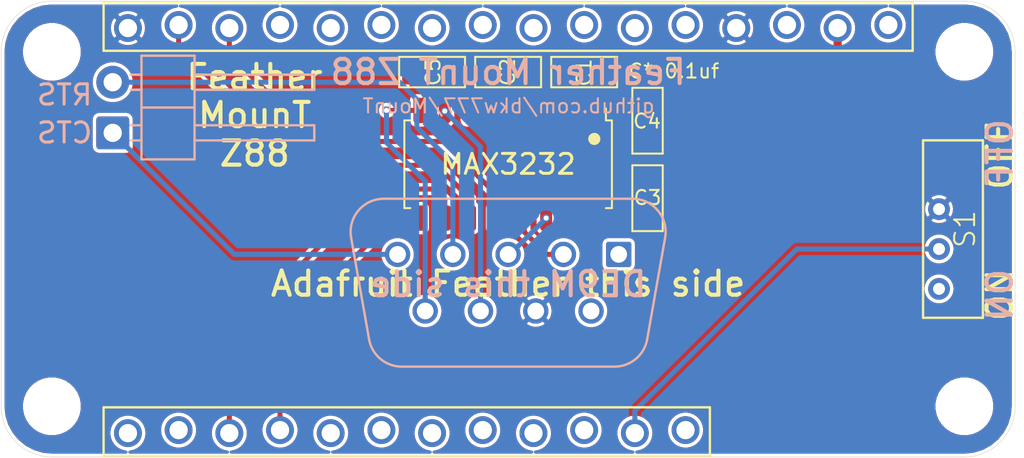
<source format=kicad_pcb>
(kicad_pcb (version 20171130) (host pcbnew 5.1.9-73d0e3b20d~88~ubuntu20.10.1)

  (general
    (thickness 1.6)
    (drawings 24)
    (tracks 65)
    (zones 0)
    (modules 10)
    (nets 20)
  )

  (page A4)
  (layers
    (0 F.Cu signal)
    (31 B.Cu signal)
    (32 B.Adhes user hide)
    (33 F.Adhes user hide)
    (34 B.Paste user hide)
    (35 F.Paste user hide)
    (36 B.SilkS user)
    (37 F.SilkS user)
    (38 B.Mask user)
    (39 F.Mask user)
    (40 Dwgs.User user hide)
    (41 Cmts.User user hide)
    (42 Eco1.User user hide)
    (43 Eco2.User user hide)
    (44 Edge.Cuts user)
    (45 Margin user hide)
    (46 B.CrtYd user hide)
    (47 F.CrtYd user hide)
    (48 B.Fab user hide)
    (49 F.Fab user hide)
  )

  (setup
    (last_trace_width 0.1778)
    (user_trace_width 0.2032)
    (user_trace_width 0.254)
    (user_trace_width 0.4064)
    (trace_clearance 0.1778)
    (zone_clearance 0.1524)
    (zone_45_only no)
    (trace_min 0.1778)
    (via_size 0.4064)
    (via_drill 0.254)
    (via_min_size 0.4064)
    (via_min_drill 0.254)
    (user_via 0.4064 0.254)
    (uvia_size 0.4064)
    (uvia_drill 0.254)
    (uvias_allowed no)
    (uvia_min_size 0.4064)
    (uvia_min_drill 0.254)
    (edge_width 0.0254)
    (segment_width 0.1778)
    (pcb_text_width 0.2032)
    (pcb_text_size 1.2192 1.2192)
    (mod_edge_width 0.127)
    (mod_text_size 0.7112 0.7112)
    (mod_text_width 0.1016)
    (pad_size 1.7 1.7)
    (pad_drill 1)
    (pad_to_mask_clearance 0)
    (aux_axis_origin 0 0)
    (grid_origin 147.32 96.52)
    (visible_elements FFFFFF7F)
    (pcbplotparams
      (layerselection 0x010fc_ffffffff)
      (usegerberextensions false)
      (usegerberattributes false)
      (usegerberadvancedattributes false)
      (creategerberjobfile false)
      (excludeedgelayer true)
      (linewidth 0.100000)
      (plotframeref false)
      (viasonmask false)
      (mode 1)
      (useauxorigin false)
      (hpglpennumber 1)
      (hpglpenspeed 20)
      (hpglpendiameter 15.000000)
      (psnegative false)
      (psa4output false)
      (plotreference true)
      (plotvalue true)
      (plotinvisibletext false)
      (padsonsilk false)
      (subtractmaskfromsilk false)
      (outputformat 1)
      (mirror false)
      (drillshape 1)
      (scaleselection 1)
      (outputdirectory ""))
  )

  (net 0 "")
  (net 1 GND)
  (net 2 "Net-(C1-Pad1)")
  (net 3 "Net-(C1-Pad2)")
  (net 4 "Net-(C2-Pad1)")
  (net 5 "Net-(C2-Pad2)")
  (net 6 "Net-(C4-Pad1)")
  (net 7 "Net-(C5-Pad1)")
  (net 8 /En)
  (net 9 +3V3)
  (net 10 /DTR_TTL)
  (net 11 /DSR_TTL)
  (net 12 /TX_TTL)
  (net 13 /RX_TTL)
  (net 14 /DTR_232)
  (net 15 /DCD_232)
  (net 16 /CTS_232)
  (net 17 /RTS_232)
  (net 18 /RX_232)
  (net 19 /TX_232)

  (net_class Default "This is the default net class."
    (clearance 0.1778)
    (trace_width 0.1778)
    (via_dia 0.4064)
    (via_drill 0.254)
    (uvia_dia 0.4064)
    (uvia_drill 0.254)
    (diff_pair_width 0.1778)
    (diff_pair_gap 0.1778)
    (add_net +3V3)
    (add_net /CTS_232)
    (add_net /DCD_232)
    (add_net /DSR_TTL)
    (add_net /DTR_232)
    (add_net /DTR_TTL)
    (add_net /En)
    (add_net /RTS_232)
    (add_net /RX_232)
    (add_net /RX_TTL)
    (add_net /TX_232)
    (add_net /TX_TTL)
    (add_net GND)
    (add_net "Net-(C1-Pad1)")
    (add_net "Net-(C1-Pad2)")
    (add_net "Net-(C2-Pad1)")
    (add_net "Net-(C2-Pad2)")
    (add_net "Net-(C4-Pad1)")
    (add_net "Net-(C5-Pad1)")
  )

  (module 0_LOCAL:Adafruit_Feather_stagger_6mil (layer F.Cu) (tedit 60436A52) (tstamp 5F3A83F9)
    (at 147.32 96.52 180)
    (path /5F3C661A)
    (fp_text reference J1 (at -5.842 0) (layer F.SilkS) hide
      (effects (font (size 4 4) (thickness 0.12)))
    )
    (fp_text value Adafruit_Feather (at 0 -2) (layer F.Fab)
      (effects (font (size 4 4) (thickness 0.01)))
    )
    (fp_arc (start 22.86 8.89) (end 22.86 11.43) (angle -90) (layer Dwgs.User) (width 0.12))
    (fp_arc (start 22.86 -8.89) (end 25.4 -8.89) (angle -90) (layer Dwgs.User) (width 0.12))
    (fp_arc (start -22.86 -8.89) (end -22.86 -11.43) (angle -90) (layer Dwgs.User) (width 0.12))
    (fp_arc (start -22.86 8.89) (end -25.4 8.89) (angle -90) (layer Dwgs.User) (width 0.12))
    (fp_circle (center -22.86 8.89) (end -21.59 8.89) (layer Dwgs.User) (width 0.12))
    (fp_circle (center -22.86 -8.89) (end -21.59 -8.89) (layer Dwgs.User) (width 0.12))
    (fp_circle (center 22.86 8.89) (end 24.13 8.89) (layer Dwgs.User) (width 0.12))
    (fp_circle (center 22.86 -8.89) (end 24.13 -8.89) (layer Dwgs.User) (width 0.12))
    (fp_line (start -25.4 8.89) (end -25.4 -8.89) (layer Dwgs.User) (width 0.12))
    (fp_line (start -22.86 -11.43) (end 22.86 -11.43) (layer Dwgs.User) (width 0.12))
    (fp_line (start 25.4 -8.89) (end 25.4 8.89) (layer Dwgs.User) (width 0.12))
    (fp_line (start 22.86 11.43) (end -22.86 11.43) (layer Dwgs.User) (width 0.12))
    (fp_line (start -10.1092 -11.3792) (end -10.1092 -8.9408) (layer F.SilkS) (width 0.12))
    (fp_line (start -10.1092 -8.9408) (end 20.2692 -8.9408) (layer F.SilkS) (width 0.12))
    (fp_line (start 20.2692 -8.9408) (end 20.2692 -11.3792) (layer F.SilkS) (width 0.12))
    (fp_line (start 20.2692 -11.3792) (end -10.1092 -11.3792) (layer F.SilkS) (width 0.12))
    (fp_line (start -20.2692 8.9408) (end -20.2692 11.3792) (layer F.SilkS) (width 0.12))
    (fp_line (start -20.2692 11.3792) (end 20.2692 11.3792) (layer F.SilkS) (width 0.12))
    (fp_line (start 20.2692 11.3792) (end 20.2692 8.9408) (layer F.SilkS) (width 0.12))
    (fp_line (start 20.2692 8.9408) (end -20.2692 8.9408) (layer F.SilkS) (width 0.12))
    (pad "" np_thru_hole circle (at 22.86 -8.89 180) (size 2.54 2.54) (drill 2.54) (layers *.Cu *.Mask))
    (pad "" np_thru_hole circle (at 22.86 8.89 180) (size 2.54 2.54) (drill 2.54) (layers *.Cu *.Mask))
    (pad "" np_thru_hole circle (at -22.86 8.89 180) (size 2.54 2.54) (drill 2.54) (layers *.Cu *.Mask))
    (pad "" np_thru_hole circle (at -22.86 -8.89 180) (size 2.54 2.54) (drill 2.54) (layers *.Cu *.Mask))
    (pad 16 thru_hole circle (at 19.05 10.0838 180) (size 1.397 1.397) (drill 0.9144) (layers *.Cu *.Mask)
      (net 1 GND))
    (pad 15 thru_hole circle (at 16.51 10.2362 180) (size 1.397 1.397) (drill 0.9144) (layers *.Cu *.Mask)
      (net 12 /TX_TTL))
    (pad 14 thru_hole circle (at 13.97 10.0838 180) (size 1.397 1.397) (drill 0.9144) (layers *.Cu *.Mask)
      (net 13 /RX_TTL))
    (pad 13 thru_hole circle (at 11.43 10.2362 180) (size 1.397 1.397) (drill 0.9144) (layers *.Cu *.Mask))
    (pad 12 thru_hole circle (at 8.89 10.0838 180) (size 1.397 1.397) (drill 0.9144) (layers *.Cu *.Mask))
    (pad 11 thru_hole circle (at 6.35 10.2362 180) (size 1.397 1.397) (drill 0.9144) (layers *.Cu *.Mask))
    (pad 10 thru_hole circle (at 3.81 10.0838 180) (size 1.397 1.397) (drill 0.9144) (layers *.Cu *.Mask))
    (pad 9 thru_hole circle (at 1.27 10.2362 180) (size 1.397 1.397) (drill 0.9144) (layers *.Cu *.Mask))
    (pad 8 thru_hole circle (at -1.27 10.0838 180) (size 1.397 1.397) (drill 0.9144) (layers *.Cu *.Mask))
    (pad 7 thru_hole circle (at -3.81 10.2362 180) (size 1.397 1.397) (drill 0.9144) (layers *.Cu *.Mask))
    (pad 6 thru_hole circle (at -6.35 10.0838 180) (size 1.397 1.397) (drill 0.9144) (layers *.Cu *.Mask))
    (pad 5 thru_hole circle (at -8.89 10.2362 180) (size 1.397 1.397) (drill 0.9144) (layers *.Cu *.Mask))
    (pad 4 thru_hole circle (at -11.43 10.0838 180) (size 1.397 1.397) (drill 0.9144) (layers *.Cu *.Mask)
      (net 1 GND))
    (pad 3 thru_hole circle (at -13.97 10.2362 180) (size 1.397 1.397) (drill 0.9144) (layers *.Cu *.Mask))
    (pad 2 thru_hole circle (at -16.51 10.0838 180) (size 1.397 1.397) (drill 0.9144) (layers *.Cu *.Mask)
      (net 9 +3V3))
    (pad 1 thru_hole circle (at -19.05 10.2362 180) (size 1.397 1.397) (drill 0.9144) (layers *.Cu *.Mask))
    (pad 17 thru_hole circle (at 19.05 -10.2362 180) (size 1.397 1.397) (drill 0.9144) (layers *.Cu *.Mask))
    (pad 18 thru_hole circle (at 16.51 -10.0838 180) (size 1.397 1.397) (drill 0.9144) (layers *.Cu *.Mask))
    (pad 19 thru_hole circle (at 13.97 -10.2362 180) (size 1.397 1.397) (drill 0.9144) (layers *.Cu *.Mask)
      (net 10 /DTR_TTL))
    (pad 20 thru_hole circle (at 11.43 -10.0838 180) (size 1.397 1.397) (drill 0.9144) (layers *.Cu *.Mask)
      (net 11 /DSR_TTL))
    (pad 21 thru_hole circle (at 8.89 -10.2362 180) (size 1.397 1.397) (drill 0.9144) (layers *.Cu *.Mask))
    (pad 22 thru_hole circle (at 6.35 -10.0838 180) (size 1.397 1.397) (drill 0.9144) (layers *.Cu *.Mask))
    (pad 23 thru_hole circle (at 3.81 -10.2362 180) (size 1.397 1.397) (drill 0.9144) (layers *.Cu *.Mask))
    (pad 24 thru_hole circle (at 1.27 -10.0838 180) (size 1.397 1.397) (drill 0.9144) (layers *.Cu *.Mask))
    (pad 25 thru_hole circle (at -1.27 -10.2362 180) (size 1.397 1.397) (drill 0.9144) (layers *.Cu *.Mask))
    (pad 26 thru_hole circle (at -3.81 -10.0838 180) (size 1.397 1.397) (drill 0.9144) (layers *.Cu *.Mask))
    (pad 27 thru_hole circle (at -6.35 -10.2362 180) (size 1.397 1.397) (drill 0.9144) (layers *.Cu *.Mask)
      (net 8 /En))
    (pad 28 thru_hole circle (at -8.89 -10.0838 180) (size 1.397 1.397) (drill 0.9144) (layers *.Cu *.Mask))
  )

  (module 0_LOCAL:CSS-121xC (layer F.Cu) (tedit 5F727EB8) (tstamp 5F4922E4)
    (at 168.91 96.52 90)
    (path /5F447651)
    (fp_text reference S1 (at 0 1.3 90) (layer F.SilkS)
      (effects (font (size 1 1) (thickness 0.1)))
    )
    (fp_text value DS04-254-1L-01BK (at 0 -2 90) (layer F.Fab)
      (effects (font (size 4 4) (thickness 0.01)))
    )
    (fp_line (start -4.45 -0.8) (end -4.45 2.2) (layer F.SilkS) (width 0.12))
    (fp_line (start -4.45 2.2) (end 4.45 2.2) (layer F.SilkS) (width 0.12))
    (fp_line (start -4.45 -0.8) (end 4.45 -0.8) (layer F.SilkS) (width 0.12))
    (fp_line (start 4.45 -0.8) (end 4.45 2.2) (layer F.SilkS) (width 0.12))
    (fp_line (start -0.25 2.2) (end -0.25 4) (layer Dwgs.User) (width 0.12))
    (fp_line (start -0.45 4.2) (end -1.55 4.2) (layer Dwgs.User) (width 0.12))
    (fp_line (start -1.75 4) (end -1.75 2.2) (layer Dwgs.User) (width 0.12))
    (fp_line (start 1.75 3.3) (end 1.75 3.6) (layer Dwgs.User) (width 0.12))
    (fp_line (start 1.75 2.6) (end 1.75 2.9) (layer Dwgs.User) (width 0.12))
    (fp_line (start 1.15 4.2) (end 0.85 4.2) (layer Dwgs.User) (width 0.12))
    (fp_line (start 0.25 2.9) (end 0.25 2.6) (layer Dwgs.User) (width 0.12))
    (fp_line (start 0.25 3.6) (end 0.25 3.3) (layer Dwgs.User) (width 0.12))
    (fp_arc (start -1.55 4) (end -1.75 4) (angle -90) (layer Dwgs.User) (width 0.12))
    (fp_arc (start -0.45 4) (end -0.45 4.2) (angle -90) (layer Dwgs.User) (width 0.12))
    (fp_arc (start 1.55 4) (end 1.55 4.2) (angle -90) (layer Dwgs.User) (width 0.12))
    (fp_arc (start 0.45 4) (end 0.25 4) (angle -90) (layer Dwgs.User) (width 0.12))
    (pad 2 thru_hole circle (at -1 0 90) (size 1.0922 1.0922) (drill 0.6) (layers *.Cu *.Mask)
      (net 8 /En))
    (pad 1 thru_hole circle (at -3 0 90) (size 1.0922 1.0922) (drill 0.6) (layers *.Cu *.Mask))
    (pad 3 thru_hole circle (at 1 0 90) (size 1.0922 1.0922) (drill 0.6) (layers *.Cu *.Mask)
      (net 1 GND))
    (model ${KIPRJMOD}/0_LOCAL.3dshapes/CSS-1210MC.wrl
      (offset (xyz 0 -2.2 0.9399999999999999))
      (scale (xyz 0.3937 0.3937 0.3937))
      (rotate (xyz -90 0 0))
    )
  )

  (module 0_LOCAL:DSUB-9_Male_Vertical_P2.77x2.84mm (layer B.Cu) (tedit 5F569F84) (tstamp 5F7281CF)
    (at 152.86 97.79 180)
    (descr "9-pin D-Sub connector, straight/vertical, THT-mount, male, pitch 2.77x2.84mm, distance of mounting holes 25mm, see https://disti-assets.s3.amazonaws.com/tonar/files/datasheets/16730.pdf")
    (tags "9-pin D-Sub connector straight vertical THT male pitch 2.77x2.84mm mounting holes distance 25mm")
    (path /5F04B532)
    (fp_text reference J2 (at 1.4605 -1.2827 180) (layer B.SilkS) hide
      (effects (font (size 1 1) (thickness 0.15)) (justify mirror))
    )
    (fp_text value DE9_Male (at 16.62 -8.73 180) (layer B.Fab)
      (effects (font (size 1 1) (thickness 0.15)) (justify mirror))
    )
    (fp_line (start 21.5 5.35) (end -10.4 5.35) (layer B.CrtYd) (width 0.05))
    (fp_line (start 21.5 -8.2) (end 21.5 5.35) (layer B.CrtYd) (width 0.05))
    (fp_line (start -10.4 -8.2) (end 21.5 -8.2) (layer B.CrtYd) (width 0.05))
    (fp_line (start -10.4 5.35) (end -10.4 -8.2) (layer B.CrtYd) (width 0.05))
    (fp_line (start -2.32647 0.841744) (end -1.427202 -4.258256) (layer B.SilkS) (width 0.12))
    (fp_line (start 13.40647 0.841744) (end 12.507202 -4.258256) (layer B.SilkS) (width 0.12))
    (fp_line (start 0.207579 -5.63) (end 10.872421 -5.63) (layer B.SilkS) (width 0.12))
    (fp_line (start -0.691689 2.79) (end 11.771689 2.79) (layer B.SilkS) (width 0.12))
    (fp_line (start -2.278887 0.852163) (end -1.379619 -4.247837) (layer B.Fab) (width 0.1))
    (fp_line (start 13.358887 0.852163) (end 12.459619 -4.247837) (layer B.Fab) (width 0.1))
    (fp_line (start 0.196073 -5.57) (end 10.883927 -5.57) (layer B.Fab) (width 0.1))
    (fp_line (start -0.703194 2.73) (end 11.783194 2.73) (layer B.Fab) (width 0.1))
    (fp_line (start -9.885 -6.67) (end -9.885 3.83) (layer B.Fab) (width 0.1))
    (fp_line (start 19.965 -7.67) (end -8.885 -7.67) (layer B.Fab) (width 0.1))
    (fp_line (start 20.965 3.83) (end 20.965 -6.67) (layer B.Fab) (width 0.1))
    (fp_line (start -8.885 4.83) (end 19.965 4.83) (layer B.Fab) (width 0.1))
    (fp_text user %R (at 16.62 -1.42 180) (layer B.Fab)
      (effects (font (size 1 1) (thickness 0.15)) (justify mirror))
    )
    (fp_arc (start 10.872421 -3.97) (end 10.872421 -5.63) (angle 80) (layer B.SilkS) (width 0.12))
    (fp_arc (start 0.207579 -3.97) (end 0.207579 -5.63) (angle -80) (layer B.SilkS) (width 0.12))
    (fp_arc (start 11.771689 1.13) (end 11.771689 2.79) (angle -100) (layer B.SilkS) (width 0.12))
    (fp_arc (start -0.691689 1.13) (end -0.691689 2.79) (angle 100) (layer B.SilkS) (width 0.12))
    (fp_arc (start 10.883927 -3.97) (end 10.883927 -5.57) (angle 80) (layer B.Fab) (width 0.1))
    (fp_arc (start 0.196073 -3.97) (end 0.196073 -5.57) (angle -80) (layer B.Fab) (width 0.1))
    (fp_arc (start 11.783194 1.13) (end 11.783194 2.73) (angle -100) (layer B.Fab) (width 0.1))
    (fp_arc (start -0.703194 1.13) (end -0.703194 2.73) (angle 100) (layer B.Fab) (width 0.1))
    (fp_arc (start 19.965 -6.67) (end 20.965 -6.67) (angle -90) (layer B.Fab) (width 0.1))
    (fp_arc (start -8.885 -6.67) (end -9.885 -6.67) (angle 90) (layer B.Fab) (width 0.1))
    (fp_arc (start 19.965 3.83) (end 19.965 4.83) (angle -90) (layer B.Fab) (width 0.1))
    (fp_arc (start -8.885 3.83) (end -9.885 3.83) (angle -90) (layer B.Fab) (width 0.1))
    (pad 9 thru_hole circle (at 9.695 -2.84 180) (size 1.27 1.27) (drill 0.8382) (layers *.Cu *.Mask)
      (net 14 /DTR_232))
    (pad 8 thru_hole circle (at 6.925 -2.84 180) (size 1.27 1.27) (drill 0.8382) (layers *.Cu *.Mask)
      (net 15 /DCD_232))
    (pad 7 thru_hole circle (at 4.155 -2.84 180) (size 1.27 1.27) (drill 0.8382) (layers *.Cu *.Mask)
      (net 1 GND))
    (pad 6 thru_hole circle (at 1.385 -2.84 180) (size 1.27 1.27) (drill 0.8382) (layers *.Cu *.Mask))
    (pad 5 thru_hole circle (at 11.08 0 180) (size 1.27 1.27) (drill 0.8382) (layers *.Cu *.Mask)
      (net 16 /CTS_232))
    (pad 4 thru_hole circle (at 8.31 0 180) (size 1.27 1.27) (drill 0.8382) (layers *.Cu *.Mask)
      (net 17 /RTS_232))
    (pad 3 thru_hole circle (at 5.54 0 180) (size 1.27 1.27) (drill 0.8382) (layers *.Cu *.Mask)
      (net 18 /RX_232))
    (pad 2 thru_hole circle (at 2.77 0 180) (size 1.27 1.27) (drill 0.8382) (layers *.Cu *.Mask)
      (net 19 /TX_232))
    (pad 1 thru_hole roundrect (at 0 0 180) (size 1.27 1.27) (drill 0.8382) (layers *.Cu *.Mask) (roundrect_rratio 0.1))
    (model ${KIPRJMOD}/0_LOCAL.3dshapes/A_DS_9_PP_Z_cut.step
      (offset (xyz 5.54 -1.42 6.3))
      (scale (xyz 1 1 1))
      (rotate (xyz 0 0 0))
    )
  )

  (module 0_LOCAL:PinHeader_1x02_P2.54mm_Horizontal (layer B.Cu) (tedit 5F491FD8) (tstamp 5F3D0B4A)
    (at 127.508 91.694)
    (descr "Through hole angled pin header, 1x02, 2.54mm pitch, 6mm pin length, single row")
    (tags "Through hole angled pin header THT 1x02 2.54mm single row")
    (path /5F3DBD1F)
    (fp_text reference JP1 (at 4.385 2.27) (layer B.SilkS) hide
      (effects (font (size 1 1) (thickness 0.15)) (justify mirror))
    )
    (fp_text value Jumper_2_Bridged (at 4.385 -4.81) (layer B.Fab)
      (effects (font (size 1 1) (thickness 0.15)) (justify mirror))
    )
    (fp_line (start 10.55 1.8) (end -1.8 1.8) (layer B.CrtYd) (width 0.05))
    (fp_line (start 10.55 -4.35) (end 10.55 1.8) (layer B.CrtYd) (width 0.05))
    (fp_line (start -1.8 -4.35) (end 10.55 -4.35) (layer B.CrtYd) (width 0.05))
    (fp_line (start -1.8 1.8) (end -1.8 -4.35) (layer B.CrtYd) (width 0.05))
    (fp_line (start 0.9 -2.92) (end 1.44 -2.92) (layer B.SilkS) (width 0.12))
    (fp_line (start 0.9 -2.16) (end 1.44 -2.16) (layer B.SilkS) (width 0.12))
    (fp_line (start 10.1 -2.92) (end 4.1 -2.92) (layer B.SilkS) (width 0.12))
    (fp_line (start 10.1 -2.16) (end 10.1 -2.92) (layer B.SilkS) (width 0.12))
    (fp_line (start 4.1 -2.16) (end 10.1 -2.16) (layer B.SilkS) (width 0.12))
    (fp_line (start 1.44 -1.27) (end 4.1 -1.27) (layer B.SilkS) (width 0.12))
    (fp_line (start 0.9 -0.38) (end 1.44 -0.38) (layer B.SilkS) (width 0.12))
    (fp_line (start 0.9 0.38) (end 1.44 0.38) (layer B.SilkS) (width 0.12))
    (fp_line (start 10.1 -0.38) (end 4.1 -0.38) (layer B.SilkS) (width 0.12))
    (fp_line (start 10.1 0.38) (end 10.1 -0.38) (layer B.SilkS) (width 0.12))
    (fp_line (start 4.1 0.38) (end 10.1 0.38) (layer B.SilkS) (width 0.12))
    (fp_line (start 4.1 1.33) (end 1.44 1.33) (layer B.SilkS) (width 0.12))
    (fp_line (start 4.1 -3.87) (end 4.1 1.33) (layer B.SilkS) (width 0.12))
    (fp_line (start 1.44 -3.87) (end 4.1 -3.87) (layer B.SilkS) (width 0.12))
    (fp_line (start 1.44 1.33) (end 1.44 -3.87) (layer B.SilkS) (width 0.12))
    (fp_line (start 4.04 -2.86) (end 10.04 -2.86) (layer B.Fab) (width 0.1))
    (fp_line (start 10.04 -2.22) (end 10.04 -2.86) (layer B.Fab) (width 0.1))
    (fp_line (start 4.04 -2.22) (end 10.04 -2.22) (layer B.Fab) (width 0.1))
    (fp_line (start -0.32 -2.86) (end 1.5 -2.86) (layer B.Fab) (width 0.1))
    (fp_line (start -0.32 -2.22) (end -0.32 -2.86) (layer B.Fab) (width 0.1))
    (fp_line (start -0.32 -2.22) (end 1.5 -2.22) (layer B.Fab) (width 0.1))
    (fp_line (start 4.04 -0.32) (end 10.04 -0.32) (layer B.Fab) (width 0.1))
    (fp_line (start 10.04 0.32) (end 10.04 -0.32) (layer B.Fab) (width 0.1))
    (fp_line (start 4.04 0.32) (end 10.04 0.32) (layer B.Fab) (width 0.1))
    (fp_line (start -0.32 -0.32) (end 1.5 -0.32) (layer B.Fab) (width 0.1))
    (fp_line (start -0.32 0.32) (end -0.32 -0.32) (layer B.Fab) (width 0.1))
    (fp_line (start -0.32 0.32) (end 1.5 0.32) (layer B.Fab) (width 0.1))
    (fp_line (start 1.5 0.635) (end 2.135 1.27) (layer B.Fab) (width 0.1))
    (fp_line (start 1.5 -3.81) (end 1.5 0.635) (layer B.Fab) (width 0.1))
    (fp_line (start 4.04 -3.81) (end 1.5 -3.81) (layer B.Fab) (width 0.1))
    (fp_line (start 4.04 1.27) (end 4.04 -3.81) (layer B.Fab) (width 0.1))
    (fp_line (start 2.135 1.27) (end 4.04 1.27) (layer B.Fab) (width 0.1))
    (fp_text user %R (at 2.77 -1.27 -90) (layer B.Fab)
      (effects (font (size 1 1) (thickness 0.15)) (justify mirror))
    )
    (pad 2 thru_hole custom (at 0 -2.54) (size 1.651 1.651) (drill 0.9144) (layers *.Cu *.Mask)
      (net 17 /RTS_232) (zone_connect 0)
      (options (clearance outline) (anchor circle))
      (primitives
      ))
    (pad 1 thru_hole roundrect (at 0 0) (size 1.651 1.651) (drill 0.9144) (layers *.Cu *.Mask) (roundrect_rratio 0.1)
      (net 16 /CTS_232))
    (model ${KISYS3DMOD}/Connector_PinHeader_2.54mm.3dshapes/PinHeader_1x02_P2.54mm_Horizontal.wrl
      (at (xyz 0 0 0))
      (scale (xyz 1 1 1))
      (rotate (xyz 0 0 0))
    )
  )

  (module 0_LOCAL:C_0805 (layer F.Cu) (tedit 5F4898F2) (tstamp 5F3AED19)
    (at 154.305 94.9706 90)
    (descr "Capacitor SMD 0805, reflow soldering, AVX (see smccp.pdf)")
    (tags "capacitor 0805")
    (path /5F488F0F)
    (attr smd)
    (fp_text reference C3 (at 0.0254 0) (layer F.SilkS)
      (effects (font (size 0.7112 0.7112) (thickness 0.1016)))
    )
    (fp_text value 0.1uf (at 0 1.75 90) (layer F.Fab)
      (effects (font (size 1 1) (thickness 0.15)))
    )
    (fp_line (start -1.651 -0.762) (end -1.651 0.762) (layer F.SilkS) (width 0.1016))
    (fp_line (start 1.651 -0.762) (end 1.651 0.762) (layer F.SilkS) (width 0.1016))
    (fp_line (start 1.75 0.87) (end -1.75 0.87) (layer F.CrtYd) (width 0.05))
    (fp_line (start 1.75 0.87) (end 1.75 -0.88) (layer F.CrtYd) (width 0.05))
    (fp_line (start -1.75 -0.88) (end -1.75 0.87) (layer F.CrtYd) (width 0.05))
    (fp_line (start -1.75 -0.88) (end 1.75 -0.88) (layer F.CrtYd) (width 0.05))
    (fp_line (start -1.651 0.762) (end 1.651 0.762) (layer F.SilkS) (width 0.1016))
    (fp_line (start 1.651 -0.762) (end -1.651 -0.762) (layer F.SilkS) (width 0.1016))
    (fp_line (start -1 -0.62) (end 1 -0.62) (layer F.Fab) (width 0.1))
    (fp_line (start 1 -0.62) (end 1 0.62) (layer F.Fab) (width 0.1))
    (fp_line (start 1 0.62) (end -1 0.62) (layer F.Fab) (width 0.1))
    (fp_line (start -1 0.62) (end -1 -0.62) (layer F.Fab) (width 0.1))
    (fp_text user %R (at 0 -1.5 90) (layer F.Fab)
      (effects (font (size 1 1) (thickness 0.15)))
    )
    (pad 1 smd roundrect (at -1 0 90) (size 1 1.25) (layers F.Cu F.Paste F.Mask) (roundrect_rratio 0.25)
      (net 9 +3V3))
    (pad 2 smd roundrect (at 1 0 90) (size 1 1.25) (layers F.Cu F.Paste F.Mask) (roundrect_rratio 0.25)
      (net 1 GND))
    (model ${KIPRJMOD}/0_LOCAL.3dshapes/C_0805_2012Metric.wrl
      (at (xyz 0 0 0))
      (scale (xyz 1 1 1))
      (rotate (xyz 0 0 0))
    )
  )

  (module 0_LOCAL:C_0805 (layer F.Cu) (tedit 5F4898F2) (tstamp 5F3BAACF)
    (at 154.305 91.0844 90)
    (descr "Capacitor SMD 0805, reflow soldering, AVX (see smccp.pdf)")
    (tags "capacitor 0805")
    (path /5F48099A)
    (attr smd)
    (fp_text reference C4 (at -0.0254 -0.0254) (layer F.SilkS)
      (effects (font (size 0.7112 0.7112) (thickness 0.1016)))
    )
    (fp_text value 0.1uf (at 0 1.75 90) (layer F.Fab)
      (effects (font (size 1 1) (thickness 0.15)))
    )
    (fp_line (start -1.651 -0.762) (end -1.651 0.762) (layer F.SilkS) (width 0.1016))
    (fp_line (start 1.651 -0.762) (end 1.651 0.762) (layer F.SilkS) (width 0.1016))
    (fp_line (start 1.75 0.87) (end -1.75 0.87) (layer F.CrtYd) (width 0.05))
    (fp_line (start 1.75 0.87) (end 1.75 -0.88) (layer F.CrtYd) (width 0.05))
    (fp_line (start -1.75 -0.88) (end -1.75 0.87) (layer F.CrtYd) (width 0.05))
    (fp_line (start -1.75 -0.88) (end 1.75 -0.88) (layer F.CrtYd) (width 0.05))
    (fp_line (start -1.651 0.762) (end 1.651 0.762) (layer F.SilkS) (width 0.1016))
    (fp_line (start 1.651 -0.762) (end -1.651 -0.762) (layer F.SilkS) (width 0.1016))
    (fp_line (start -1 -0.62) (end 1 -0.62) (layer F.Fab) (width 0.1))
    (fp_line (start 1 -0.62) (end 1 0.62) (layer F.Fab) (width 0.1))
    (fp_line (start 1 0.62) (end -1 0.62) (layer F.Fab) (width 0.1))
    (fp_line (start -1 0.62) (end -1 -0.62) (layer F.Fab) (width 0.1))
    (fp_text user %R (at 0 -1.5 90) (layer F.Fab)
      (effects (font (size 1 1) (thickness 0.15)))
    )
    (pad 1 smd roundrect (at -1 0 90) (size 1 1.25) (layers F.Cu F.Paste F.Mask) (roundrect_rratio 0.25)
      (net 6 "Net-(C4-Pad1)"))
    (pad 2 smd roundrect (at 1 0 90) (size 1 1.25) (layers F.Cu F.Paste F.Mask) (roundrect_rratio 0.25)
      (net 1 GND))
    (model ${KIPRJMOD}/0_LOCAL.3dshapes/C_0805_2012Metric.wrl
      (at (xyz 0 0 0))
      (scale (xyz 1 1 1))
      (rotate (xyz 0 0 0))
    )
  )

  (module 0_LOCAL:C_0805 (layer F.Cu) (tedit 5F4898F2) (tstamp 5F3A1BDB)
    (at 151.13 88.646 180)
    (descr "Capacitor SMD 0805, reflow soldering, AVX (see smccp.pdf)")
    (tags "capacitor 0805")
    (path /5F479CC5)
    (attr smd)
    (fp_text reference C1 (at 0 -0.0254 90) (layer F.SilkS)
      (effects (font (size 0.7112 0.7112) (thickness 0.1016)))
    )
    (fp_text value 0.1uf (at 0 1.75) (layer F.Fab)
      (effects (font (size 1 1) (thickness 0.15)))
    )
    (fp_line (start -1.651 -0.762) (end -1.651 0.762) (layer F.SilkS) (width 0.1016))
    (fp_line (start 1.651 -0.762) (end 1.651 0.762) (layer F.SilkS) (width 0.1016))
    (fp_line (start 1.75 0.87) (end -1.75 0.87) (layer F.CrtYd) (width 0.05))
    (fp_line (start 1.75 0.87) (end 1.75 -0.88) (layer F.CrtYd) (width 0.05))
    (fp_line (start -1.75 -0.88) (end -1.75 0.87) (layer F.CrtYd) (width 0.05))
    (fp_line (start -1.75 -0.88) (end 1.75 -0.88) (layer F.CrtYd) (width 0.05))
    (fp_line (start -1.651 0.762) (end 1.651 0.762) (layer F.SilkS) (width 0.1016))
    (fp_line (start 1.651 -0.762) (end -1.651 -0.762) (layer F.SilkS) (width 0.1016))
    (fp_line (start -1 -0.62) (end 1 -0.62) (layer F.Fab) (width 0.1))
    (fp_line (start 1 -0.62) (end 1 0.62) (layer F.Fab) (width 0.1))
    (fp_line (start 1 0.62) (end -1 0.62) (layer F.Fab) (width 0.1))
    (fp_line (start -1 0.62) (end -1 -0.62) (layer F.Fab) (width 0.1))
    (fp_text user %R (at 0 -1.5) (layer F.Fab)
      (effects (font (size 1 1) (thickness 0.15)))
    )
    (pad 1 smd roundrect (at -1 0 180) (size 1 1.25) (layers F.Cu F.Paste F.Mask) (roundrect_rratio 0.25)
      (net 2 "Net-(C1-Pad1)"))
    (pad 2 smd roundrect (at 1 0 180) (size 1 1.25) (layers F.Cu F.Paste F.Mask) (roundrect_rratio 0.25)
      (net 3 "Net-(C1-Pad2)"))
    (model ${KIPRJMOD}/0_LOCAL.3dshapes/C_0805_2012Metric.wrl
      (at (xyz 0 0 0))
      (scale (xyz 1 1 1))
      (rotate (xyz 0 0 0))
    )
  )

  (module 0_LOCAL:C_0805 (layer F.Cu) (tedit 5F4898F2) (tstamp 5F3A1BEC)
    (at 147.32 88.646 180)
    (descr "Capacitor SMD 0805, reflow soldering, AVX (see smccp.pdf)")
    (tags "capacitor 0805")
    (path /5F473FC0)
    (attr smd)
    (fp_text reference C2 (at 0.0254 0 90) (layer F.SilkS)
      (effects (font (size 0.7112 0.7112) (thickness 0.1016)))
    )
    (fp_text value 0.1uf (at 0 1.75) (layer F.Fab)
      (effects (font (size 1 1) (thickness 0.15)))
    )
    (fp_line (start -1.651 -0.762) (end -1.651 0.762) (layer F.SilkS) (width 0.1016))
    (fp_line (start 1.651 -0.762) (end 1.651 0.762) (layer F.SilkS) (width 0.1016))
    (fp_line (start 1.75 0.87) (end -1.75 0.87) (layer F.CrtYd) (width 0.05))
    (fp_line (start 1.75 0.87) (end 1.75 -0.88) (layer F.CrtYd) (width 0.05))
    (fp_line (start -1.75 -0.88) (end -1.75 0.87) (layer F.CrtYd) (width 0.05))
    (fp_line (start -1.75 -0.88) (end 1.75 -0.88) (layer F.CrtYd) (width 0.05))
    (fp_line (start -1.651 0.762) (end 1.651 0.762) (layer F.SilkS) (width 0.1016))
    (fp_line (start 1.651 -0.762) (end -1.651 -0.762) (layer F.SilkS) (width 0.1016))
    (fp_line (start -1 -0.62) (end 1 -0.62) (layer F.Fab) (width 0.1))
    (fp_line (start 1 -0.62) (end 1 0.62) (layer F.Fab) (width 0.1))
    (fp_line (start 1 0.62) (end -1 0.62) (layer F.Fab) (width 0.1))
    (fp_line (start -1 0.62) (end -1 -0.62) (layer F.Fab) (width 0.1))
    (fp_text user %R (at 0 -1.5) (layer F.Fab)
      (effects (font (size 1 1) (thickness 0.15)))
    )
    (pad 1 smd roundrect (at -1 0 180) (size 1 1.25) (layers F.Cu F.Paste F.Mask) (roundrect_rratio 0.25)
      (net 4 "Net-(C2-Pad1)"))
    (pad 2 smd roundrect (at 1 0 180) (size 1 1.25) (layers F.Cu F.Paste F.Mask) (roundrect_rratio 0.25)
      (net 5 "Net-(C2-Pad2)"))
    (model ${KIPRJMOD}/0_LOCAL.3dshapes/C_0805_2012Metric.wrl
      (at (xyz 0 0 0))
      (scale (xyz 1 1 1))
      (rotate (xyz 0 0 0))
    )
  )

  (module 0_LOCAL:C_0805 (layer F.Cu) (tedit 5F4898F2) (tstamp 5F3AE85A)
    (at 143.51 88.646 180)
    (descr "Capacitor SMD 0805, reflow soldering, AVX (see smccp.pdf)")
    (tags "capacitor 0805")
    (path /5F486F92)
    (attr smd)
    (fp_text reference C5 (at -0.0508 0 90) (layer F.SilkS)
      (effects (font (size 0.7112 0.7112) (thickness 0.1016)))
    )
    (fp_text value 0.1uf (at 0 1.75) (layer F.Fab)
      (effects (font (size 1 1) (thickness 0.15)))
    )
    (fp_line (start -1.651 -0.762) (end -1.651 0.762) (layer F.SilkS) (width 0.1016))
    (fp_line (start 1.651 -0.762) (end 1.651 0.762) (layer F.SilkS) (width 0.1016))
    (fp_line (start 1.75 0.87) (end -1.75 0.87) (layer F.CrtYd) (width 0.05))
    (fp_line (start 1.75 0.87) (end 1.75 -0.88) (layer F.CrtYd) (width 0.05))
    (fp_line (start -1.75 -0.88) (end -1.75 0.87) (layer F.CrtYd) (width 0.05))
    (fp_line (start -1.75 -0.88) (end 1.75 -0.88) (layer F.CrtYd) (width 0.05))
    (fp_line (start -1.651 0.762) (end 1.651 0.762) (layer F.SilkS) (width 0.1016))
    (fp_line (start 1.651 -0.762) (end -1.651 -0.762) (layer F.SilkS) (width 0.1016))
    (fp_line (start -1 -0.62) (end 1 -0.62) (layer F.Fab) (width 0.1))
    (fp_line (start 1 -0.62) (end 1 0.62) (layer F.Fab) (width 0.1))
    (fp_line (start 1 0.62) (end -1 0.62) (layer F.Fab) (width 0.1))
    (fp_line (start -1 0.62) (end -1 -0.62) (layer F.Fab) (width 0.1))
    (fp_text user %R (at 0 -1.5) (layer F.Fab)
      (effects (font (size 1 1) (thickness 0.15)))
    )
    (pad 1 smd roundrect (at -1 0 180) (size 1 1.25) (layers F.Cu F.Paste F.Mask) (roundrect_rratio 0.25)
      (net 7 "Net-(C5-Pad1)"))
    (pad 2 smd roundrect (at 1 0 180) (size 1 1.25) (layers F.Cu F.Paste F.Mask) (roundrect_rratio 0.25)
      (net 1 GND))
    (model ${KIPRJMOD}/0_LOCAL.3dshapes/C_0805_2012Metric.wrl
      (at (xyz 0 0 0))
      (scale (xyz 1 1 1))
      (rotate (xyz 0 0 0))
    )
  )

  (module 0_LOCAL:SOIC-16_W3.90mm (layer F.Cu) (tedit 5F3A577D) (tstamp 5F3AC3B8)
    (at 147.32 93.2688 180)
    (path /5F42ADF7)
    (attr smd)
    (fp_text reference U1 (at 0 -0.762) (layer F.SilkS) hide
      (effects (font (size 1 1) (thickness 0.15)))
    )
    (fp_text value MAX3232 (at 0 0) (layer F.SilkS)
      (effects (font (size 1 1) (thickness 0.15)))
    )
    (fp_line (start -4.95 -1.95) (end -4.95 1.95) (layer F.Fab) (width 0.1))
    (fp_line (start 4.95 -1.95) (end 4.95 1.95) (layer F.Fab) (width 0.1))
    (fp_line (start -4.95 -1.95) (end 4.95 -1.95) (layer F.Fab) (width 0.1))
    (fp_line (start 4.95 1.95) (end -4.95 1.95) (layer F.Fab) (width 0.1))
    (fp_line (start -4.9 -2.2) (end -5.2 -2.2) (layer F.SilkS) (width 0.1))
    (fp_line (start -4.9 2.2) (end -4.9 2.8) (layer F.SilkS) (width 0.1))
    (fp_line (start -5.2 2.2) (end -4.9 2.2) (layer F.SilkS) (width 0.1))
    (fp_line (start -5.2 -2.2) (end -5.2 2.2) (layer F.SilkS) (width 0.1))
    (fp_line (start 5.2 2.2) (end 5.2 -2.2) (layer F.SilkS) (width 0.1))
    (fp_line (start 4.9 2.2) (end 5.2 2.2) (layer F.SilkS) (width 0.1))
    (fp_line (start 5.2 -2.2) (end 4.9 -2.2) (layer F.SilkS) (width 0.1))
    (fp_line (start -5.2 3.73) (end -5.2 -3.73) (layer F.CrtYd) (width 0.05))
    (fp_line (start 5.2 3.73) (end 5.2 -3.73) (layer F.CrtYd) (width 0.05))
    (fp_line (start -5.2 -3.73) (end 5.2 -3.73) (layer F.CrtYd) (width 0.05))
    (fp_line (start -5.2 3.73) (end 5.2 3.73) (layer F.CrtYd) (width 0.05))
    (fp_circle (center -4.318 1.27) (end -4.1656 1.27) (layer F.SilkS) (width 0.3048))
    (fp_text user REF** (at 0 0) (layer F.Fab)
      (effects (font (size 1 1) (thickness 0.15)))
    )
    (pad 16 smd roundrect (at -4.445 -2.7 180) (size 0.6 1.27) (layers F.Cu F.Paste F.Mask) (roundrect_rratio 0.25)
      (net 9 +3V3))
    (pad 15 smd roundrect (at -3.175 -2.7 180) (size 0.6 1.27) (layers F.Cu F.Paste F.Mask) (roundrect_rratio 0.25)
      (net 1 GND))
    (pad 14 smd roundrect (at -1.905 -2.7 180) (size 0.6 1.27) (layers F.Cu F.Paste F.Mask) (roundrect_rratio 0.25)
      (net 18 /RX_232))
    (pad 13 smd roundrect (at -0.635 -2.7 180) (size 0.6 1.27) (layers F.Cu F.Paste F.Mask) (roundrect_rratio 0.25)
      (net 19 /TX_232))
    (pad 12 smd roundrect (at 0.635 -2.7 180) (size 0.6 1.27) (layers F.Cu F.Paste F.Mask) (roundrect_rratio 0.25)
      (net 13 /RX_TTL))
    (pad 11 smd roundrect (at 1.905 -2.7 180) (size 0.6 1.27) (layers F.Cu F.Paste F.Mask) (roundrect_rratio 0.25)
      (net 12 /TX_TTL))
    (pad 10 smd roundrect (at 3.175 -2.7 180) (size 0.6 1.27) (layers F.Cu F.Paste F.Mask) (roundrect_rratio 0.25)
      (net 10 /DTR_TTL))
    (pad 9 smd roundrect (at 4.445 -2.7 180) (size 0.6 1.27) (layers F.Cu F.Paste F.Mask) (roundrect_rratio 0.25)
      (net 11 /DSR_TTL))
    (pad 8 smd roundrect (at 4.445 2.7 180) (size 0.6 1.27) (layers F.Cu F.Paste F.Mask) (roundrect_rratio 0.25)
      (net 14 /DTR_232))
    (pad 7 smd roundrect (at 3.175 2.7 180) (size 0.6 1.27) (layers F.Cu F.Paste F.Mask) (roundrect_rratio 0.25)
      (net 15 /DCD_232))
    (pad 6 smd roundrect (at 1.905 2.7 180) (size 0.6 1.27) (layers F.Cu F.Paste F.Mask) (roundrect_rratio 0.25)
      (net 7 "Net-(C5-Pad1)"))
    (pad 5 smd roundrect (at 0.635 2.7 180) (size 0.6 1.27) (layers F.Cu F.Paste F.Mask) (roundrect_rratio 0.25)
      (net 5 "Net-(C2-Pad2)"))
    (pad 4 smd roundrect (at -0.635 2.7 180) (size 0.6 1.27) (layers F.Cu F.Paste F.Mask) (roundrect_rratio 0.25)
      (net 4 "Net-(C2-Pad1)"))
    (pad 3 smd roundrect (at -1.905 2.7 180) (size 0.6 1.27) (layers F.Cu F.Paste F.Mask) (roundrect_rratio 0.25)
      (net 3 "Net-(C1-Pad2)"))
    (pad 2 smd roundrect (at -3.175 2.7 180) (size 0.6 1.27) (layers F.Cu F.Paste F.Mask) (roundrect_rratio 0.25)
      (net 6 "Net-(C4-Pad1)"))
    (pad 1 smd roundrect (at -4.445 2.7 180) (size 0.6 1.27) (layers F.Cu F.Paste F.Mask) (roundrect_rratio 0.25)
      (net 2 "Net-(C1-Pad1)"))
    (model ${KIPRJMOD}/0_LOCAL.3dshapes/SOIC-16_3.9x9.9mm_P1.27mm.wrl
      (at (xyz 0 0 0))
      (scale (xyz 1 1 1))
      (rotate (xyz 0 0 -90))
    )
  )

  (gr_text Z88 (at 134.62 92.7354) (layer F.SilkS) (tstamp 5F56C822)
    (effects (font (size 1.2192 1.2192) (thickness 0.2032)))
  )
  (gr_text ON (at 171.958 99.822 90) (layer F.SilkS) (tstamp 5F49294D)
    (effects (font (size 1.2192 1.2192) (thickness 0.2032)))
  )
  (gr_text OFF (at 171.958 92.837 90) (layer F.SilkS)
    (effects (font (size 1.2192 1.2192) (thickness 0.2032)))
  )
  (gr_text OFF (at 171.958 92.71 90) (layer B.SilkS) (tstamp 5F4885E1)
    (effects (font (size 1.2192 1.2192) (thickness 0.2032)) (justify mirror))
  )
  (gr_text Feather (at 134.62 88.9) (layer F.SilkS) (tstamp 5F4882B3)
    (effects (font (size 1.2192 1.2192) (thickness 0.2032)))
  )
  (gr_text MounT (at 134.62 90.805) (layer F.SilkS) (tstamp 5F4882AF)
    (effects (font (size 1.2192 1.2192) (thickness 0.2032)))
  )
  (gr_text CTS (at 125.095 91.694) (layer B.SilkS) (tstamp 5F3D3D61)
    (effects (font (size 1.016 1.016) (thickness 0.1524)) (justify mirror))
  )
  (gr_text RTS (at 125.095 89.789) (layer B.SilkS)
    (effects (font (size 1.016 1.016) (thickness 0.1524)) (justify mirror))
  )
  (gr_text "DE9M this side" (at 147.32 99.2886) (layer B.SilkS)
    (effects (font (size 1.2192 1.2192) (thickness 0.2032)) (justify mirror))
  )
  (gr_text "Adafruit Feather this side" (at 147.32 99.2632) (layer F.SilkS)
    (effects (font (size 1.2192 1.2192) (thickness 0.2032)))
  )
  (gr_text ON (at 171.958 99.822 90) (layer B.SilkS) (tstamp 5F3BF094)
    (effects (font (size 1.2192 1.2192) (thickness 0.2032)) (justify mirror))
  )
  (gr_text "Feather MounT Z88" (at 147.32 88.646) (layer B.SilkS) (tstamp 5F3C901D)
    (effects (font (size 1.2192 1.2192) (thickness 0.2032)) (justify mirror))
  )
  (gr_line (start 170.18 87.63) (end 124.46 105.41) (layer Dwgs.User) (width 0.127))
  (gr_line (start 124.46 87.63) (end 170.18 105.41) (layer Dwgs.User) (width 0.127))
  (gr_text github.com/bkw777/MounT (at 147.3454 90.3478) (layer B.SilkS)
    (effects (font (size 0.7112 0.7112) (thickness 0.1016)) (justify mirror))
  )
  (gr_text "C* 0.1uf" (at 155.6258 88.5952) (layer F.SilkS)
    (effects (font (size 0.7112 0.7112) (thickness 0.1016)))
  )
  (gr_line (start 121.92 87.63) (end 121.92 105.41) (layer Edge.Cuts) (width 0.0254) (tstamp 5F3AA7F8))
  (gr_line (start 170.18 85.09) (end 124.46 85.09) (layer Edge.Cuts) (width 0.0254) (tstamp 5F3AA7F7))
  (gr_line (start 172.72 105.41) (end 172.72 87.63) (layer Edge.Cuts) (width 0.0254) (tstamp 5F3AA7F6))
  (gr_line (start 124.46 107.95) (end 170.18 107.95) (layer Edge.Cuts) (width 0.0254) (tstamp 5F3AA7F5))
  (gr_arc (start 124.46 105.41) (end 121.92 105.41) (angle -90) (layer Edge.Cuts) (width 0.0254))
  (gr_arc (start 124.46 87.63) (end 124.46 85.09) (angle -90) (layer Edge.Cuts) (width 0.0254))
  (gr_arc (start 170.18 87.63) (end 172.72 87.63) (angle -90) (layer Edge.Cuts) (width 0.0254))
  (gr_arc (start 170.18 105.41) (end 170.18 107.95) (angle -90) (layer Edge.Cuts) (width 0.0254))

  (segment (start 151.765 89.011) (end 152.13 88.646) (width 0.4064) (layer F.Cu) (net 2))
  (segment (start 151.765 90.5688) (end 151.765 89.011) (width 0.4064) (layer F.Cu) (net 2))
  (segment (start 150.13 88.9475) (end 150.13 88.646) (width 0.4064) (layer F.Cu) (net 3))
  (segment (start 149.225 89.8525) (end 150.13 88.9475) (width 0.4064) (layer F.Cu) (net 3))
  (segment (start 149.225 90.5688) (end 149.225 89.8525) (width 0.4064) (layer F.Cu) (net 3))
  (segment (start 147.955 89.011) (end 148.32 88.646) (width 0.4064) (layer F.Cu) (net 4))
  (segment (start 147.955 90.5688) (end 147.955 89.011) (width 0.4064) (layer F.Cu) (net 4))
  (segment (start 146.685 89.011) (end 146.32 88.646) (width 0.4064) (layer F.Cu) (net 5))
  (segment (start 146.685 90.5688) (end 146.685 89.011) (width 0.4064) (layer F.Cu) (net 5))
  (segment (start 150.495 91.567) (end 150.495 90.5688) (width 0.4064) (layer F.Cu) (net 6))
  (segment (start 151.0124 92.0844) (end 150.495 91.567) (width 0.4064) (layer F.Cu) (net 6))
  (segment (start 154.305 92.0844) (end 151.0124 92.0844) (width 0.4064) (layer F.Cu) (net 6))
  (segment (start 144.51 88.9094) (end 144.51 88.646) (width 0.4064) (layer F.Cu) (net 7))
  (segment (start 145.415 89.8144) (end 144.51 88.9094) (width 0.4064) (layer F.Cu) (net 7))
  (segment (start 145.415 90.5688) (end 145.415 89.8144) (width 0.4064) (layer F.Cu) (net 7))
  (segment (start 153.67 106.8324) (end 153.67 106.7816) (width 0.254) (layer B.Cu) (net 8))
  (segment (start 161.7886 97.52) (end 168.91 97.52) (width 0.254) (layer B.Cu) (net 8))
  (segment (start 153.67 105.6386) (end 161.7886 97.52) (width 0.254) (layer B.Cu) (net 8))
  (segment (start 153.67 106.7816) (end 153.67 105.6386) (width 0.254) (layer B.Cu) (net 8))
  (segment (start 151.7668 95.9706) (end 151.765 95.9688) (width 0.4064) (layer F.Cu) (net 9))
  (segment (start 154.305 95.9706) (end 151.7668 95.9706) (width 0.4064) (layer F.Cu) (net 9))
  (segment (start 163.83 87.884) (end 163.83 86.5124) (width 0.4064) (layer F.Cu) (net 9))
  (segment (start 155.7434 95.9706) (end 163.83 87.884) (width 0.4064) (layer F.Cu) (net 9))
  (segment (start 154.305 95.9706) (end 155.7434 95.9706) (width 0.4064) (layer F.Cu) (net 9))
  (segment (start 144.145 95.0722) (end 144.145 95.9688) (width 0.254) (layer F.Cu) (net 10))
  (segment (start 143.5862 94.5134) (end 144.145 95.0722) (width 0.254) (layer F.Cu) (net 10))
  (segment (start 140.7414 94.5134) (end 143.5862 94.5134) (width 0.254) (layer F.Cu) (net 10))
  (segment (start 133.35 101.9048) (end 140.7414 94.5134) (width 0.254) (layer F.Cu) (net 10))
  (segment (start 133.35 106.8324) (end 133.35 101.9048) (width 0.254) (layer F.Cu) (net 10))
  (segment (start 141.5974 95.9688) (end 142.875 95.9688) (width 0.254) (layer F.Cu) (net 11))
  (segment (start 135.89 101.6762) (end 141.5974 95.9688) (width 0.254) (layer F.Cu) (net 11))
  (segment (start 135.89 106.5276) (end 135.89 101.6762) (width 0.254) (layer F.Cu) (net 11))
  (segment (start 130.81 87.376) (end 130.81 86.2076) (width 0.254) (layer F.Cu) (net 12))
  (segment (start 136.7536 93.3196) (end 130.81 87.376) (width 0.254) (layer F.Cu) (net 12))
  (segment (start 143.7386 93.3196) (end 136.7536 93.3196) (width 0.254) (layer F.Cu) (net 12))
  (segment (start 145.415 94.996) (end 143.7386 93.3196) (width 0.254) (layer F.Cu) (net 12))
  (segment (start 145.415 95.9688) (end 145.415 94.996) (width 0.254) (layer F.Cu) (net 12))
  (segment (start 137.7188 92.1258) (end 133.35 87.757) (width 0.254) (layer F.Cu) (net 13))
  (segment (start 133.35 87.757) (end 133.35 86.5124) (width 0.254) (layer F.Cu) (net 13))
  (segment (start 144.0688 92.1258) (end 137.7188 92.1258) (width 0.254) (layer F.Cu) (net 13))
  (segment (start 146.685 94.742) (end 144.0688 92.1258) (width 0.254) (layer F.Cu) (net 13))
  (segment (start 146.685 95.9688) (end 146.685 94.742) (width 0.254) (layer F.Cu) (net 13))
  (via (at 141.224 90.5688) (size 0.4064) (drill 0.254) (layers F.Cu B.Cu) (net 14))
  (segment (start 141.224 90.5688) (end 142.875 90.5688) (width 0.254) (layer F.Cu) (net 14))
  (segment (start 143.165 94.1176) (end 143.165 100.63) (width 0.254) (layer B.Cu) (net 14))
  (segment (start 141.224 92.1766) (end 143.165 94.1176) (width 0.254) (layer B.Cu) (net 14))
  (segment (start 141.224 90.5688) (end 141.224 92.1766) (width 0.254) (layer B.Cu) (net 14))
  (via (at 144.145 90.6018) (size 0.4064) (drill 0.254) (layers F.Cu B.Cu) (net 15))
  (segment (start 145.935 92.3918) (end 144.145 90.6018) (width 0.254) (layer B.Cu) (net 15))
  (segment (start 145.935 100.63) (end 145.935 92.3918) (width 0.254) (layer B.Cu) (net 15))
  (segment (start 133.604 97.79) (end 127.508 91.694) (width 0.254) (layer B.Cu) (net 16))
  (segment (start 141.78 97.79) (end 133.604 97.79) (width 0.254) (layer B.Cu) (net 16))
  (segment (start 130.2766 89.154) (end 127.508 89.154) (width 0.254) (layer B.Cu) (net 17))
  (segment (start 141.8844 89.154) (end 130.2766 89.154) (width 0.254) (layer B.Cu) (net 17))
  (segment (start 142.748 90.0176) (end 141.8844 89.154) (width 0.254) (layer B.Cu) (net 17))
  (segment (start 144.55 93.2166) (end 142.748 91.4146) (width 0.254) (layer B.Cu) (net 17))
  (segment (start 142.748 91.4146) (end 142.748 90.0176) (width 0.254) (layer B.Cu) (net 17))
  (segment (start 144.55 97.79) (end 144.55 93.2166) (width 0.254) (layer B.Cu) (net 17))
  (via (at 149.225 95.9688) (size 0.4064) (drill 0.254) (layers F.Cu B.Cu) (net 18))
  (segment (start 147.4038 97.79) (end 147.3426 97.79) (width 0.254) (layer B.Cu) (net 18))
  (segment (start 149.225 95.9688) (end 147.4038 97.79) (width 0.254) (layer B.Cu) (net 18))
  (segment (start 148.1328 96.1466) (end 147.955 95.9688) (width 0.254) (layer F.Cu) (net 19))
  (segment (start 148.1328 96.6724) (end 148.1328 96.1466) (width 0.254) (layer F.Cu) (net 19))
  (segment (start 149.2504 97.79) (end 148.1328 96.6724) (width 0.254) (layer F.Cu) (net 19))
  (segment (start 150.09 97.79) (end 149.2504 97.79) (width 0.254) (layer F.Cu) (net 19))

  (zone (net 1) (net_name GND) (layer F.Cu) (tstamp 0) (hatch edge 0.508)
    (connect_pads (clearance 0.1524))
    (min_thickness 0.1524)
    (fill yes (arc_segments 32) (thermal_gap 0.1524) (thermal_bridge_width 0.254) (smoothing fillet) (radius 0.0762))
    (polygon
      (pts
        (xy 121.92 85.09) (xy 172.72 85.09) (xy 172.72 107.95) (xy 121.92 107.95)
      )
    )
    (filled_polygon
      (pts
        (xy 130.532166 85.367904) (xy 130.358822 85.439705) (xy 130.202816 85.543945) (xy 130.070145 85.676616) (xy 129.965905 85.832622)
        (xy 129.894104 86.005966) (xy 129.8575 86.189987) (xy 129.8575 86.377613) (xy 129.894104 86.561634) (xy 129.965905 86.734978)
        (xy 130.070145 86.890984) (xy 130.202816 87.023655) (xy 130.358822 87.127895) (xy 130.429 87.156964) (xy 130.429 87.35729)
        (xy 130.427157 87.376) (xy 130.429 87.39471) (xy 130.429 87.394712) (xy 130.434513 87.450688) (xy 130.454928 87.517986)
        (xy 130.456299 87.522507) (xy 130.491678 87.588696) (xy 130.493076 87.590399) (xy 130.539289 87.646711) (xy 130.553832 87.658646)
        (xy 136.470959 93.575774) (xy 136.482889 93.590311) (xy 136.497424 93.602239) (xy 136.540903 93.637922) (xy 136.607092 93.673301)
        (xy 136.678911 93.695087) (xy 136.734887 93.7006) (xy 136.73489 93.7006) (xy 136.7536 93.702443) (xy 136.77231 93.7006)
        (xy 143.580786 93.7006) (xy 145.032827 95.152643) (xy 144.978461 95.197261) (xy 144.928065 95.258667) (xy 144.890618 95.328726)
        (xy 144.867558 95.404744) (xy 144.859772 95.4838) (xy 144.859772 96.4538) (xy 144.867558 96.532856) (xy 144.890618 96.608874)
        (xy 144.928065 96.678933) (xy 144.978461 96.740339) (xy 145.039867 96.790735) (xy 145.109926 96.828182) (xy 145.185944 96.851242)
        (xy 145.265 96.859028) (xy 145.565 96.859028) (xy 145.644056 96.851242) (xy 145.720074 96.828182) (xy 145.790133 96.790735)
        (xy 145.851539 96.740339) (xy 145.901935 96.678933) (xy 145.939382 96.608874) (xy 145.962442 96.532856) (xy 145.970228 96.4538)
        (xy 145.970228 95.4838) (xy 145.962442 95.404744) (xy 145.939382 95.328726) (xy 145.901935 95.258667) (xy 145.851539 95.197261)
        (xy 145.796 95.15168) (xy 145.796 95.01471) (xy 145.797843 94.996) (xy 145.795805 94.975311) (xy 145.790487 94.921311)
        (xy 145.768701 94.849492) (xy 145.746953 94.808805) (xy 145.733322 94.783303) (xy 145.69764 94.739824) (xy 145.697637 94.739821)
        (xy 145.685711 94.725289) (xy 145.671179 94.713363) (xy 144.021246 93.063432) (xy 144.009311 93.048889) (xy 143.951296 93.001278)
        (xy 143.885108 92.965899) (xy 143.813289 92.944113) (xy 143.757313 92.9386) (xy 143.75731 92.9386) (xy 143.7386 92.936757)
        (xy 143.71989 92.9386) (xy 136.911415 92.9386) (xy 131.191 87.218186) (xy 131.191 87.156964) (xy 131.261178 87.127895)
        (xy 131.417184 87.023655) (xy 131.549855 86.890984) (xy 131.654095 86.734978) (xy 131.725896 86.561634) (xy 131.7625 86.377613)
        (xy 131.7625 86.342387) (xy 132.3975 86.342387) (xy 132.3975 86.530013) (xy 132.434104 86.714034) (xy 132.505905 86.887378)
        (xy 132.610145 87.043384) (xy 132.742816 87.176055) (xy 132.898822 87.280295) (xy 132.969 87.309364) (xy 132.969 87.73829)
        (xy 132.967157 87.757) (xy 132.969 87.77571) (xy 132.969 87.775712) (xy 132.974513 87.831688) (xy 132.986228 87.870307)
        (xy 132.996299 87.903507) (xy 133.031678 87.969696) (xy 133.047666 87.989177) (xy 133.079289 88.027711) (xy 133.093832 88.039646)
        (xy 137.436159 92.381974) (xy 137.448089 92.396511) (xy 137.476772 92.42005) (xy 137.506103 92.444122) (xy 137.547758 92.466387)
        (xy 137.572292 92.479501) (xy 137.644111 92.501287) (xy 137.700087 92.5068) (xy 137.700089 92.5068) (xy 137.718799 92.508643)
        (xy 137.737509 92.5068) (xy 143.910986 92.5068) (xy 146.304001 94.899817) (xy 146.304001 95.15168) (xy 146.248461 95.197261)
        (xy 146.198065 95.258667) (xy 146.160618 95.328726) (xy 146.137558 95.404744) (xy 146.129772 95.4838) (xy 146.129772 96.4538)
        (xy 146.137558 96.532856) (xy 146.160618 96.608874) (xy 146.198065 96.678933) (xy 146.248461 96.740339) (xy 146.309867 96.790735)
        (xy 146.379926 96.828182) (xy 146.455944 96.851242) (xy 146.535 96.859028) (xy 146.835 96.859028) (xy 146.914056 96.851242)
        (xy 146.990074 96.828182) (xy 147.060133 96.790735) (xy 147.121539 96.740339) (xy 147.171935 96.678933) (xy 147.209382 96.608874)
        (xy 147.232442 96.532856) (xy 147.240228 96.4538) (xy 147.240228 95.4838) (xy 147.399772 95.4838) (xy 147.399772 96.4538)
        (xy 147.407558 96.532856) (xy 147.430618 96.608874) (xy 147.468065 96.678933) (xy 147.518461 96.740339) (xy 147.579867 96.790735)
        (xy 147.649926 96.828182) (xy 147.725944 96.851242) (xy 147.800297 96.858565) (xy 147.814478 96.885096) (xy 147.825497 96.898522)
        (xy 147.862089 96.943111) (xy 147.876632 96.955046) (xy 148.967759 98.046174) (xy 148.979689 98.060711) (xy 148.994224 98.072639)
        (xy 149.037703 98.108322) (xy 149.099733 98.141478) (xy 149.103892 98.143701) (xy 149.175711 98.165487) (xy 149.231687 98.171)
        (xy 149.231689 98.171) (xy 149.250399 98.172843) (xy 149.269109 98.171) (xy 149.285569 98.171) (xy 149.302179 98.211099)
        (xy 149.399469 98.356704) (xy 149.523296 98.480531) (xy 149.668901 98.577821) (xy 149.830688 98.644836) (xy 150.002441 98.679)
        (xy 150.177559 98.679) (xy 150.349312 98.644836) (xy 150.511099 98.577821) (xy 150.656704 98.480531) (xy 150.780531 98.356704)
        (xy 150.877821 98.211099) (xy 150.944836 98.049312) (xy 150.979 97.877559) (xy 150.979 97.702441) (xy 150.944836 97.530688)
        (xy 150.877821 97.368901) (xy 150.819756 97.282) (xy 151.969772 97.282) (xy 151.969772 98.298) (xy 151.977116 98.372569)
        (xy 151.998867 98.444272) (xy 152.034189 98.510354) (xy 152.081724 98.568276) (xy 152.139646 98.615811) (xy 152.205728 98.651133)
        (xy 152.277431 98.672884) (xy 152.352 98.680228) (xy 153.368 98.680228) (xy 153.442569 98.672884) (xy 153.514272 98.651133)
        (xy 153.580354 98.615811) (xy 153.638276 98.568276) (xy 153.685811 98.510354) (xy 153.721133 98.444272) (xy 153.742884 98.372569)
        (xy 153.750228 98.298) (xy 153.750228 97.441197) (xy 168.1099 97.441197) (xy 168.1099 97.598803) (xy 168.140648 97.75338)
        (xy 168.200961 97.898989) (xy 168.288522 98.030034) (xy 168.399966 98.141478) (xy 168.531011 98.229039) (xy 168.67662 98.289352)
        (xy 168.831197 98.3201) (xy 168.988803 98.3201) (xy 169.14338 98.289352) (xy 169.288989 98.229039) (xy 169.420034 98.141478)
        (xy 169.531478 98.030034) (xy 169.619039 97.898989) (xy 169.679352 97.75338) (xy 169.7101 97.598803) (xy 169.7101 97.441197)
        (xy 169.679352 97.28662) (xy 169.619039 97.141011) (xy 169.531478 97.009966) (xy 169.420034 96.898522) (xy 169.288989 96.810961)
        (xy 169.14338 96.750648) (xy 168.988803 96.7199) (xy 168.831197 96.7199) (xy 168.67662 96.750648) (xy 168.531011 96.810961)
        (xy 168.399966 96.898522) (xy 168.288522 97.009966) (xy 168.200961 97.141011) (xy 168.140648 97.28662) (xy 168.1099 97.441197)
        (xy 153.750228 97.441197) (xy 153.750228 97.282) (xy 153.742884 97.207431) (xy 153.721133 97.135728) (xy 153.685811 97.069646)
        (xy 153.638276 97.011724) (xy 153.580354 96.964189) (xy 153.514272 96.928867) (xy 153.442569 96.907116) (xy 153.368 96.899772)
        (xy 152.352 96.899772) (xy 152.277431 96.907116) (xy 152.205728 96.928867) (xy 152.139646 96.964189) (xy 152.081724 97.011724)
        (xy 152.034189 97.069646) (xy 151.998867 97.135728) (xy 151.977116 97.207431) (xy 151.969772 97.282) (xy 150.819756 97.282)
        (xy 150.780531 97.223296) (xy 150.656704 97.099469) (xy 150.511099 97.002179) (xy 150.349312 96.935164) (xy 150.177559 96.901)
        (xy 150.002441 96.901) (xy 149.830688 96.935164) (xy 149.668901 97.002179) (xy 149.523296 97.099469) (xy 149.399469 97.223296)
        (xy 149.32859 97.329375) (xy 148.5138 96.514586) (xy 148.5138 96.165309) (xy 148.515643 96.146599) (xy 148.511266 96.10216)
        (xy 148.510228 96.091619) (xy 148.510228 95.4838) (xy 148.669772 95.4838) (xy 148.669772 96.4538) (xy 148.677558 96.532856)
        (xy 148.700618 96.608874) (xy 148.738065 96.678933) (xy 148.788461 96.740339) (xy 148.849867 96.790735) (xy 148.919926 96.828182)
        (xy 148.995944 96.851242) (xy 149.075 96.859028) (xy 149.375 96.859028) (xy 149.454056 96.851242) (xy 149.530074 96.828182)
        (xy 149.600133 96.790735) (xy 149.661539 96.740339) (xy 149.711935 96.678933) (xy 149.749382 96.608874) (xy 149.750921 96.6038)
        (xy 149.965294 96.6038) (xy 149.969708 96.648613) (xy 149.982779 96.691705) (xy 150.004006 96.731418) (xy 150.032573 96.766227)
        (xy 150.067382 96.794794) (xy 150.107095 96.816021) (xy 150.150187 96.829092) (xy 150.195 96.833506) (xy 150.38705 96.8324)
        (xy 150.4442 96.77525) (xy 150.4442 96.0196) (xy 150.5458 96.0196) (xy 150.5458 96.77525) (xy 150.60295 96.8324)
        (xy 150.795 96.833506) (xy 150.839813 96.829092) (xy 150.882905 96.816021) (xy 150.922618 96.794794) (xy 150.957427 96.766227)
        (xy 150.985994 96.731418) (xy 151.007221 96.691705) (xy 151.020292 96.648613) (xy 151.024706 96.6038) (xy 151.0236 96.07675)
        (xy 150.96645 96.0196) (xy 150.5458 96.0196) (xy 150.4442 96.0196) (xy 150.02355 96.0196) (xy 149.9664 96.07675)
        (xy 149.965294 96.6038) (xy 149.750921 96.6038) (xy 149.772442 96.532856) (xy 149.780228 96.4538) (xy 149.780228 95.4838)
        (xy 149.772442 95.404744) (xy 149.750922 95.3338) (xy 149.965294 95.3338) (xy 149.9664 95.86085) (xy 150.02355 95.918)
        (xy 150.4442 95.918) (xy 150.4442 95.16235) (xy 150.5458 95.16235) (xy 150.5458 95.918) (xy 150.96645 95.918)
        (xy 151.0236 95.86085) (xy 151.024391 95.4838) (xy 151.209772 95.4838) (xy 151.209772 96.4538) (xy 151.217558 96.532856)
        (xy 151.240618 96.608874) (xy 151.278065 96.678933) (xy 151.328461 96.740339) (xy 151.389867 96.790735) (xy 151.459926 96.828182)
        (xy 151.535944 96.851242) (xy 151.615 96.859028) (xy 151.915 96.859028) (xy 151.994056 96.851242) (xy 152.070074 96.828182)
        (xy 152.140133 96.790735) (xy 152.201539 96.740339) (xy 152.251935 96.678933) (xy 152.289382 96.608874) (xy 152.312442 96.532856)
        (xy 152.320228 96.4538) (xy 152.320228 96.4278) (xy 153.470637 96.4278) (xy 153.509918 96.50129) (xy 153.57275 96.57785)
        (xy 153.64931 96.640682) (xy 153.736658 96.68737) (xy 153.831435 96.71612) (xy 153.93 96.725828) (xy 154.68 96.725828)
        (xy 154.778565 96.71612) (xy 154.873342 96.68737) (xy 154.96069 96.640682) (xy 155.03725 96.57785) (xy 155.100082 96.50129)
        (xy 155.139363 96.4278) (xy 155.72095 96.4278) (xy 155.7434 96.430011) (xy 155.76585 96.4278) (xy 155.76586 96.4278)
        (xy 155.833027 96.421185) (xy 155.919209 96.395041) (xy 155.998636 96.352587) (xy 156.068253 96.295453) (xy 156.082574 96.278003)
        (xy 156.295888 96.064689) (xy 168.437153 96.064689) (xy 168.494513 96.178295) (xy 168.630923 96.246704) (xy 168.778058 96.287185)
        (xy 168.930264 96.298184) (xy 169.08169 96.279279) (xy 169.226519 96.231195) (xy 169.325487 96.178295) (xy 169.382847 96.064689)
        (xy 168.91 95.591842) (xy 168.437153 96.064689) (xy 156.295888 96.064689) (xy 156.820313 95.540264) (xy 168.131816 95.540264)
        (xy 168.150721 95.69169) (xy 168.198805 95.836519) (xy 168.251705 95.935487) (xy 168.365311 95.992847) (xy 168.838158 95.52)
        (xy 168.981842 95.52) (xy 169.454689 95.992847) (xy 169.568295 95.935487) (xy 169.636704 95.799077) (xy 169.677185 95.651942)
        (xy 169.688184 95.499736) (xy 169.669279 95.34831) (xy 169.621195 95.203481) (xy 169.568295 95.104513) (xy 169.454689 95.047153)
        (xy 168.981842 95.52) (xy 168.838158 95.52) (xy 168.365311 95.047153) (xy 168.251705 95.104513) (xy 168.183296 95.240923)
        (xy 168.142815 95.388058) (xy 168.131816 95.540264) (xy 156.820313 95.540264) (xy 157.385266 94.975311) (xy 168.437153 94.975311)
        (xy 168.91 95.448158) (xy 169.382847 94.975311) (xy 169.325487 94.861705) (xy 169.189077 94.793296) (xy 169.041942 94.752815)
        (xy 168.889736 94.741816) (xy 168.73831 94.760721) (xy 168.593481 94.808805) (xy 168.494513 94.861705) (xy 168.437153 94.975311)
        (xy 157.385266 94.975311) (xy 164.137409 88.223169) (xy 164.154853 88.208853) (xy 164.16917 88.191408) (xy 164.211987 88.139237)
        (xy 164.234678 88.096783) (xy 164.254441 88.059809) (xy 164.280585 87.973627) (xy 164.2872 87.90646) (xy 164.2872 87.906451)
        (xy 164.289411 87.884001) (xy 164.2872 87.861551) (xy 164.2872 87.479899) (xy 168.656 87.479899) (xy 168.656 87.780101)
        (xy 168.714566 88.074534) (xy 168.829449 88.351885) (xy 168.996232 88.601493) (xy 169.208507 88.813768) (xy 169.458115 88.980551)
        (xy 169.735466 89.095434) (xy 170.029899 89.154) (xy 170.330101 89.154) (xy 170.624534 89.095434) (xy 170.901885 88.980551)
        (xy 171.151493 88.813768) (xy 171.363768 88.601493) (xy 171.530551 88.351885) (xy 171.645434 88.074534) (xy 171.704 87.780101)
        (xy 171.704 87.479899) (xy 171.645434 87.185466) (xy 171.530551 86.908115) (xy 171.363768 86.658507) (xy 171.151493 86.446232)
        (xy 170.901885 86.279449) (xy 170.624534 86.164566) (xy 170.330101 86.106) (xy 170.029899 86.106) (xy 169.735466 86.164566)
        (xy 169.458115 86.279449) (xy 169.208507 86.446232) (xy 168.996232 86.658507) (xy 168.829449 86.908115) (xy 168.714566 87.185466)
        (xy 168.656 87.479899) (xy 164.2872 87.479899) (xy 164.2872 87.276271) (xy 164.437184 87.176055) (xy 164.569855 87.043384)
        (xy 164.674095 86.887378) (xy 164.745896 86.714034) (xy 164.7825 86.530013) (xy 164.7825 86.342387) (xy 164.745896 86.158366)
        (xy 164.674095 85.985022) (xy 164.569855 85.829016) (xy 164.437184 85.696345) (xy 164.281178 85.592105) (xy 164.107834 85.520304)
        (xy 163.923813 85.4837) (xy 163.736187 85.4837) (xy 163.552166 85.520304) (xy 163.378822 85.592105) (xy 163.222816 85.696345)
        (xy 163.090145 85.829016) (xy 162.985905 85.985022) (xy 162.914104 86.158366) (xy 162.8775 86.342387) (xy 162.8775 86.530013)
        (xy 162.914104 86.714034) (xy 162.985905 86.887378) (xy 163.090145 87.043384) (xy 163.222816 87.176055) (xy 163.3728 87.276272)
        (xy 163.3728 87.694622) (xy 155.554023 95.5134) (xy 155.139363 95.5134) (xy 155.100082 95.43991) (xy 155.03725 95.36335)
        (xy 154.96069 95.300518) (xy 154.873342 95.25383) (xy 154.778565 95.22508) (xy 154.68 95.215372) (xy 153.93 95.215372)
        (xy 153.831435 95.22508) (xy 153.736658 95.25383) (xy 153.64931 95.300518) (xy 153.57275 95.36335) (xy 153.509918 95.43991)
        (xy 153.470637 95.5134) (xy 152.320228 95.5134) (xy 152.320228 95.4838) (xy 152.312442 95.404744) (xy 152.289382 95.328726)
        (xy 152.251935 95.258667) (xy 152.201539 95.197261) (xy 152.140133 95.146865) (xy 152.070074 95.109418) (xy 151.994056 95.086358)
        (xy 151.915 95.078572) (xy 151.615 95.078572) (xy 151.535944 95.086358) (xy 151.459926 95.109418) (xy 151.389867 95.146865)
        (xy 151.328461 95.197261) (xy 151.278065 95.258667) (xy 151.240618 95.328726) (xy 151.217558 95.404744) (xy 151.209772 95.4838)
        (xy 151.024391 95.4838) (xy 151.024706 95.3338) (xy 151.020292 95.288987) (xy 151.007221 95.245895) (xy 150.985994 95.206182)
        (xy 150.957427 95.171373) (xy 150.922618 95.142806) (xy 150.882905 95.121579) (xy 150.839813 95.108508) (xy 150.795 95.104094)
        (xy 150.60295 95.1052) (xy 150.5458 95.16235) (xy 150.4442 95.16235) (xy 150.38705 95.1052) (xy 150.195 95.104094)
        (xy 150.150187 95.108508) (xy 150.107095 95.121579) (xy 150.067382 95.142806) (xy 150.032573 95.171373) (xy 150.004006 95.206182)
        (xy 149.982779 95.245895) (xy 149.969708 95.288987) (xy 149.965294 95.3338) (xy 149.750922 95.3338) (xy 149.749382 95.328726)
        (xy 149.711935 95.258667) (xy 149.661539 95.197261) (xy 149.600133 95.146865) (xy 149.530074 95.109418) (xy 149.454056 95.086358)
        (xy 149.375 95.078572) (xy 149.075 95.078572) (xy 148.995944 95.086358) (xy 148.919926 95.109418) (xy 148.849867 95.146865)
        (xy 148.788461 95.197261) (xy 148.738065 95.258667) (xy 148.700618 95.328726) (xy 148.677558 95.404744) (xy 148.669772 95.4838)
        (xy 148.510228 95.4838) (xy 148.502442 95.404744) (xy 148.479382 95.328726) (xy 148.441935 95.258667) (xy 148.391539 95.197261)
        (xy 148.330133 95.146865) (xy 148.260074 95.109418) (xy 148.184056 95.086358) (xy 148.105 95.078572) (xy 147.805 95.078572)
        (xy 147.725944 95.086358) (xy 147.649926 95.109418) (xy 147.579867 95.146865) (xy 147.518461 95.197261) (xy 147.468065 95.258667)
        (xy 147.430618 95.328726) (xy 147.407558 95.404744) (xy 147.399772 95.4838) (xy 147.240228 95.4838) (xy 147.232442 95.404744)
        (xy 147.209382 95.328726) (xy 147.171935 95.258667) (xy 147.121539 95.197261) (xy 147.066 95.15168) (xy 147.066 94.76071)
        (xy 147.067843 94.742) (xy 147.065528 94.718499) (xy 147.060487 94.667311) (xy 147.038701 94.595492) (xy 147.003322 94.529304)
        (xy 146.99027 94.5134) (xy 146.96764 94.485824) (xy 146.967637 94.485821) (xy 146.955711 94.471289) (xy 146.954872 94.4706)
        (xy 153.450294 94.4706) (xy 153.454708 94.515413) (xy 153.467779 94.558505) (xy 153.489006 94.598218) (xy 153.517573 94.633027)
        (xy 153.552382 94.661594) (xy 153.592095 94.682821) (xy 153.635187 94.695892) (xy 153.68 94.700306) (xy 154.19705 94.6992)
        (xy 154.2542 94.64205) (xy 154.2542 94.0214) (xy 154.3558 94.0214) (xy 154.3558 94.64205) (xy 154.41295 94.6992)
        (xy 154.93 94.700306) (xy 154.974813 94.695892) (xy 155.017905 94.682821) (xy 155.057618 94.661594) (xy 155.092427 94.633027)
        (xy 155.120994 94.598218) (xy 155.142221 94.558505) (xy 155.155292 94.515413) (xy 155.159706 94.4706) (xy 155.1586 94.07855)
        (xy 155.10145 94.0214) (xy 154.3558 94.0214) (xy 154.2542 94.0214) (xy 153.50855 94.0214) (xy 153.4514 94.07855)
        (xy 153.450294 94.4706) (xy 146.954872 94.4706) (xy 146.941179 94.459363) (xy 145.952416 93.4706) (xy 153.450294 93.4706)
        (xy 153.4514 93.86265) (xy 153.50855 93.9198) (xy 154.2542 93.9198) (xy 154.2542 93.29915) (xy 154.3558 93.29915)
        (xy 154.3558 93.9198) (xy 155.10145 93.9198) (xy 155.1586 93.86265) (xy 155.159706 93.4706) (xy 155.155292 93.425787)
        (xy 155.142221 93.382695) (xy 155.120994 93.342982) (xy 155.092427 93.308173) (xy 155.057618 93.279606) (xy 155.017905 93.258379)
        (xy 154.974813 93.245308) (xy 154.93 93.240894) (xy 154.41295 93.242) (xy 154.3558 93.29915) (xy 154.2542 93.29915)
        (xy 154.19705 93.242) (xy 153.68 93.240894) (xy 153.635187 93.245308) (xy 153.592095 93.258379) (xy 153.552382 93.279606)
        (xy 153.517573 93.308173) (xy 153.489006 93.342982) (xy 153.467779 93.382695) (xy 153.454708 93.425787) (xy 153.450294 93.4706)
        (xy 145.952416 93.4706) (xy 144.351446 91.869632) (xy 144.339511 91.855089) (xy 144.281496 91.807478) (xy 144.215308 91.772099)
        (xy 144.143489 91.750313) (xy 144.087513 91.7448) (xy 144.08751 91.7448) (xy 144.0688 91.742957) (xy 144.05009 91.7448)
        (xy 137.876615 91.7448) (xy 136.655585 90.52377) (xy 140.7668 90.52377) (xy 140.7668 90.61383) (xy 140.78437 90.70216)
        (xy 140.818835 90.785365) (xy 140.86887 90.860248) (xy 140.932552 90.92393) (xy 141.007435 90.973965) (xy 141.09064 91.00843)
        (xy 141.17897 91.026) (xy 141.26903 91.026) (xy 141.35736 91.00843) (xy 141.440565 90.973965) (xy 141.476731 90.9498)
        (xy 142.319772 90.9498) (xy 142.319772 91.0538) (xy 142.327558 91.132856) (xy 142.350618 91.208874) (xy 142.388065 91.278933)
        (xy 142.438461 91.340339) (xy 142.499867 91.390735) (xy 142.569926 91.428182) (xy 142.645944 91.451242) (xy 142.725 91.459028)
        (xy 143.025 91.459028) (xy 143.104056 91.451242) (xy 143.180074 91.428182) (xy 143.250133 91.390735) (xy 143.311539 91.340339)
        (xy 143.361935 91.278933) (xy 143.399382 91.208874) (xy 143.422442 91.132856) (xy 143.430228 91.0538) (xy 143.430228 90.0838)
        (xy 143.589772 90.0838) (xy 143.589772 91.0538) (xy 143.597558 91.132856) (xy 143.620618 91.208874) (xy 143.658065 91.278933)
        (xy 143.708461 91.340339) (xy 143.769867 91.390735) (xy 143.839926 91.428182) (xy 143.915944 91.451242) (xy 143.995 91.459028)
        (xy 144.295 91.459028) (xy 144.374056 91.451242) (xy 144.450074 91.428182) (xy 144.520133 91.390735) (xy 144.581539 91.340339)
        (xy 144.631935 91.278933) (xy 144.669382 91.208874) (xy 144.692442 91.132856) (xy 144.700228 91.0538) (xy 144.700228 90.0838)
        (xy 144.692442 90.004744) (xy 144.669382 89.928726) (xy 144.631935 89.858667) (xy 144.581539 89.797261) (xy 144.520133 89.746865)
        (xy 144.450074 89.709418) (xy 144.374056 89.686358) (xy 144.295 89.678572) (xy 143.995 89.678572) (xy 143.915944 89.686358)
        (xy 143.839926 89.709418) (xy 143.769867 89.746865) (xy 143.708461 89.797261) (xy 143.658065 89.858667) (xy 143.620618 89.928726)
        (xy 143.597558 90.004744) (xy 143.589772 90.0838) (xy 143.430228 90.0838) (xy 143.422442 90.004744) (xy 143.399382 89.928726)
        (xy 143.361935 89.858667) (xy 143.311539 89.797261) (xy 143.250133 89.746865) (xy 143.180074 89.709418) (xy 143.104056 89.686358)
        (xy 143.025 89.678572) (xy 142.725 89.678572) (xy 142.645944 89.686358) (xy 142.569926 89.709418) (xy 142.499867 89.746865)
        (xy 142.438461 89.797261) (xy 142.388065 89.858667) (xy 142.350618 89.928726) (xy 142.327558 90.004744) (xy 142.319772 90.0838)
        (xy 142.319772 90.1878) (xy 141.476731 90.1878) (xy 141.440565 90.163635) (xy 141.35736 90.12917) (xy 141.26903 90.1116)
        (xy 141.17897 90.1116) (xy 141.09064 90.12917) (xy 141.007435 90.163635) (xy 140.932552 90.21367) (xy 140.86887 90.277352)
        (xy 140.818835 90.352235) (xy 140.78437 90.43544) (xy 140.7668 90.52377) (xy 136.655585 90.52377) (xy 135.402815 89.271)
        (xy 141.780294 89.271) (xy 141.784708 89.315813) (xy 141.797779 89.358905) (xy 141.819006 89.398618) (xy 141.847573 89.433427)
        (xy 141.882382 89.461994) (xy 141.922095 89.483221) (xy 141.965187 89.496292) (xy 142.01 89.500706) (xy 142.40205 89.4996)
        (xy 142.4592 89.44245) (xy 142.4592 88.6968) (xy 142.5608 88.6968) (xy 142.5608 89.44245) (xy 142.61795 89.4996)
        (xy 143.01 89.500706) (xy 143.054813 89.496292) (xy 143.097905 89.483221) (xy 143.137618 89.461994) (xy 143.172427 89.433427)
        (xy 143.200994 89.398618) (xy 143.222221 89.358905) (xy 143.235292 89.315813) (xy 143.239706 89.271) (xy 143.2386 88.75395)
        (xy 143.18145 88.6968) (xy 142.5608 88.6968) (xy 142.4592 88.6968) (xy 141.83855 88.6968) (xy 141.7814 88.75395)
        (xy 141.780294 89.271) (xy 135.402815 89.271) (xy 134.152815 88.021) (xy 141.780294 88.021) (xy 141.7814 88.53805)
        (xy 141.83855 88.5952) (xy 142.4592 88.5952) (xy 142.4592 87.84955) (xy 142.5608 87.84955) (xy 142.5608 88.5952)
        (xy 143.18145 88.5952) (xy 143.2386 88.53805) (xy 143.239171 88.271) (xy 143.754772 88.271) (xy 143.754772 89.021)
        (xy 143.76448 89.119565) (xy 143.79323 89.214342) (xy 143.839918 89.30169) (xy 143.90275 89.37825) (xy 143.97931 89.441082)
        (xy 144.066658 89.48777) (xy 144.161435 89.51652) (xy 144.26 89.526228) (xy 144.480251 89.526228) (xy 144.888786 89.934764)
        (xy 144.867558 90.004744) (xy 144.859772 90.0838) (xy 144.859772 91.0538) (xy 144.867558 91.132856) (xy 144.890618 91.208874)
        (xy 144.928065 91.278933) (xy 144.978461 91.340339) (xy 145.039867 91.390735) (xy 145.109926 91.428182) (xy 145.185944 91.451242)
        (xy 145.265 91.459028) (xy 145.565 91.459028) (xy 145.644056 91.451242) (xy 145.720074 91.428182) (xy 145.790133 91.390735)
        (xy 145.851539 91.340339) (xy 145.901935 91.278933) (xy 145.939382 91.208874) (xy 145.962442 91.132856) (xy 145.970228 91.0538)
        (xy 145.970228 90.0838) (xy 145.962442 90.004744) (xy 145.939382 89.928726) (xy 145.901935 89.858667) (xy 145.873467 89.82398)
        (xy 145.874411 89.814399) (xy 145.8722 89.791949) (xy 145.8722 89.79194) (xy 145.865585 89.724773) (xy 145.839441 89.638591)
        (xy 145.810476 89.5844) (xy 145.796987 89.559163) (xy 145.75417 89.506992) (xy 145.739853 89.489547) (xy 145.722408 89.47523)
        (xy 145.265228 89.018051) (xy 145.265228 88.271) (xy 145.564772 88.271) (xy 145.564772 89.021) (xy 145.57448 89.119565)
        (xy 145.60323 89.214342) (xy 145.649918 89.30169) (xy 145.71275 89.37825) (xy 145.78931 89.441082) (xy 145.876658 89.48777)
        (xy 145.971435 89.51652) (xy 146.07 89.526228) (xy 146.227801 89.526228) (xy 146.2278 89.822435) (xy 146.198065 89.858667)
        (xy 146.160618 89.928726) (xy 146.137558 90.004744) (xy 146.129772 90.0838) (xy 146.129772 91.0538) (xy 146.137558 91.132856)
        (xy 146.160618 91.208874) (xy 146.198065 91.278933) (xy 146.248461 91.340339) (xy 146.309867 91.390735) (xy 146.379926 91.428182)
        (xy 146.455944 91.451242) (xy 146.535 91.459028) (xy 146.835 91.459028) (xy 146.914056 91.451242) (xy 146.990074 91.428182)
        (xy 147.060133 91.390735) (xy 147.121539 91.340339) (xy 147.171935 91.278933) (xy 147.209382 91.208874) (xy 147.232442 91.132856)
        (xy 147.240228 91.0538) (xy 147.240228 90.0838) (xy 147.399772 90.0838) (xy 147.399772 91.0538) (xy 147.407558 91.132856)
        (xy 147.430618 91.208874) (xy 147.468065 91.278933) (xy 147.518461 91.340339) (xy 147.579867 91.390735) (xy 147.649926 91.428182)
        (xy 147.725944 91.451242) (xy 147.805 91.459028) (xy 148.105 91.459028) (xy 148.184056 91.451242) (xy 148.260074 91.428182)
        (xy 148.330133 91.390735) (xy 148.391539 91.340339) (xy 148.441935 91.278933) (xy 148.479382 91.208874) (xy 148.502442 91.132856)
        (xy 148.510228 91.0538) (xy 148.510228 90.0838) (xy 148.669772 90.0838) (xy 148.669772 91.0538) (xy 148.677558 91.132856)
        (xy 148.700618 91.208874) (xy 148.738065 91.278933) (xy 148.788461 91.340339) (xy 148.849867 91.390735) (xy 148.919926 91.428182)
        (xy 148.995944 91.451242) (xy 149.075 91.459028) (xy 149.375 91.459028) (xy 149.454056 91.451242) (xy 149.530074 91.428182)
        (xy 149.600133 91.390735) (xy 149.661539 91.340339) (xy 149.711935 91.278933) (xy 149.749382 91.208874) (xy 149.772442 91.132856)
        (xy 149.780228 91.0538) (xy 149.780228 90.0838) (xy 149.939772 90.0838) (xy 149.939772 91.0538) (xy 149.947558 91.132856)
        (xy 149.970618 91.208874) (xy 150.008065 91.278933) (xy 150.0378 91.315165) (xy 150.0378 91.54455) (xy 150.035589 91.567)
        (xy 150.0378 91.58945) (xy 150.0378 91.589459) (xy 150.044415 91.656626) (xy 150.070559 91.742808) (xy 150.113013 91.822235)
        (xy 150.170147 91.891853) (xy 150.187597 91.906174) (xy 150.67323 92.391808) (xy 150.687547 92.409253) (xy 150.757164 92.466387)
        (xy 150.836591 92.508841) (xy 150.922773 92.534985) (xy 150.98994 92.5416) (xy 150.989949 92.5416) (xy 151.012399 92.543811)
        (xy 151.034849 92.5416) (xy 153.470637 92.5416) (xy 153.509918 92.61509) (xy 153.57275 92.69165) (xy 153.64931 92.754482)
        (xy 153.736658 92.80117) (xy 153.831435 92.82992) (xy 153.93 92.839628) (xy 154.68 92.839628) (xy 154.778565 92.82992)
        (xy 154.873342 92.80117) (xy 154.96069 92.754482) (xy 155.03725 92.69165) (xy 155.100082 92.61509) (xy 155.14677 92.527742)
        (xy 155.17552 92.432965) (xy 155.185228 92.3344) (xy 155.185228 91.8344) (xy 155.17552 91.735835) (xy 155.14677 91.641058)
        (xy 155.100082 91.55371) (xy 155.03725 91.47715) (xy 154.96069 91.414318) (xy 154.873342 91.36763) (xy 154.778565 91.33888)
        (xy 154.68 91.329172) (xy 153.93 91.329172) (xy 153.831435 91.33888) (xy 153.736658 91.36763) (xy 153.64931 91.414318)
        (xy 153.57275 91.47715) (xy 153.509918 91.55371) (xy 153.470637 91.6272) (xy 151.201778 91.6272) (xy 150.9522 91.377623)
        (xy 150.9522 91.315164) (xy 150.981935 91.278933) (xy 151.019382 91.208874) (xy 151.042442 91.132856) (xy 151.050228 91.0538)
        (xy 151.050228 90.0838) (xy 151.209772 90.0838) (xy 151.209772 91.0538) (xy 151.217558 91.132856) (xy 151.240618 91.208874)
        (xy 151.278065 91.278933) (xy 151.328461 91.340339) (xy 151.389867 91.390735) (xy 151.459926 91.428182) (xy 151.535944 91.451242)
        (xy 151.615 91.459028) (xy 151.915 91.459028) (xy 151.994056 91.451242) (xy 152.070074 91.428182) (xy 152.140133 91.390735)
        (xy 152.201539 91.340339) (xy 152.251935 91.278933) (xy 152.289382 91.208874) (xy 152.312442 91.132856) (xy 152.320228 91.0538)
        (xy 152.320228 90.5844) (xy 153.450294 90.5844) (xy 153.454708 90.629213) (xy 153.467779 90.672305) (xy 153.489006 90.712018)
        (xy 153.517573 90.746827) (xy 153.552382 90.775394) (xy 153.592095 90.796621) (xy 153.635187 90.809692) (xy 153.68 90.814106)
        (xy 154.19705 90.813) (xy 154.2542 90.75585) (xy 154.2542 90.1352) (xy 154.3558 90.1352) (xy 154.3558 90.75585)
        (xy 154.41295 90.813) (xy 154.93 90.814106) (xy 154.974813 90.809692) (xy 155.017905 90.796621) (xy 155.057618 90.775394)
        (xy 155.092427 90.746827) (xy 155.120994 90.712018) (xy 155.142221 90.672305) (xy 155.155292 90.629213) (xy 155.159706 90.5844)
        (xy 155.1586 90.19235) (xy 155.10145 90.1352) (xy 154.3558 90.1352) (xy 154.2542 90.1352) (xy 153.50855 90.1352)
        (xy 153.4514 90.19235) (xy 153.450294 90.5844) (xy 152.320228 90.5844) (xy 152.320228 90.0838) (xy 152.312442 90.004744)
        (xy 152.289382 89.928726) (xy 152.251935 89.858667) (xy 152.2222 89.822436) (xy 152.2222 89.5844) (xy 153.450294 89.5844)
        (xy 153.4514 89.97645) (xy 153.50855 90.0336) (xy 154.2542 90.0336) (xy 154.2542 89.41295) (xy 154.3558 89.41295)
        (xy 154.3558 90.0336) (xy 155.10145 90.0336) (xy 155.1586 89.97645) (xy 155.159706 89.5844) (xy 155.155292 89.539587)
        (xy 155.142221 89.496495) (xy 155.120994 89.456782) (xy 155.092427 89.421973) (xy 155.057618 89.393406) (xy 155.017905 89.372179)
        (xy 154.974813 89.359108) (xy 154.93 89.354694) (xy 154.41295 89.3558) (xy 154.3558 89.41295) (xy 154.2542 89.41295)
        (xy 154.19705 89.3558) (xy 153.68 89.354694) (xy 153.635187 89.359108) (xy 153.592095 89.372179) (xy 153.552382 89.393406)
        (xy 153.517573 89.421973) (xy 153.489006 89.456782) (xy 153.467779 89.496495) (xy 153.454708 89.539587) (xy 153.450294 89.5844)
        (xy 152.2222 89.5844) (xy 152.2222 89.526228) (xy 152.38 89.526228) (xy 152.478565 89.51652) (xy 152.573342 89.48777)
        (xy 152.66069 89.441082) (xy 152.73725 89.37825) (xy 152.800082 89.30169) (xy 152.84677 89.214342) (xy 152.87552 89.119565)
        (xy 152.885228 89.021) (xy 152.885228 88.271) (xy 152.87552 88.172435) (xy 152.84677 88.077658) (xy 152.800082 87.99031)
        (xy 152.73725 87.91375) (xy 152.66069 87.850918) (xy 152.573342 87.80423) (xy 152.478565 87.77548) (xy 152.38 87.765772)
        (xy 151.88 87.765772) (xy 151.781435 87.77548) (xy 151.686658 87.80423) (xy 151.59931 87.850918) (xy 151.52275 87.91375)
        (xy 151.459918 87.99031) (xy 151.41323 88.077658) (xy 151.38448 88.172435) (xy 151.374772 88.271) (xy 151.374772 88.771183)
        (xy 151.34056 88.835191) (xy 151.314416 88.921374) (xy 151.305589 89.011) (xy 151.307801 89.03346) (xy 151.3078 89.822435)
        (xy 151.278065 89.858667) (xy 151.240618 89.928726) (xy 151.217558 90.004744) (xy 151.209772 90.0838) (xy 151.050228 90.0838)
        (xy 151.042442 90.004744) (xy 151.019382 89.928726) (xy 150.981935 89.858667) (xy 150.931539 89.797261) (xy 150.870133 89.746865)
        (xy 150.800074 89.709418) (xy 150.724056 89.686358) (xy 150.645 89.678572) (xy 150.345 89.678572) (xy 150.265944 89.686358)
        (xy 150.189926 89.709418) (xy 150.119867 89.746865) (xy 150.058461 89.797261) (xy 150.008065 89.858667) (xy 149.970618 89.928726)
        (xy 149.947558 90.004744) (xy 149.939772 90.0838) (xy 149.780228 90.0838) (xy 149.772442 90.004744) (xy 149.760081 89.963996)
        (xy 150.19785 89.526228) (xy 150.38 89.526228) (xy 150.478565 89.51652) (xy 150.573342 89.48777) (xy 150.66069 89.441082)
        (xy 150.73725 89.37825) (xy 150.800082 89.30169) (xy 150.84677 89.214342) (xy 150.87552 89.119565) (xy 150.885228 89.021)
        (xy 150.885228 88.271) (xy 150.87552 88.172435) (xy 150.84677 88.077658) (xy 150.800082 87.99031) (xy 150.73725 87.91375)
        (xy 150.66069 87.850918) (xy 150.573342 87.80423) (xy 150.478565 87.77548) (xy 150.38 87.765772) (xy 149.88 87.765772)
        (xy 149.781435 87.77548) (xy 149.686658 87.80423) (xy 149.59931 87.850918) (xy 149.52275 87.91375) (xy 149.459918 87.99031)
        (xy 149.41323 88.077658) (xy 149.38448 88.172435) (xy 149.374772 88.271) (xy 149.374772 89.021) (xy 149.377924 89.052999)
        (xy 148.917592 89.51333) (xy 148.900148 89.527647) (xy 148.885831 89.545092) (xy 148.88583 89.545093) (xy 148.843013 89.597265)
        (xy 148.80056 89.676691) (xy 148.774416 89.762874) (xy 148.768652 89.821397) (xy 148.738065 89.858667) (xy 148.700618 89.928726)
        (xy 148.677558 90.004744) (xy 148.669772 90.0838) (xy 148.510228 90.0838) (xy 148.502442 90.004744) (xy 148.479382 89.928726)
        (xy 148.441935 89.858667) (xy 148.4122 89.822436) (xy 148.4122 89.526228) (xy 148.57 89.526228) (xy 148.668565 89.51652)
        (xy 148.763342 89.48777) (xy 148.85069 89.441082) (xy 148.92725 89.37825) (xy 148.990082 89.30169) (xy 149.03677 89.214342)
        (xy 149.06552 89.119565) (xy 149.075228 89.021) (xy 149.075228 88.271) (xy 149.06552 88.172435) (xy 149.03677 88.077658)
        (xy 148.990082 87.99031) (xy 148.92725 87.91375) (xy 148.85069 87.850918) (xy 148.763342 87.80423) (xy 148.668565 87.77548)
        (xy 148.57 87.765772) (xy 148.07 87.765772) (xy 147.971435 87.77548) (xy 147.876658 87.80423) (xy 147.78931 87.850918)
        (xy 147.71275 87.91375) (xy 147.649918 87.99031) (xy 147.60323 88.077658) (xy 147.57448 88.172435) (xy 147.564772 88.271)
        (xy 147.564772 88.771183) (xy 147.53056 88.835191) (xy 147.504416 88.921374) (xy 147.495589 89.011) (xy 147.497801 89.03346)
        (xy 147.4978 89.822435) (xy 147.468065 89.858667) (xy 147.430618 89.928726) (xy 147.407558 90.004744) (xy 147.399772 90.0838)
        (xy 147.240228 90.0838) (xy 147.232442 90.004744) (xy 147.209382 89.928726) (xy 147.171935 89.858667) (xy 147.1422 89.822436)
        (xy 147.1422 89.03345) (xy 147.144411 89.011) (xy 147.1422 88.98855) (xy 147.1422 88.98854) (xy 147.135585 88.921373)
        (xy 147.109441 88.835191) (xy 147.075228 88.771182) (xy 147.075228 88.271) (xy 147.06552 88.172435) (xy 147.03677 88.077658)
        (xy 146.990082 87.99031) (xy 146.92725 87.91375) (xy 146.85069 87.850918) (xy 146.763342 87.80423) (xy 146.668565 87.77548)
        (xy 146.57 87.765772) (xy 146.07 87.765772) (xy 145.971435 87.77548) (xy 145.876658 87.80423) (xy 145.78931 87.850918)
        (xy 145.71275 87.91375) (xy 145.649918 87.99031) (xy 145.60323 88.077658) (xy 145.57448 88.172435) (xy 145.564772 88.271)
        (xy 145.265228 88.271) (xy 145.25552 88.172435) (xy 145.22677 88.077658) (xy 145.180082 87.99031) (xy 145.11725 87.91375)
        (xy 145.04069 87.850918) (xy 144.953342 87.80423) (xy 144.858565 87.77548) (xy 144.76 87.765772) (xy 144.26 87.765772)
        (xy 144.161435 87.77548) (xy 144.066658 87.80423) (xy 143.97931 87.850918) (xy 143.90275 87.91375) (xy 143.839918 87.99031)
        (xy 143.79323 88.077658) (xy 143.76448 88.172435) (xy 143.754772 88.271) (xy 143.239171 88.271) (xy 143.239706 88.021)
        (xy 143.235292 87.976187) (xy 143.222221 87.933095) (xy 143.200994 87.893382) (xy 143.172427 87.858573) (xy 143.137618 87.830006)
        (xy 143.097905 87.808779) (xy 143.054813 87.795708) (xy 143.01 87.791294) (xy 142.61795 87.7924) (xy 142.5608 87.84955)
        (xy 142.4592 87.84955) (xy 142.40205 87.7924) (xy 142.01 87.791294) (xy 141.965187 87.795708) (xy 141.922095 87.808779)
        (xy 141.882382 87.830006) (xy 141.847573 87.858573) (xy 141.819006 87.893382) (xy 141.797779 87.933095) (xy 141.784708 87.976187)
        (xy 141.780294 88.021) (xy 134.152815 88.021) (xy 133.731 87.599186) (xy 133.731 87.309364) (xy 133.801178 87.280295)
        (xy 133.957184 87.176055) (xy 134.089855 87.043384) (xy 134.194095 86.887378) (xy 134.265896 86.714034) (xy 134.3025 86.530013)
        (xy 134.3025 86.342387) (xy 134.265896 86.158366) (xy 134.194095 85.985022) (xy 134.089855 85.829016) (xy 133.957184 85.696345)
        (xy 133.801178 85.592105) (xy 133.627834 85.520304) (xy 133.443813 85.4837) (xy 133.256187 85.4837) (xy 133.072166 85.520304)
        (xy 132.898822 85.592105) (xy 132.742816 85.696345) (xy 132.610145 85.829016) (xy 132.505905 85.985022) (xy 132.434104 86.158366)
        (xy 132.3975 86.342387) (xy 131.7625 86.342387) (xy 131.7625 86.189987) (xy 131.725896 86.005966) (xy 131.654095 85.832622)
        (xy 131.549855 85.676616) (xy 131.417184 85.543945) (xy 131.261178 85.439705) (xy 131.087834 85.367904) (xy 130.903813 85.3313)
        (xy 135.796187 85.3313) (xy 135.612166 85.367904) (xy 135.438822 85.439705) (xy 135.282816 85.543945) (xy 135.150145 85.676616)
        (xy 135.045905 85.832622) (xy 134.974104 86.005966) (xy 134.9375 86.189987) (xy 134.9375 86.377613) (xy 134.974104 86.561634)
        (xy 135.045905 86.734978) (xy 135.150145 86.890984) (xy 135.282816 87.023655) (xy 135.438822 87.127895) (xy 135.612166 87.199696)
        (xy 135.796187 87.2363) (xy 135.983813 87.2363) (xy 136.167834 87.199696) (xy 136.341178 87.127895) (xy 136.497184 87.023655)
        (xy 136.629855 86.890984) (xy 136.734095 86.734978) (xy 136.805896 86.561634) (xy 136.8425 86.377613) (xy 136.8425 86.342387)
        (xy 137.4775 86.342387) (xy 137.4775 86.530013) (xy 137.514104 86.714034) (xy 137.585905 86.887378) (xy 137.690145 87.043384)
        (xy 137.822816 87.176055) (xy 137.978822 87.280295) (xy 138.152166 87.352096) (xy 138.336187 87.3887) (xy 138.523813 87.3887)
        (xy 138.707834 87.352096) (xy 138.881178 87.280295) (xy 139.037184 87.176055) (xy 139.169855 87.043384) (xy 139.274095 86.887378)
        (xy 139.345896 86.714034) (xy 139.3825 86.530013) (xy 139.3825 86.342387) (xy 139.345896 86.158366) (xy 139.274095 85.985022)
        (xy 139.169855 85.829016) (xy 139.037184 85.696345) (xy 138.881178 85.592105) (xy 138.707834 85.520304) (xy 138.523813 85.4837)
        (xy 138.336187 85.4837) (xy 138.152166 85.520304) (xy 137.978822 85.592105) (xy 137.822816 85.696345) (xy 137.690145 85.829016)
        (xy 137.585905 85.985022) (xy 137.514104 86.158366) (xy 137.4775 86.342387) (xy 136.8425 86.342387) (xy 136.8425 86.189987)
        (xy 136.805896 86.005966) (xy 136.734095 85.832622) (xy 136.629855 85.676616) (xy 136.497184 85.543945) (xy 136.341178 85.439705)
        (xy 136.167834 85.367904) (xy 135.983813 85.3313) (xy 140.876187 85.3313) (xy 140.692166 85.367904) (xy 140.518822 85.439705)
        (xy 140.362816 85.543945) (xy 140.230145 85.676616) (xy 140.125905 85.832622) (xy 140.054104 86.005966) (xy 140.0175 86.189987)
        (xy 140.0175 86.377613) (xy 140.054104 86.561634) (xy 140.125905 86.734978) (xy 140.230145 86.890984) (xy 140.362816 87.023655)
        (xy 140.518822 87.127895) (xy 140.692166 87.199696) (xy 140.876187 87.2363) (xy 141.063813 87.2363) (xy 141.247834 87.199696)
        (xy 141.421178 87.127895) (xy 141.577184 87.023655) (xy 141.709855 86.890984) (xy 141.814095 86.734978) (xy 141.885896 86.561634)
        (xy 141.9225 86.377613) (xy 141.9225 86.342387) (xy 142.5575 86.342387) (xy 142.5575 86.530013) (xy 142.594104 86.714034)
        (xy 142.665905 86.887378) (xy 142.770145 87.043384) (xy 142.902816 87.176055) (xy 143.058822 87.280295) (xy 143.232166 87.352096)
        (xy 143.416187 87.3887) (xy 143.603813 87.3887) (xy 143.787834 87.352096) (xy 143.961178 87.280295) (xy 144.117184 87.176055)
        (xy 144.249855 87.043384) (xy 144.354095 86.887378) (xy 144.425896 86.714034) (xy 144.4625 86.530013) (xy 144.4625 86.342387)
        (xy 144.425896 86.158366) (xy 144.354095 85.985022) (xy 144.249855 85.829016) (xy 144.117184 85.696345) (xy 143.961178 85.592105)
        (xy 143.787834 85.520304) (xy 143.603813 85.4837) (xy 143.416187 85.4837) (xy 143.232166 85.520304) (xy 143.058822 85.592105)
        (xy 142.902816 85.696345) (xy 142.770145 85.829016) (xy 142.665905 85.985022) (xy 142.594104 86.158366) (xy 142.5575 86.342387)
        (xy 141.9225 86.342387) (xy 141.9225 86.189987) (xy 141.885896 86.005966) (xy 141.814095 85.832622) (xy 141.709855 85.676616)
        (xy 141.577184 85.543945) (xy 141.421178 85.439705) (xy 141.247834 85.367904) (xy 141.063813 85.3313) (xy 145.956187 85.3313)
        (xy 145.772166 85.367904) (xy 145.598822 85.439705) (xy 145.442816 85.543945) (xy 145.310145 85.676616) (xy 145.205905 85.832622)
        (xy 145.134104 86.005966) (xy 145.0975 86.189987) (xy 145.0975 86.377613) (xy 145.134104 86.561634) (xy 145.205905 86.734978)
        (xy 145.310145 86.890984) (xy 145.442816 87.023655) (xy 145.598822 87.127895) (xy 145.772166 87.199696) (xy 145.956187 87.2363)
        (xy 146.143813 87.2363) (xy 146.327834 87.199696) (xy 146.501178 87.127895) (xy 146.657184 87.023655) (xy 146.789855 86.890984)
        (xy 146.894095 86.734978) (xy 146.965896 86.561634) (xy 147.0025 86.377613) (xy 147.0025 86.342387) (xy 147.6375 86.342387)
        (xy 147.6375 86.530013) (xy 147.674104 86.714034) (xy 147.745905 86.887378) (xy 147.850145 87.043384) (xy 147.982816 87.176055)
        (xy 148.138822 87.280295) (xy 148.312166 87.352096) (xy 148.496187 87.3887) (xy 148.683813 87.3887) (xy 148.867834 87.352096)
        (xy 149.041178 87.280295) (xy 149.197184 87.176055) (xy 149.329855 87.043384) (xy 149.434095 86.887378) (xy 149.505896 86.714034)
        (xy 149.5425 86.530013) (xy 149.5425 86.342387) (xy 149.505896 86.158366) (xy 149.434095 85.985022) (xy 149.329855 85.829016)
        (xy 149.197184 85.696345) (xy 149.041178 85.592105) (xy 148.867834 85.520304) (xy 148.683813 85.4837) (xy 148.496187 85.4837)
        (xy 148.312166 85.520304) (xy 148.138822 85.592105) (xy 147.982816 85.696345) (xy 147.850145 85.829016) (xy 147.745905 85.985022)
        (xy 147.674104 86.158366) (xy 147.6375 86.342387) (xy 147.0025 86.342387) (xy 147.0025 86.189987) (xy 146.965896 86.005966)
        (xy 146.894095 85.832622) (xy 146.789855 85.676616) (xy 146.657184 85.543945) (xy 146.501178 85.439705) (xy 146.327834 85.367904)
        (xy 146.143813 85.3313) (xy 151.036187 85.3313) (xy 150.852166 85.367904) (xy 150.678822 85.439705) (xy 150.522816 85.543945)
        (xy 150.390145 85.676616) (xy 150.285905 85.832622) (xy 150.214104 86.005966) (xy 150.1775 86.189987) (xy 150.1775 86.377613)
        (xy 150.214104 86.561634) (xy 150.285905 86.734978) (xy 150.390145 86.890984) (xy 150.522816 87.023655) (xy 150.678822 87.127895)
        (xy 150.852166 87.199696) (xy 151.036187 87.2363) (xy 151.223813 87.2363) (xy 151.407834 87.199696) (xy 151.581178 87.127895)
        (xy 151.737184 87.023655) (xy 151.869855 86.890984) (xy 151.974095 86.734978) (xy 152.045896 86.561634) (xy 152.0825 86.377613)
        (xy 152.0825 86.342387) (xy 152.7175 86.342387) (xy 152.7175 86.530013) (xy 152.754104 86.714034) (xy 152.825905 86.887378)
        (xy 152.930145 87.043384) (xy 153.062816 87.176055) (xy 153.218822 87.280295) (xy 153.392166 87.352096) (xy 153.576187 87.3887)
        (xy 153.763813 87.3887) (xy 153.947834 87.352096) (xy 154.121178 87.280295) (xy 154.277184 87.176055) (xy 154.409855 87.043384)
        (xy 154.514095 86.887378) (xy 154.585896 86.714034) (xy 154.6225 86.530013) (xy 154.6225 86.342387) (xy 154.585896 86.158366)
        (xy 154.514095 85.985022) (xy 154.409855 85.829016) (xy 154.277184 85.696345) (xy 154.121178 85.592105) (xy 153.947834 85.520304)
        (xy 153.763813 85.4837) (xy 153.576187 85.4837) (xy 153.392166 85.520304) (xy 153.218822 85.592105) (xy 153.062816 85.696345)
        (xy 152.930145 85.829016) (xy 152.825905 85.985022) (xy 152.754104 86.158366) (xy 152.7175 86.342387) (xy 152.0825 86.342387)
        (xy 152.0825 86.189987) (xy 152.045896 86.005966) (xy 151.974095 85.832622) (xy 151.869855 85.676616) (xy 151.737184 85.543945)
        (xy 151.581178 85.439705) (xy 151.407834 85.367904) (xy 151.223813 85.3313) (xy 156.116187 85.3313) (xy 155.932166 85.367904)
        (xy 155.758822 85.439705) (xy 155.602816 85.543945) (xy 155.470145 85.676616) (xy 155.365905 85.832622) (xy 155.294104 86.005966)
        (xy 155.2575 86.189987) (xy 155.2575 86.377613) (xy 155.294104 86.561634) (xy 155.365905 86.734978) (xy 155.470145 86.890984)
        (xy 155.602816 87.023655) (xy 155.758822 87.127895) (xy 155.932166 87.199696) (xy 156.116187 87.2363) (xy 156.303813 87.2363)
        (xy 156.487834 87.199696) (xy 156.661178 87.127895) (xy 156.718795 87.089396) (xy 158.168646 87.089396) (xy 158.24434 87.218607)
        (xy 158.406696 87.302223) (xy 158.582245 87.352557) (xy 158.764241 87.367677) (xy 158.94569 87.347001) (xy 159.119618 87.291323)
        (xy 159.25566 87.218607) (xy 159.331354 87.089396) (xy 158.75 86.508042) (xy 158.168646 87.089396) (xy 156.718795 87.089396)
        (xy 156.817184 87.023655) (xy 156.949855 86.890984) (xy 157.054095 86.734978) (xy 157.125896 86.561634) (xy 157.148013 86.450441)
        (xy 157.818523 86.450441) (xy 157.839199 86.63189) (xy 157.894877 86.805818) (xy 157.967593 86.94186) (xy 158.096804 87.017554)
        (xy 158.678158 86.4362) (xy 158.821842 86.4362) (xy 159.403196 87.017554) (xy 159.532407 86.94186) (xy 159.616023 86.779504)
        (xy 159.666357 86.603955) (xy 159.681477 86.421959) (xy 159.660801 86.24051) (xy 159.605123 86.066582) (xy 159.532407 85.93054)
        (xy 159.403196 85.854846) (xy 158.821842 86.4362) (xy 158.678158 86.4362) (xy 158.096804 85.854846) (xy 157.967593 85.93054)
        (xy 157.883977 86.092896) (xy 157.833643 86.268445) (xy 157.818523 86.450441) (xy 157.148013 86.450441) (xy 157.1625 86.377613)
        (xy 157.1625 86.189987) (xy 157.125896 86.005966) (xy 157.054095 85.832622) (xy 157.020942 85.783004) (xy 158.168646 85.783004)
        (xy 158.75 86.364358) (xy 159.331354 85.783004) (xy 159.25566 85.653793) (xy 159.093304 85.570177) (xy 158.917755 85.519843)
        (xy 158.735759 85.504723) (xy 158.55431 85.525399) (xy 158.380382 85.581077) (xy 158.24434 85.653793) (xy 158.168646 85.783004)
        (xy 157.020942 85.783004) (xy 156.949855 85.676616) (xy 156.817184 85.543945) (xy 156.661178 85.439705) (xy 156.487834 85.367904)
        (xy 156.303813 85.3313) (xy 161.196187 85.3313) (xy 161.012166 85.367904) (xy 160.838822 85.439705) (xy 160.682816 85.543945)
        (xy 160.550145 85.676616) (xy 160.445905 85.832622) (xy 160.374104 86.005966) (xy 160.3375 86.189987) (xy 160.3375 86.377613)
        (xy 160.374104 86.561634) (xy 160.445905 86.734978) (xy 160.550145 86.890984) (xy 160.682816 87.023655) (xy 160.838822 87.127895)
        (xy 161.012166 87.199696) (xy 161.196187 87.2363) (xy 161.383813 87.2363) (xy 161.567834 87.199696) (xy 161.741178 87.127895)
        (xy 161.897184 87.023655) (xy 162.029855 86.890984) (xy 162.134095 86.734978) (xy 162.205896 86.561634) (xy 162.2425 86.377613)
        (xy 162.2425 86.189987) (xy 162.205896 86.005966) (xy 162.134095 85.832622) (xy 162.029855 85.676616) (xy 161.897184 85.543945)
        (xy 161.741178 85.439705) (xy 161.567834 85.367904) (xy 161.383813 85.3313) (xy 166.276187 85.3313) (xy 166.092166 85.367904)
        (xy 165.918822 85.439705) (xy 165.762816 85.543945) (xy 165.630145 85.676616) (xy 165.525905 85.832622) (xy 165.454104 86.005966)
        (xy 165.4175 86.189987) (xy 165.4175 86.377613) (xy 165.454104 86.561634) (xy 165.525905 86.734978) (xy 165.630145 86.890984)
        (xy 165.762816 87.023655) (xy 165.918822 87.127895) (xy 166.092166 87.199696) (xy 166.276187 87.2363) (xy 166.463813 87.2363)
        (xy 166.647834 87.199696) (xy 166.821178 87.127895) (xy 166.977184 87.023655) (xy 167.109855 86.890984) (xy 167.214095 86.734978)
        (xy 167.285896 86.561634) (xy 167.3225 86.377613) (xy 167.3225 86.189987) (xy 167.285896 86.005966) (xy 167.214095 85.832622)
        (xy 167.109855 85.676616) (xy 166.977184 85.543945) (xy 166.821178 85.439705) (xy 166.647834 85.367904) (xy 166.463813 85.3313)
        (xy 170.168202 85.3313) (xy 170.626261 85.376213) (xy 171.055527 85.505816) (xy 171.451441 85.716327) (xy 171.798926 85.999729)
        (xy 172.084749 86.345231) (xy 172.298019 86.739664) (xy 172.430616 87.168018) (xy 172.478682 87.625329) (xy 172.478701 87.630844)
        (xy 172.4787 105.398202) (xy 172.433787 105.85626) (xy 172.304184 106.285527) (xy 172.093674 106.681439) (xy 171.810269 107.028928)
        (xy 171.464769 107.314749) (xy 171.070336 107.528019) (xy 170.641983 107.660616) (xy 170.184671 107.708682) (xy 170.179442 107.7087)
        (xy 153.763813 107.7087) (xy 153.947834 107.672096) (xy 154.121178 107.600295) (xy 154.277184 107.496055) (xy 154.409855 107.363384)
        (xy 154.514095 107.207378) (xy 154.585896 107.034034) (xy 154.6225 106.850013) (xy 154.6225 106.662387) (xy 154.592186 106.509987)
        (xy 155.2575 106.509987) (xy 155.2575 106.697613) (xy 155.294104 106.881634) (xy 155.365905 107.054978) (xy 155.470145 107.210984)
        (xy 155.602816 107.343655) (xy 155.758822 107.447895) (xy 155.932166 107.519696) (xy 156.116187 107.5563) (xy 156.303813 107.5563)
        (xy 156.487834 107.519696) (xy 156.661178 107.447895) (xy 156.817184 107.343655) (xy 156.949855 107.210984) (xy 157.054095 107.054978)
        (xy 157.125896 106.881634) (xy 157.1625 106.697613) (xy 157.1625 106.509987) (xy 157.125896 106.325966) (xy 157.054095 106.152622)
        (xy 156.949855 105.996616) (xy 156.817184 105.863945) (xy 156.661178 105.759705) (xy 156.487834 105.687904) (xy 156.303813 105.6513)
        (xy 156.116187 105.6513) (xy 155.932166 105.687904) (xy 155.758822 105.759705) (xy 155.602816 105.863945) (xy 155.470145 105.996616)
        (xy 155.365905 106.152622) (xy 155.294104 106.325966) (xy 155.2575 106.509987) (xy 154.592186 106.509987) (xy 154.585896 106.478366)
        (xy 154.514095 106.305022) (xy 154.409855 106.149016) (xy 154.277184 106.016345) (xy 154.121178 105.912105) (xy 153.947834 105.840304)
        (xy 153.763813 105.8037) (xy 153.576187 105.8037) (xy 153.392166 105.840304) (xy 153.218822 105.912105) (xy 153.062816 106.016345)
        (xy 152.930145 106.149016) (xy 152.825905 106.305022) (xy 152.754104 106.478366) (xy 152.7175 106.662387) (xy 152.7175 106.850013)
        (xy 152.754104 107.034034) (xy 152.825905 107.207378) (xy 152.930145 107.363384) (xy 153.062816 107.496055) (xy 153.218822 107.600295)
        (xy 153.392166 107.672096) (xy 153.576187 107.7087) (xy 148.683813 107.7087) (xy 148.867834 107.672096) (xy 149.041178 107.600295)
        (xy 149.197184 107.496055) (xy 149.329855 107.363384) (xy 149.434095 107.207378) (xy 149.505896 107.034034) (xy 149.5425 106.850013)
        (xy 149.5425 106.662387) (xy 149.512186 106.509987) (xy 150.1775 106.509987) (xy 150.1775 106.697613) (xy 150.214104 106.881634)
        (xy 150.285905 107.054978) (xy 150.390145 107.210984) (xy 150.522816 107.343655) (xy 150.678822 107.447895) (xy 150.852166 107.519696)
        (xy 151.036187 107.5563) (xy 151.223813 107.5563) (xy 151.407834 107.519696) (xy 151.581178 107.447895) (xy 151.737184 107.343655)
        (xy 151.869855 107.210984) (xy 151.974095 107.054978) (xy 152.045896 106.881634) (xy 152.0825 106.697613) (xy 152.0825 106.509987)
        (xy 152.045896 106.325966) (xy 151.974095 106.152622) (xy 151.869855 105.996616) (xy 151.737184 105.863945) (xy 151.581178 105.759705)
        (xy 151.407834 105.687904) (xy 151.223813 105.6513) (xy 151.036187 105.6513) (xy 150.852166 105.687904) (xy 150.678822 105.759705)
        (xy 150.522816 105.863945) (xy 150.390145 105.996616) (xy 150.285905 106.152622) (xy 150.214104 106.325966) (xy 150.1775 106.509987)
        (xy 149.512186 106.509987) (xy 149.505896 106.478366) (xy 149.434095 106.305022) (xy 149.329855 106.149016) (xy 149.197184 106.016345)
        (xy 149.041178 105.912105) (xy 148.867834 105.840304) (xy 148.683813 105.8037) (xy 148.496187 105.8037) (xy 148.312166 105.840304)
        (xy 148.138822 105.912105) (xy 147.982816 106.016345) (xy 147.850145 106.149016) (xy 147.745905 106.305022) (xy 147.674104 106.478366)
        (xy 147.6375 106.662387) (xy 147.6375 106.850013) (xy 147.674104 107.034034) (xy 147.745905 107.207378) (xy 147.850145 107.363384)
        (xy 147.982816 107.496055) (xy 148.138822 107.600295) (xy 148.312166 107.672096) (xy 148.496187 107.7087) (xy 143.603813 107.7087)
        (xy 143.787834 107.672096) (xy 143.961178 107.600295) (xy 144.117184 107.496055) (xy 144.249855 107.363384) (xy 144.354095 107.207378)
        (xy 144.425896 107.034034) (xy 144.4625 106.850013) (xy 144.4625 106.662387) (xy 144.432186 106.509987) (xy 145.0975 106.509987)
        (xy 145.0975 106.697613) (xy 145.134104 106.881634) (xy 145.205905 107.054978) (xy 145.310145 107.210984) (xy 145.442816 107.343655)
        (xy 145.598822 107.447895) (xy 145.772166 107.519696) (xy 145.956187 107.5563) (xy 146.143813 107.5563) (xy 146.327834 107.519696)
        (xy 146.501178 107.447895) (xy 146.657184 107.343655) (xy 146.789855 107.210984) (xy 146.894095 107.054978) (xy 146.965896 106.881634)
        (xy 147.0025 106.697613) (xy 147.0025 106.509987) (xy 146.965896 106.325966) (xy 146.894095 106.152622) (xy 146.789855 105.996616)
        (xy 146.657184 105.863945) (xy 146.501178 105.759705) (xy 146.327834 105.687904) (xy 146.143813 105.6513) (xy 145.956187 105.6513)
        (xy 145.772166 105.687904) (xy 145.598822 105.759705) (xy 145.442816 105.863945) (xy 145.310145 105.996616) (xy 145.205905 106.152622)
        (xy 145.134104 106.325966) (xy 145.0975 106.509987) (xy 144.432186 106.509987) (xy 144.425896 106.478366) (xy 144.354095 106.305022)
        (xy 144.249855 106.149016) (xy 144.117184 106.016345) (xy 143.961178 105.912105) (xy 143.787834 105.840304) (xy 143.603813 105.8037)
        (xy 143.416187 105.8037) (xy 143.232166 105.840304) (xy 143.058822 105.912105) (xy 142.902816 106.016345) (xy 142.770145 106.149016)
        (xy 142.665905 106.305022) (xy 142.594104 106.478366) (xy 142.5575 106.662387) (xy 142.5575 106.850013) (xy 142.594104 107.034034)
        (xy 142.665905 107.207378) (xy 142.770145 107.363384) (xy 142.902816 107.496055) (xy 143.058822 107.600295) (xy 143.232166 107.672096)
        (xy 143.416187 107.7087) (xy 138.523813 107.7087) (xy 138.707834 107.672096) (xy 138.881178 107.600295) (xy 139.037184 107.496055)
        (xy 139.169855 107.363384) (xy 139.274095 107.207378) (xy 139.345896 107.034034) (xy 139.3825 106.850013) (xy 139.3825 106.662387)
        (xy 139.352186 106.509987) (xy 140.0175 106.509987) (xy 140.0175 106.697613) (xy 140.054104 106.881634) (xy 140.125905 107.054978)
        (xy 140.230145 107.210984) (xy 140.362816 107.343655) (xy 140.518822 107.447895) (xy 140.692166 107.519696) (xy 140.876187 107.5563)
        (xy 141.063813 107.5563) (xy 141.247834 107.519696) (xy 141.421178 107.447895) (xy 141.577184 107.343655) (xy 141.709855 107.210984)
        (xy 141.814095 107.054978) (xy 141.885896 106.881634) (xy 141.9225 106.697613) (xy 141.9225 106.509987) (xy 141.885896 106.325966)
        (xy 141.814095 106.152622) (xy 141.709855 105.996616) (xy 141.577184 105.863945) (xy 141.421178 105.759705) (xy 141.247834 105.687904)
        (xy 141.063813 105.6513) (xy 140.876187 105.6513) (xy 140.692166 105.687904) (xy 140.518822 105.759705) (xy 140.362816 105.863945)
        (xy 140.230145 105.996616) (xy 140.125905 106.152622) (xy 140.054104 106.325966) (xy 140.0175 106.509987) (xy 139.352186 106.509987)
        (xy 139.345896 106.478366) (xy 139.274095 106.305022) (xy 139.169855 106.149016) (xy 139.037184 106.016345) (xy 138.881178 105.912105)
        (xy 138.707834 105.840304) (xy 138.523813 105.8037) (xy 138.336187 105.8037) (xy 138.152166 105.840304) (xy 137.978822 105.912105)
        (xy 137.822816 106.016345) (xy 137.690145 106.149016) (xy 137.585905 106.305022) (xy 137.514104 106.478366) (xy 137.4775 106.662387)
        (xy 137.4775 106.850013) (xy 137.514104 107.034034) (xy 137.585905 107.207378) (xy 137.690145 107.363384) (xy 137.822816 107.496055)
        (xy 137.978822 107.600295) (xy 138.152166 107.672096) (xy 138.336187 107.7087) (xy 133.443813 107.7087) (xy 133.627834 107.672096)
        (xy 133.801178 107.600295) (xy 133.957184 107.496055) (xy 134.089855 107.363384) (xy 134.194095 107.207378) (xy 134.265896 107.034034)
        (xy 134.3025 106.850013) (xy 134.3025 106.662387) (xy 134.272186 106.509987) (xy 134.9375 106.509987) (xy 134.9375 106.697613)
        (xy 134.974104 106.881634) (xy 135.045905 107.054978) (xy 135.150145 107.210984) (xy 135.282816 107.343655) (xy 135.438822 107.447895)
        (xy 135.612166 107.519696) (xy 135.796187 107.5563) (xy 135.983813 107.5563) (xy 136.167834 107.519696) (xy 136.341178 107.447895)
        (xy 136.497184 107.343655) (xy 136.629855 107.210984) (xy 136.734095 107.054978) (xy 136.805896 106.881634) (xy 136.8425 106.697613)
        (xy 136.8425 106.509987) (xy 136.805896 106.325966) (xy 136.734095 106.152622) (xy 136.629855 105.996616) (xy 136.497184 105.863945)
        (xy 136.341178 105.759705) (xy 136.271 105.730636) (xy 136.271 105.259899) (xy 168.656 105.259899) (xy 168.656 105.560101)
        (xy 168.714566 105.854534) (xy 168.829449 106.131885) (xy 168.996232 106.381493) (xy 169.208507 106.593768) (xy 169.458115 106.760551)
        (xy 169.735466 106.875434) (xy 170.029899 106.934) (xy 170.330101 106.934) (xy 170.624534 106.875434) (xy 170.901885 106.760551)
        (xy 171.151493 106.593768) (xy 171.363768 106.381493) (xy 171.530551 106.131885) (xy 171.645434 105.854534) (xy 171.704 105.560101)
        (xy 171.704 105.259899) (xy 171.645434 104.965466) (xy 171.530551 104.688115) (xy 171.363768 104.438507) (xy 171.151493 104.226232)
        (xy 170.901885 104.059449) (xy 170.624534 103.944566) (xy 170.330101 103.886) (xy 170.029899 103.886) (xy 169.735466 103.944566)
        (xy 169.458115 104.059449) (xy 169.208507 104.226232) (xy 168.996232 104.438507) (xy 168.829449 104.688115) (xy 168.714566 104.965466)
        (xy 168.656 105.259899) (xy 136.271 105.259899) (xy 136.271 101.834014) (xy 137.562573 100.542441) (xy 142.276 100.542441)
        (xy 142.276 100.717559) (xy 142.310164 100.889312) (xy 142.377179 101.051099) (xy 142.474469 101.196704) (xy 142.598296 101.320531)
        (xy 142.743901 101.417821) (xy 142.905688 101.484836) (xy 143.077441 101.519) (xy 143.252559 101.519) (xy 143.424312 101.484836)
        (xy 143.586099 101.417821) (xy 143.731704 101.320531) (xy 143.855531 101.196704) (xy 143.952821 101.051099) (xy 144.019836 100.889312)
        (xy 144.054 100.717559) (xy 144.054 100.542441) (xy 145.046 100.542441) (xy 145.046 100.717559) (xy 145.080164 100.889312)
        (xy 145.147179 101.051099) (xy 145.244469 101.196704) (xy 145.368296 101.320531) (xy 145.513901 101.417821) (xy 145.675688 101.484836)
        (xy 145.847441 101.519) (xy 146.022559 101.519) (xy 146.194312 101.484836) (xy 146.356099 101.417821) (xy 146.501704 101.320531)
        (xy 146.584239 101.237996) (xy 148.168846 101.237996) (xy 148.236905 101.360704) (xy 148.388452 101.437984) (xy 148.552165 101.484215)
        (xy 148.721751 101.497618) (xy 148.890693 101.477679) (xy 149.052499 101.425164) (xy 149.173095 101.360704) (xy 149.241154 101.237996)
        (xy 148.705 100.701842) (xy 148.168846 101.237996) (xy 146.584239 101.237996) (xy 146.625531 101.196704) (xy 146.722821 101.051099)
        (xy 146.789836 100.889312) (xy 146.824 100.717559) (xy 146.824 100.646751) (xy 147.837382 100.646751) (xy 147.857321 100.815693)
        (xy 147.909836 100.977499) (xy 147.974296 101.098095) (xy 148.097004 101.166154) (xy 148.633158 100.63) (xy 148.776842 100.63)
        (xy 149.312996 101.166154) (xy 149.435704 101.098095) (xy 149.512984 100.946548) (xy 149.559215 100.782835) (xy 149.572618 100.613249)
        (xy 149.564262 100.542441) (xy 150.586 100.542441) (xy 150.586 100.717559) (xy 150.620164 100.889312) (xy 150.687179 101.051099)
        (xy 150.784469 101.196704) (xy 150.908296 101.320531) (xy 151.053901 101.417821) (xy 151.215688 101.484836) (xy 151.387441 101.519)
        (xy 151.562559 101.519) (xy 151.734312 101.484836) (xy 151.896099 101.417821) (xy 152.041704 101.320531) (xy 152.165531 101.196704)
        (xy 152.262821 101.051099) (xy 152.329836 100.889312) (xy 152.364 100.717559) (xy 152.364 100.542441) (xy 152.329836 100.370688)
        (xy 152.262821 100.208901) (xy 152.165531 100.063296) (xy 152.041704 99.939469) (xy 151.896099 99.842179) (xy 151.734312 99.775164)
        (xy 151.562559 99.741) (xy 151.387441 99.741) (xy 151.215688 99.775164) (xy 151.053901 99.842179) (xy 150.908296 99.939469)
        (xy 150.784469 100.063296) (xy 150.687179 100.208901) (xy 150.620164 100.370688) (xy 150.586 100.542441) (xy 149.564262 100.542441)
        (xy 149.552679 100.444307) (xy 149.500164 100.282501) (xy 149.435704 100.161905) (xy 149.312996 100.093846) (xy 148.776842 100.63)
        (xy 148.633158 100.63) (xy 148.097004 100.093846) (xy 147.974296 100.161905) (xy 147.897016 100.313452) (xy 147.850785 100.477165)
        (xy 147.837382 100.646751) (xy 146.824 100.646751) (xy 146.824 100.542441) (xy 146.789836 100.370688) (xy 146.722821 100.208901)
        (xy 146.625531 100.063296) (xy 146.584239 100.022004) (xy 148.168846 100.022004) (xy 148.705 100.558158) (xy 149.241154 100.022004)
        (xy 149.173095 99.899296) (xy 149.021548 99.822016) (xy 148.857835 99.775785) (xy 148.688249 99.762382) (xy 148.519307 99.782321)
        (xy 148.357501 99.834836) (xy 148.236905 99.899296) (xy 148.168846 100.022004) (xy 146.584239 100.022004) (xy 146.501704 99.939469)
        (xy 146.356099 99.842179) (xy 146.194312 99.775164) (xy 146.022559 99.741) (xy 145.847441 99.741) (xy 145.675688 99.775164)
        (xy 145.513901 99.842179) (xy 145.368296 99.939469) (xy 145.244469 100.063296) (xy 145.147179 100.208901) (xy 145.080164 100.370688)
        (xy 145.046 100.542441) (xy 144.054 100.542441) (xy 144.019836 100.370688) (xy 143.952821 100.208901) (xy 143.855531 100.063296)
        (xy 143.731704 99.939469) (xy 143.586099 99.842179) (xy 143.424312 99.775164) (xy 143.252559 99.741) (xy 143.077441 99.741)
        (xy 142.905688 99.775164) (xy 142.743901 99.842179) (xy 142.598296 99.939469) (xy 142.474469 100.063296) (xy 142.377179 100.208901)
        (xy 142.310164 100.370688) (xy 142.276 100.542441) (xy 137.562573 100.542441) (xy 138.663817 99.441197) (xy 168.1099 99.441197)
        (xy 168.1099 99.598803) (xy 168.140648 99.75338) (xy 168.200961 99.898989) (xy 168.288522 100.030034) (xy 168.399966 100.141478)
        (xy 168.531011 100.229039) (xy 168.67662 100.289352) (xy 168.831197 100.3201) (xy 168.988803 100.3201) (xy 169.14338 100.289352)
        (xy 169.288989 100.229039) (xy 169.420034 100.141478) (xy 169.531478 100.030034) (xy 169.619039 99.898989) (xy 169.679352 99.75338)
        (xy 169.7101 99.598803) (xy 169.7101 99.441197) (xy 169.679352 99.28662) (xy 169.619039 99.141011) (xy 169.531478 99.009966)
        (xy 169.420034 98.898522) (xy 169.288989 98.810961) (xy 169.14338 98.750648) (xy 168.988803 98.7199) (xy 168.831197 98.7199)
        (xy 168.67662 98.750648) (xy 168.531011 98.810961) (xy 168.399966 98.898522) (xy 168.288522 99.009966) (xy 168.200961 99.141011)
        (xy 168.140648 99.28662) (xy 168.1099 99.441197) (xy 138.663817 99.441197) (xy 140.402573 97.702441) (xy 140.891 97.702441)
        (xy 140.891 97.877559) (xy 140.925164 98.049312) (xy 140.992179 98.211099) (xy 141.089469 98.356704) (xy 141.213296 98.480531)
        (xy 141.358901 98.577821) (xy 141.520688 98.644836) (xy 141.692441 98.679) (xy 141.867559 98.679) (xy 142.039312 98.644836)
        (xy 142.201099 98.577821) (xy 142.346704 98.480531) (xy 142.470531 98.356704) (xy 142.567821 98.211099) (xy 142.634836 98.049312)
        (xy 142.669 97.877559) (xy 142.669 97.702441) (xy 143.661 97.702441) (xy 143.661 97.877559) (xy 143.695164 98.049312)
        (xy 143.762179 98.211099) (xy 143.859469 98.356704) (xy 143.983296 98.480531) (xy 144.128901 98.577821) (xy 144.290688 98.644836)
        (xy 144.462441 98.679) (xy 144.637559 98.679) (xy 144.809312 98.644836) (xy 144.971099 98.577821) (xy 145.116704 98.480531)
        (xy 145.240531 98.356704) (xy 145.337821 98.211099) (xy 145.404836 98.049312) (xy 145.439 97.877559) (xy 145.439 97.702441)
        (xy 146.431 97.702441) (xy 146.431 97.877559) (xy 146.465164 98.049312) (xy 146.532179 98.211099) (xy 146.629469 98.356704)
        (xy 146.753296 98.480531) (xy 146.898901 98.577821) (xy 147.060688 98.644836) (xy 147.232441 98.679) (xy 147.407559 98.679)
        (xy 147.579312 98.644836) (xy 147.741099 98.577821) (xy 147.886704 98.480531) (xy 148.010531 98.356704) (xy 148.107821 98.211099)
        (xy 148.174836 98.049312) (xy 148.209 97.877559) (xy 148.209 97.702441) (xy 148.174836 97.530688) (xy 148.107821 97.368901)
        (xy 148.010531 97.223296) (xy 147.886704 97.099469) (xy 147.741099 97.002179) (xy 147.579312 96.935164) (xy 147.407559 96.901)
        (xy 147.232441 96.901) (xy 147.060688 96.935164) (xy 146.898901 97.002179) (xy 146.753296 97.099469) (xy 146.629469 97.223296)
        (xy 146.532179 97.368901) (xy 146.465164 97.530688) (xy 146.431 97.702441) (xy 145.439 97.702441) (xy 145.404836 97.530688)
        (xy 145.337821 97.368901) (xy 145.240531 97.223296) (xy 145.116704 97.099469) (xy 144.971099 97.002179) (xy 144.809312 96.935164)
        (xy 144.637559 96.901) (xy 144.462441 96.901) (xy 144.290688 96.935164) (xy 144.128901 97.002179) (xy 143.983296 97.099469)
        (xy 143.859469 97.223296) (xy 143.762179 97.368901) (xy 143.695164 97.530688) (xy 143.661 97.702441) (xy 142.669 97.702441)
        (xy 142.634836 97.530688) (xy 142.567821 97.368901) (xy 142.470531 97.223296) (xy 142.346704 97.099469) (xy 142.201099 97.002179)
        (xy 142.039312 96.935164) (xy 141.867559 96.901) (xy 141.692441 96.901) (xy 141.520688 96.935164) (xy 141.358901 97.002179)
        (xy 141.213296 97.099469) (xy 141.089469 97.223296) (xy 140.992179 97.368901) (xy 140.925164 97.530688) (xy 140.891 97.702441)
        (xy 140.402573 97.702441) (xy 141.755215 96.3498) (xy 142.319772 96.3498) (xy 142.319772 96.4538) (xy 142.327558 96.532856)
        (xy 142.350618 96.608874) (xy 142.388065 96.678933) (xy 142.438461 96.740339) (xy 142.499867 96.790735) (xy 142.569926 96.828182)
        (xy 142.645944 96.851242) (xy 142.725 96.859028) (xy 143.025 96.859028) (xy 143.104056 96.851242) (xy 143.180074 96.828182)
        (xy 143.250133 96.790735) (xy 143.311539 96.740339) (xy 143.361935 96.678933) (xy 143.399382 96.608874) (xy 143.422442 96.532856)
        (xy 143.430228 96.4538) (xy 143.430228 95.4838) (xy 143.422442 95.404744) (xy 143.399382 95.328726) (xy 143.361935 95.258667)
        (xy 143.311539 95.197261) (xy 143.250133 95.146865) (xy 143.180074 95.109418) (xy 143.104056 95.086358) (xy 143.025 95.078572)
        (xy 142.725 95.078572) (xy 142.645944 95.086358) (xy 142.569926 95.109418) (xy 142.499867 95.146865) (xy 142.438461 95.197261)
        (xy 142.388065 95.258667) (xy 142.350618 95.328726) (xy 142.327558 95.404744) (xy 142.319772 95.4838) (xy 142.319772 95.5878)
        (xy 141.616102 95.5878) (xy 141.597399 95.585958) (xy 141.578696 95.5878) (xy 141.578687 95.5878) (xy 141.522711 95.593313)
        (xy 141.450892 95.615099) (xy 141.407759 95.638155) (xy 141.384703 95.650478) (xy 141.355372 95.67455) (xy 141.326689 95.698089)
        (xy 141.314759 95.712626) (xy 135.633827 101.393559) (xy 135.61929 101.405489) (xy 135.607361 101.420025) (xy 135.571678 101.463504)
        (xy 135.536299 101.529693) (xy 135.514514 101.601512) (xy 135.507157 101.6762) (xy 135.509001 101.69492) (xy 135.509 105.730636)
        (xy 135.438822 105.759705) (xy 135.282816 105.863945) (xy 135.150145 105.996616) (xy 135.045905 106.152622) (xy 134.974104 106.325966)
        (xy 134.9375 106.509987) (xy 134.272186 106.509987) (xy 134.265896 106.478366) (xy 134.194095 106.305022) (xy 134.089855 106.149016)
        (xy 133.957184 106.016345) (xy 133.801178 105.912105) (xy 133.731 105.883036) (xy 133.731 102.062614) (xy 140.899215 94.8944)
        (xy 143.428386 94.8944) (xy 143.720975 95.186991) (xy 143.708461 95.197261) (xy 143.658065 95.258667) (xy 143.620618 95.328726)
        (xy 143.597558 95.404744) (xy 143.589772 95.4838) (xy 143.589772 96.4538) (xy 143.597558 96.532856) (xy 143.620618 96.608874)
        (xy 143.658065 96.678933) (xy 143.708461 96.740339) (xy 143.769867 96.790735) (xy 143.839926 96.828182) (xy 143.915944 96.851242)
        (xy 143.995 96.859028) (xy 144.295 96.859028) (xy 144.374056 96.851242) (xy 144.450074 96.828182) (xy 144.520133 96.790735)
        (xy 144.581539 96.740339) (xy 144.631935 96.678933) (xy 144.669382 96.608874) (xy 144.692442 96.532856) (xy 144.700228 96.4538)
        (xy 144.700228 95.4838) (xy 144.692442 95.404744) (xy 144.669382 95.328726) (xy 144.631935 95.258667) (xy 144.581539 95.197261)
        (xy 144.526 95.15168) (xy 144.526 95.09091) (xy 144.527843 95.0722) (xy 144.525376 95.047153) (xy 144.520487 94.997511)
        (xy 144.498701 94.925692) (xy 144.463322 94.859504) (xy 144.42764 94.816024) (xy 144.427637 94.816021) (xy 144.415711 94.801489)
        (xy 144.40118 94.789564) (xy 143.868845 94.257231) (xy 143.856911 94.242689) (xy 143.798896 94.195078) (xy 143.732708 94.159699)
        (xy 143.660889 94.137913) (xy 143.604913 94.1324) (xy 143.60491 94.1324) (xy 143.5862 94.130557) (xy 143.56749 94.1324)
        (xy 140.760109 94.1324) (xy 140.741399 94.130557) (xy 140.722689 94.1324) (xy 140.722687 94.1324) (xy 140.666711 94.137913)
        (xy 140.594892 94.159699) (xy 140.528703 94.195078) (xy 140.499372 94.21915) (xy 140.470689 94.242689) (xy 140.458759 94.257226)
        (xy 133.093827 101.622159) (xy 133.07929 101.634089) (xy 133.067361 101.648625) (xy 133.031678 101.692104) (xy 132.996299 101.758293)
        (xy 132.974514 101.830112) (xy 132.967157 101.9048) (xy 132.969001 101.92352) (xy 132.969 105.883036) (xy 132.898822 105.912105)
        (xy 132.742816 106.016345) (xy 132.610145 106.149016) (xy 132.505905 106.305022) (xy 132.434104 106.478366) (xy 132.3975 106.662387)
        (xy 132.3975 106.850013) (xy 132.434104 107.034034) (xy 132.505905 107.207378) (xy 132.610145 107.363384) (xy 132.742816 107.496055)
        (xy 132.898822 107.600295) (xy 133.072166 107.672096) (xy 133.256187 107.7087) (xy 128.363813 107.7087) (xy 128.547834 107.672096)
        (xy 128.721178 107.600295) (xy 128.877184 107.496055) (xy 129.009855 107.363384) (xy 129.114095 107.207378) (xy 129.185896 107.034034)
        (xy 129.2225 106.850013) (xy 129.2225 106.662387) (xy 129.192186 106.509987) (xy 129.8575 106.509987) (xy 129.8575 106.697613)
        (xy 129.894104 106.881634) (xy 129.965905 107.054978) (xy 130.070145 107.210984) (xy 130.202816 107.343655) (xy 130.358822 107.447895)
        (xy 130.532166 107.519696) (xy 130.716187 107.5563) (xy 130.903813 107.5563) (xy 131.087834 107.519696) (xy 131.261178 107.447895)
        (xy 131.417184 107.343655) (xy 131.549855 107.210984) (xy 131.654095 107.054978) (xy 131.725896 106.881634) (xy 131.7625 106.697613)
        (xy 131.7625 106.509987) (xy 131.725896 106.325966) (xy 131.654095 106.152622) (xy 131.549855 105.996616) (xy 131.417184 105.863945)
        (xy 131.261178 105.759705) (xy 131.087834 105.687904) (xy 130.903813 105.6513) (xy 130.716187 105.6513) (xy 130.532166 105.687904)
        (xy 130.358822 105.759705) (xy 130.202816 105.863945) (xy 130.070145 105.996616) (xy 129.965905 106.152622) (xy 129.894104 106.325966)
        (xy 129.8575 106.509987) (xy 129.192186 106.509987) (xy 129.185896 106.478366) (xy 129.114095 106.305022) (xy 129.009855 106.149016)
        (xy 128.877184 106.016345) (xy 128.721178 105.912105) (xy 128.547834 105.840304) (xy 128.363813 105.8037) (xy 128.176187 105.8037)
        (xy 127.992166 105.840304) (xy 127.818822 105.912105) (xy 127.662816 106.016345) (xy 127.530145 106.149016) (xy 127.425905 106.305022)
        (xy 127.354104 106.478366) (xy 127.3175 106.662387) (xy 127.3175 106.850013) (xy 127.354104 107.034034) (xy 127.425905 107.207378)
        (xy 127.530145 107.363384) (xy 127.662816 107.496055) (xy 127.818822 107.600295) (xy 127.992166 107.672096) (xy 128.176187 107.7087)
        (xy 124.471798 107.7087) (xy 124.01374 107.663787) (xy 123.584473 107.534184) (xy 123.188561 107.323674) (xy 122.841072 107.040269)
        (xy 122.555251 106.694769) (xy 122.341981 106.300336) (xy 122.209384 105.871983) (xy 122.161318 105.414671) (xy 122.1613 105.409442)
        (xy 122.1613 105.259899) (xy 122.936 105.259899) (xy 122.936 105.560101) (xy 122.994566 105.854534) (xy 123.109449 106.131885)
        (xy 123.276232 106.381493) (xy 123.488507 106.593768) (xy 123.738115 106.760551) (xy 124.015466 106.875434) (xy 124.309899 106.934)
        (xy 124.610101 106.934) (xy 124.904534 106.875434) (xy 125.181885 106.760551) (xy 125.431493 106.593768) (xy 125.643768 106.381493)
        (xy 125.810551 106.131885) (xy 125.925434 105.854534) (xy 125.984 105.560101) (xy 125.984 105.259899) (xy 125.925434 104.965466)
        (xy 125.810551 104.688115) (xy 125.643768 104.438507) (xy 125.431493 104.226232) (xy 125.181885 104.059449) (xy 124.904534 103.944566)
        (xy 124.610101 103.886) (xy 124.309899 103.886) (xy 124.015466 103.944566) (xy 123.738115 104.059449) (xy 123.488507 104.226232)
        (xy 123.276232 104.438507) (xy 123.109449 104.688115) (xy 122.994566 104.965466) (xy 122.936 105.259899) (xy 122.1613 105.259899)
        (xy 122.1613 91.0336) (xy 126.427272 91.0336) (xy 126.427272 92.3544) (xy 126.435348 92.436402) (xy 126.459268 92.515253)
        (xy 126.49811 92.587922) (xy 126.550383 92.651617) (xy 126.614078 92.70389) (xy 126.686747 92.742732) (xy 126.765598 92.766652)
        (xy 126.8476 92.774728) (xy 128.1684 92.774728) (xy 128.250402 92.766652) (xy 128.329253 92.742732) (xy 128.401922 92.70389)
        (xy 128.465617 92.651617) (xy 128.51789 92.587922) (xy 128.556732 92.515253) (xy 128.580652 92.436402) (xy 128.588728 92.3544)
        (xy 128.588728 91.0336) (xy 128.580652 90.951598) (xy 128.556732 90.872747) (xy 128.51789 90.800078) (xy 128.465617 90.736383)
        (xy 128.401922 90.68411) (xy 128.329253 90.645268) (xy 128.250402 90.621348) (xy 128.1684 90.613272) (xy 126.8476 90.613272)
        (xy 126.765598 90.621348) (xy 126.686747 90.645268) (xy 126.614078 90.68411) (xy 126.550383 90.736383) (xy 126.49811 90.800078)
        (xy 126.459268 90.872747) (xy 126.435348 90.951598) (xy 126.427272 91.0336) (xy 122.1613 91.0336) (xy 122.1613 87.641798)
        (xy 122.177174 87.479899) (xy 122.936 87.479899) (xy 122.936 87.780101) (xy 122.994566 88.074534) (xy 123.109449 88.351885)
        (xy 123.276232 88.601493) (xy 123.488507 88.813768) (xy 123.738115 88.980551) (xy 124.015466 89.095434) (xy 124.309899 89.154)
        (xy 124.610101 89.154) (xy 124.904534 89.095434) (xy 124.958484 89.073087) (xy 126.431246 89.073087) (xy 126.431246 89.234913)
        (xy 126.43615 89.284706) (xy 126.467721 89.443423) (xy 126.482245 89.491302) (xy 126.544173 89.64081) (xy 126.567759 89.684936)
        (xy 126.657665 89.81949) (xy 126.689406 89.858166) (xy 126.803834 89.972594) (xy 126.84251 90.004335) (xy 126.977064 90.094241)
        (xy 127.02119 90.117827) (xy 127.170698 90.179755) (xy 127.218577 90.194279) (xy 127.377294 90.22585) (xy 127.427087 90.230754)
        (xy 127.588913 90.230754) (xy 127.638706 90.22585) (xy 127.797423 90.194279) (xy 127.845302 90.179755) (xy 127.99481 90.117827)
        (xy 128.038936 90.094241) (xy 128.17349 90.004335) (xy 128.212166 89.972594) (xy 128.326594 89.858166) (xy 128.358335 89.81949)
        (xy 128.448241 89.684936) (xy 128.471827 89.64081) (xy 128.533755 89.491302) (xy 128.548279 89.443423) (xy 128.57985 89.284706)
        (xy 128.584754 89.234913) (xy 128.584754 89.073087) (xy 128.57985 89.023294) (xy 128.548279 88.864577) (xy 128.533755 88.816698)
        (xy 128.471827 88.66719) (xy 128.448241 88.623064) (xy 128.358335 88.48851) (xy 128.326594 88.449834) (xy 128.212166 88.335406)
        (xy 128.17349 88.303665) (xy 128.038936 88.213759) (xy 127.99481 88.190173) (xy 127.845302 88.128245) (xy 127.797423 88.113721)
        (xy 127.638706 88.08215) (xy 127.588913 88.077246) (xy 127.427087 88.077246) (xy 127.377294 88.08215) (xy 127.218577 88.113721)
        (xy 127.170698 88.128245) (xy 127.02119 88.190173) (xy 126.977064 88.213759) (xy 126.84251 88.303665) (xy 126.803834 88.335406)
        (xy 126.689406 88.449834) (xy 126.657665 88.48851) (xy 126.567759 88.623064) (xy 126.544173 88.66719) (xy 126.482245 88.816698)
        (xy 126.467721 88.864577) (xy 126.43615 89.023294) (xy 126.431246 89.073087) (xy 124.958484 89.073087) (xy 125.181885 88.980551)
        (xy 125.431493 88.813768) (xy 125.643768 88.601493) (xy 125.810551 88.351885) (xy 125.925434 88.074534) (xy 125.984 87.780101)
        (xy 125.984 87.479899) (xy 125.925434 87.185466) (xy 125.885641 87.089396) (xy 127.688646 87.089396) (xy 127.76434 87.218607)
        (xy 127.926696 87.302223) (xy 128.102245 87.352557) (xy 128.284241 87.367677) (xy 128.46569 87.347001) (xy 128.639618 87.291323)
        (xy 128.77566 87.218607) (xy 128.851354 87.089396) (xy 128.27 86.508042) (xy 127.688646 87.089396) (xy 125.885641 87.089396)
        (xy 125.810551 86.908115) (xy 125.643768 86.658507) (xy 125.435702 86.450441) (xy 127.338523 86.450441) (xy 127.359199 86.63189)
        (xy 127.414877 86.805818) (xy 127.487593 86.94186) (xy 127.616804 87.017554) (xy 128.198158 86.4362) (xy 128.341842 86.4362)
        (xy 128.923196 87.017554) (xy 129.052407 86.94186) (xy 129.136023 86.779504) (xy 129.186357 86.603955) (xy 129.201477 86.421959)
        (xy 129.180801 86.24051) (xy 129.125123 86.066582) (xy 129.052407 85.93054) (xy 128.923196 85.854846) (xy 128.341842 86.4362)
        (xy 128.198158 86.4362) (xy 127.616804 85.854846) (xy 127.487593 85.93054) (xy 127.403977 86.092896) (xy 127.353643 86.268445)
        (xy 127.338523 86.450441) (xy 125.435702 86.450441) (xy 125.431493 86.446232) (xy 125.181885 86.279449) (xy 124.904534 86.164566)
        (xy 124.610101 86.106) (xy 124.309899 86.106) (xy 124.015466 86.164566) (xy 123.738115 86.279449) (xy 123.488507 86.446232)
        (xy 123.276232 86.658507) (xy 123.109449 86.908115) (xy 122.994566 87.185466) (xy 122.936 87.479899) (xy 122.177174 87.479899)
        (xy 122.206213 87.183739) (xy 122.335816 86.754473) (xy 122.546327 86.358559) (xy 122.829729 86.011074) (xy 123.105419 85.783004)
        (xy 127.688646 85.783004) (xy 128.27 86.364358) (xy 128.851354 85.783004) (xy 128.77566 85.653793) (xy 128.613304 85.570177)
        (xy 128.437755 85.519843) (xy 128.255759 85.504723) (xy 128.07431 85.525399) (xy 127.900382 85.581077) (xy 127.76434 85.653793)
        (xy 127.688646 85.783004) (xy 123.105419 85.783004) (xy 123.175231 85.725251) (xy 123.569664 85.511981) (xy 123.998018 85.379384)
        (xy 124.455329 85.331318) (xy 124.460558 85.3313) (xy 130.716187 85.3313)
      )
    )
  )
  (zone (net 1) (net_name GND) (layer B.Cu) (tstamp 0) (hatch edge 0.508)
    (connect_pads (clearance 0.1524))
    (min_thickness 0.1524)
    (fill yes (arc_segments 32) (thermal_gap 0.1524) (thermal_bridge_width 0.254) (smoothing fillet) (radius 0.0762))
    (polygon
      (pts
        (xy 121.92 85.09) (xy 172.72 85.09) (xy 172.72 107.95) (xy 121.92 107.95)
      )
    )
    (filled_polygon
      (pts
        (xy 130.532166 85.367904) (xy 130.358822 85.439705) (xy 130.202816 85.543945) (xy 130.070145 85.676616) (xy 129.965905 85.832622)
        (xy 129.894104 86.005966) (xy 129.8575 86.189987) (xy 129.8575 86.377613) (xy 129.894104 86.561634) (xy 129.965905 86.734978)
        (xy 130.070145 86.890984) (xy 130.202816 87.023655) (xy 130.358822 87.127895) (xy 130.532166 87.199696) (xy 130.716187 87.2363)
        (xy 130.903813 87.2363) (xy 131.087834 87.199696) (xy 131.261178 87.127895) (xy 131.417184 87.023655) (xy 131.549855 86.890984)
        (xy 131.654095 86.734978) (xy 131.725896 86.561634) (xy 131.7625 86.377613) (xy 131.7625 86.342387) (xy 132.3975 86.342387)
        (xy 132.3975 86.530013) (xy 132.434104 86.714034) (xy 132.505905 86.887378) (xy 132.610145 87.043384) (xy 132.742816 87.176055)
        (xy 132.898822 87.280295) (xy 133.072166 87.352096) (xy 133.256187 87.3887) (xy 133.443813 87.3887) (xy 133.627834 87.352096)
        (xy 133.801178 87.280295) (xy 133.957184 87.176055) (xy 134.089855 87.043384) (xy 134.194095 86.887378) (xy 134.265896 86.714034)
        (xy 134.3025 86.530013) (xy 134.3025 86.342387) (xy 134.265896 86.158366) (xy 134.194095 85.985022) (xy 134.089855 85.829016)
        (xy 133.957184 85.696345) (xy 133.801178 85.592105) (xy 133.627834 85.520304) (xy 133.443813 85.4837) (xy 133.256187 85.4837)
        (xy 133.072166 85.520304) (xy 132.898822 85.592105) (xy 132.742816 85.696345) (xy 132.610145 85.829016) (xy 132.505905 85.985022)
        (xy 132.434104 86.158366) (xy 132.3975 86.342387) (xy 131.7625 86.342387) (xy 131.7625 86.189987) (xy 131.725896 86.005966)
        (xy 131.654095 85.832622) (xy 131.549855 85.676616) (xy 131.417184 85.543945) (xy 131.261178 85.439705) (xy 131.087834 85.367904)
        (xy 130.903813 85.3313) (xy 135.796187 85.3313) (xy 135.612166 85.367904) (xy 135.438822 85.439705) (xy 135.282816 85.543945)
        (xy 135.150145 85.676616) (xy 135.045905 85.832622) (xy 134.974104 86.005966) (xy 134.9375 86.189987) (xy 134.9375 86.377613)
        (xy 134.974104 86.561634) (xy 135.045905 86.734978) (xy 135.150145 86.890984) (xy 135.282816 87.023655) (xy 135.438822 87.127895)
        (xy 135.612166 87.199696) (xy 135.796187 87.2363) (xy 135.983813 87.2363) (xy 136.167834 87.199696) (xy 136.341178 87.127895)
        (xy 136.497184 87.023655) (xy 136.629855 86.890984) (xy 136.734095 86.734978) (xy 136.805896 86.561634) (xy 136.8425 86.377613)
        (xy 136.8425 86.342387) (xy 137.4775 86.342387) (xy 137.4775 86.530013) (xy 137.514104 86.714034) (xy 137.585905 86.887378)
        (xy 137.690145 87.043384) (xy 137.822816 87.176055) (xy 137.978822 87.280295) (xy 138.152166 87.352096) (xy 138.336187 87.3887)
        (xy 138.523813 87.3887) (xy 138.707834 87.352096) (xy 138.881178 87.280295) (xy 139.037184 87.176055) (xy 139.169855 87.043384)
        (xy 139.274095 86.887378) (xy 139.345896 86.714034) (xy 139.3825 86.530013) (xy 139.3825 86.342387) (xy 139.345896 86.158366)
        (xy 139.274095 85.985022) (xy 139.169855 85.829016) (xy 139.037184 85.696345) (xy 138.881178 85.592105) (xy 138.707834 85.520304)
        (xy 138.523813 85.4837) (xy 138.336187 85.4837) (xy 138.152166 85.520304) (xy 137.978822 85.592105) (xy 137.822816 85.696345)
        (xy 137.690145 85.829016) (xy 137.585905 85.985022) (xy 137.514104 86.158366) (xy 137.4775 86.342387) (xy 136.8425 86.342387)
        (xy 136.8425 86.189987) (xy 136.805896 86.005966) (xy 136.734095 85.832622) (xy 136.629855 85.676616) (xy 136.497184 85.543945)
        (xy 136.341178 85.439705) (xy 136.167834 85.367904) (xy 135.983813 85.3313) (xy 140.876187 85.3313) (xy 140.692166 85.367904)
        (xy 140.518822 85.439705) (xy 140.362816 85.543945) (xy 140.230145 85.676616) (xy 140.125905 85.832622) (xy 140.054104 86.005966)
        (xy 140.0175 86.189987) (xy 140.0175 86.377613) (xy 140.054104 86.561634) (xy 140.125905 86.734978) (xy 140.230145 86.890984)
        (xy 140.362816 87.023655) (xy 140.518822 87.127895) (xy 140.692166 87.199696) (xy 140.876187 87.2363) (xy 141.063813 87.2363)
        (xy 141.247834 87.199696) (xy 141.421178 87.127895) (xy 141.577184 87.023655) (xy 141.709855 86.890984) (xy 141.814095 86.734978)
        (xy 141.885896 86.561634) (xy 141.9225 86.377613) (xy 141.9225 86.342387) (xy 142.5575 86.342387) (xy 142.5575 86.530013)
        (xy 142.594104 86.714034) (xy 142.665905 86.887378) (xy 142.770145 87.043384) (xy 142.902816 87.176055) (xy 143.058822 87.280295)
        (xy 143.232166 87.352096) (xy 143.416187 87.3887) (xy 143.603813 87.3887) (xy 143.787834 87.352096) (xy 143.961178 87.280295)
        (xy 144.117184 87.176055) (xy 144.249855 87.043384) (xy 144.354095 86.887378) (xy 144.425896 86.714034) (xy 144.4625 86.530013)
        (xy 144.4625 86.342387) (xy 144.425896 86.158366) (xy 144.354095 85.985022) (xy 144.249855 85.829016) (xy 144.117184 85.696345)
        (xy 143.961178 85.592105) (xy 143.787834 85.520304) (xy 143.603813 85.4837) (xy 143.416187 85.4837) (xy 143.232166 85.520304)
        (xy 143.058822 85.592105) (xy 142.902816 85.696345) (xy 142.770145 85.829016) (xy 142.665905 85.985022) (xy 142.594104 86.158366)
        (xy 142.5575 86.342387) (xy 141.9225 86.342387) (xy 141.9225 86.189987) (xy 141.885896 86.005966) (xy 141.814095 85.832622)
        (xy 141.709855 85.676616) (xy 141.577184 85.543945) (xy 141.421178 85.439705) (xy 141.247834 85.367904) (xy 141.063813 85.3313)
        (xy 145.956187 85.3313) (xy 145.772166 85.367904) (xy 145.598822 85.439705) (xy 145.442816 85.543945) (xy 145.310145 85.676616)
        (xy 145.205905 85.832622) (xy 145.134104 86.005966) (xy 145.0975 86.189987) (xy 145.0975 86.377613) (xy 145.134104 86.561634)
        (xy 145.205905 86.734978) (xy 145.310145 86.890984) (xy 145.442816 87.023655) (xy 145.598822 87.127895) (xy 145.772166 87.199696)
        (xy 145.956187 87.2363) (xy 146.143813 87.2363) (xy 146.327834 87.199696) (xy 146.501178 87.127895) (xy 146.657184 87.023655)
        (xy 146.789855 86.890984) (xy 146.894095 86.734978) (xy 146.965896 86.561634) (xy 147.0025 86.377613) (xy 147.0025 86.342387)
        (xy 147.6375 86.342387) (xy 147.6375 86.530013) (xy 147.674104 86.714034) (xy 147.745905 86.887378) (xy 147.850145 87.043384)
        (xy 147.982816 87.176055) (xy 148.138822 87.280295) (xy 148.312166 87.352096) (xy 148.496187 87.3887) (xy 148.683813 87.3887)
        (xy 148.867834 87.352096) (xy 149.041178 87.280295) (xy 149.197184 87.176055) (xy 149.329855 87.043384) (xy 149.434095 86.887378)
        (xy 149.505896 86.714034) (xy 149.5425 86.530013) (xy 149.5425 86.342387) (xy 149.505896 86.158366) (xy 149.434095 85.985022)
        (xy 149.329855 85.829016) (xy 149.197184 85.696345) (xy 149.041178 85.592105) (xy 148.867834 85.520304) (xy 148.683813 85.4837)
        (xy 148.496187 85.4837) (xy 148.312166 85.520304) (xy 148.138822 85.592105) (xy 147.982816 85.696345) (xy 147.850145 85.829016)
        (xy 147.745905 85.985022) (xy 147.674104 86.158366) (xy 147.6375 86.342387) (xy 147.0025 86.342387) (xy 147.0025 86.189987)
        (xy 146.965896 86.005966) (xy 146.894095 85.832622) (xy 146.789855 85.676616) (xy 146.657184 85.543945) (xy 146.501178 85.439705)
        (xy 146.327834 85.367904) (xy 146.143813 85.3313) (xy 151.036187 85.3313) (xy 150.852166 85.367904) (xy 150.678822 85.439705)
        (xy 150.522816 85.543945) (xy 150.390145 85.676616) (xy 150.285905 85.832622) (xy 150.214104 86.005966) (xy 150.1775 86.189987)
        (xy 150.1775 86.377613) (xy 150.214104 86.561634) (xy 150.285905 86.734978) (xy 150.390145 86.890984) (xy 150.522816 87.023655)
        (xy 150.678822 87.127895) (xy 150.852166 87.199696) (xy 151.036187 87.2363) (xy 151.223813 87.2363) (xy 151.407834 87.199696)
        (xy 151.581178 87.127895) (xy 151.737184 87.023655) (xy 151.869855 86.890984) (xy 151.974095 86.734978) (xy 152.045896 86.561634)
        (xy 152.0825 86.377613) (xy 152.0825 86.342387) (xy 152.7175 86.342387) (xy 152.7175 86.530013) (xy 152.754104 86.714034)
        (xy 152.825905 86.887378) (xy 152.930145 87.043384) (xy 153.062816 87.176055) (xy 153.218822 87.280295) (xy 153.392166 87.352096)
        (xy 153.576187 87.3887) (xy 153.763813 87.3887) (xy 153.947834 87.352096) (xy 154.121178 87.280295) (xy 154.277184 87.176055)
        (xy 154.409855 87.043384) (xy 154.514095 86.887378) (xy 154.585896 86.714034) (xy 154.6225 86.530013) (xy 154.6225 86.342387)
        (xy 154.585896 86.158366) (xy 154.514095 85.985022) (xy 154.409855 85.829016) (xy 154.277184 85.696345) (xy 154.121178 85.592105)
        (xy 153.947834 85.520304) (xy 153.763813 85.4837) (xy 153.576187 85.4837) (xy 153.392166 85.520304) (xy 153.218822 85.592105)
        (xy 153.062816 85.696345) (xy 152.930145 85.829016) (xy 152.825905 85.985022) (xy 152.754104 86.158366) (xy 152.7175 86.342387)
        (xy 152.0825 86.342387) (xy 152.0825 86.189987) (xy 152.045896 86.005966) (xy 151.974095 85.832622) (xy 151.869855 85.676616)
        (xy 151.737184 85.543945) (xy 151.581178 85.439705) (xy 151.407834 85.367904) (xy 151.223813 85.3313) (xy 156.116187 85.3313)
        (xy 155.932166 85.367904) (xy 155.758822 85.439705) (xy 155.602816 85.543945) (xy 155.470145 85.676616) (xy 155.365905 85.832622)
        (xy 155.294104 86.005966) (xy 155.2575 86.189987) (xy 155.2575 86.377613) (xy 155.294104 86.561634) (xy 155.365905 86.734978)
        (xy 155.470145 86.890984) (xy 155.602816 87.023655) (xy 155.758822 87.127895) (xy 155.932166 87.199696) (xy 156.116187 87.2363)
        (xy 156.303813 87.2363) (xy 156.487834 87.199696) (xy 156.661178 87.127895) (xy 156.718795 87.089396) (xy 158.168646 87.089396)
        (xy 158.24434 87.218607) (xy 158.406696 87.302223) (xy 158.582245 87.352557) (xy 158.764241 87.367677) (xy 158.94569 87.347001)
        (xy 159.119618 87.291323) (xy 159.25566 87.218607) (xy 159.331354 87.089396) (xy 158.75 86.508042) (xy 158.168646 87.089396)
        (xy 156.718795 87.089396) (xy 156.817184 87.023655) (xy 156.949855 86.890984) (xy 157.054095 86.734978) (xy 157.125896 86.561634)
        (xy 157.148013 86.450441) (xy 157.818523 86.450441) (xy 157.839199 86.63189) (xy 157.894877 86.805818) (xy 157.967593 86.94186)
        (xy 158.096804 87.017554) (xy 158.678158 86.4362) (xy 158.821842 86.4362) (xy 159.403196 87.017554) (xy 159.532407 86.94186)
        (xy 159.616023 86.779504) (xy 159.666357 86.603955) (xy 159.681477 86.421959) (xy 159.660801 86.24051) (xy 159.605123 86.066582)
        (xy 159.532407 85.93054) (xy 159.403196 85.854846) (xy 158.821842 86.4362) (xy 158.678158 86.4362) (xy 158.096804 85.854846)
        (xy 157.967593 85.93054) (xy 157.883977 86.092896) (xy 157.833643 86.268445) (xy 157.818523 86.450441) (xy 157.148013 86.450441)
        (xy 157.1625 86.377613) (xy 157.1625 86.189987) (xy 157.125896 86.005966) (xy 157.054095 85.832622) (xy 157.020942 85.783004)
        (xy 158.168646 85.783004) (xy 158.75 86.364358) (xy 159.331354 85.783004) (xy 159.25566 85.653793) (xy 159.093304 85.570177)
        (xy 158.917755 85.519843) (xy 158.735759 85.504723) (xy 158.55431 85.525399) (xy 158.380382 85.581077) (xy 158.24434 85.653793)
        (xy 158.168646 85.783004) (xy 157.020942 85.783004) (xy 156.949855 85.676616) (xy 156.817184 85.543945) (xy 156.661178 85.439705)
        (xy 156.487834 85.367904) (xy 156.303813 85.3313) (xy 161.196187 85.3313) (xy 161.012166 85.367904) (xy 160.838822 85.439705)
        (xy 160.682816 85.543945) (xy 160.550145 85.676616) (xy 160.445905 85.832622) (xy 160.374104 86.005966) (xy 160.3375 86.189987)
        (xy 160.3375 86.377613) (xy 160.374104 86.561634) (xy 160.445905 86.734978) (xy 160.550145 86.890984) (xy 160.682816 87.023655)
        (xy 160.838822 87.127895) (xy 161.012166 87.199696) (xy 161.196187 87.2363) (xy 161.383813 87.2363) (xy 161.567834 87.199696)
        (xy 161.741178 87.127895) (xy 161.897184 87.023655) (xy 162.029855 86.890984) (xy 162.134095 86.734978) (xy 162.205896 86.561634)
        (xy 162.2425 86.377613) (xy 162.2425 86.342387) (xy 162.8775 86.342387) (xy 162.8775 86.530013) (xy 162.914104 86.714034)
        (xy 162.985905 86.887378) (xy 163.090145 87.043384) (xy 163.222816 87.176055) (xy 163.378822 87.280295) (xy 163.552166 87.352096)
        (xy 163.736187 87.3887) (xy 163.923813 87.3887) (xy 164.107834 87.352096) (xy 164.281178 87.280295) (xy 164.437184 87.176055)
        (xy 164.569855 87.043384) (xy 164.674095 86.887378) (xy 164.745896 86.714034) (xy 164.7825 86.530013) (xy 164.7825 86.342387)
        (xy 164.745896 86.158366) (xy 164.674095 85.985022) (xy 164.569855 85.829016) (xy 164.437184 85.696345) (xy 164.281178 85.592105)
        (xy 164.107834 85.520304) (xy 163.923813 85.4837) (xy 163.736187 85.4837) (xy 163.552166 85.520304) (xy 163.378822 85.592105)
        (xy 163.222816 85.696345) (xy 163.090145 85.829016) (xy 162.985905 85.985022) (xy 162.914104 86.158366) (xy 162.8775 86.342387)
        (xy 162.2425 86.342387) (xy 162.2425 86.189987) (xy 162.205896 86.005966) (xy 162.134095 85.832622) (xy 162.029855 85.676616)
        (xy 161.897184 85.543945) (xy 161.741178 85.439705) (xy 161.567834 85.367904) (xy 161.383813 85.3313) (xy 166.276187 85.3313)
        (xy 166.092166 85.367904) (xy 165.918822 85.439705) (xy 165.762816 85.543945) (xy 165.630145 85.676616) (xy 165.525905 85.832622)
        (xy 165.454104 86.005966) (xy 165.4175 86.189987) (xy 165.4175 86.377613) (xy 165.454104 86.561634) (xy 165.525905 86.734978)
        (xy 165.630145 86.890984) (xy 165.762816 87.023655) (xy 165.918822 87.127895) (xy 166.092166 87.199696) (xy 166.276187 87.2363)
        (xy 166.463813 87.2363) (xy 166.647834 87.199696) (xy 166.821178 87.127895) (xy 166.977184 87.023655) (xy 167.109855 86.890984)
        (xy 167.214095 86.734978) (xy 167.285896 86.561634) (xy 167.3225 86.377613) (xy 167.3225 86.189987) (xy 167.285896 86.005966)
        (xy 167.214095 85.832622) (xy 167.109855 85.676616) (xy 166.977184 85.543945) (xy 166.821178 85.439705) (xy 166.647834 85.367904)
        (xy 166.463813 85.3313) (xy 170.168202 85.3313) (xy 170.626261 85.376213) (xy 171.055527 85.505816) (xy 171.451441 85.716327)
        (xy 171.798926 85.999729) (xy 172.084749 86.345231) (xy 172.298019 86.739664) (xy 172.430616 87.168018) (xy 172.478682 87.625329)
        (xy 172.478701 87.630844) (xy 172.4787 105.398202) (xy 172.433787 105.85626) (xy 172.304184 106.285527) (xy 172.093674 106.681439)
        (xy 171.810269 107.028928) (xy 171.464769 107.314749) (xy 171.070336 107.528019) (xy 170.641983 107.660616) (xy 170.184671 107.708682)
        (xy 170.179442 107.7087) (xy 153.763813 107.7087) (xy 153.947834 107.672096) (xy 154.121178 107.600295) (xy 154.277184 107.496055)
        (xy 154.409855 107.363384) (xy 154.514095 107.207378) (xy 154.585896 107.034034) (xy 154.6225 106.850013) (xy 154.6225 106.662387)
        (xy 154.592186 106.509987) (xy 155.2575 106.509987) (xy 155.2575 106.697613) (xy 155.294104 106.881634) (xy 155.365905 107.054978)
        (xy 155.470145 107.210984) (xy 155.602816 107.343655) (xy 155.758822 107.447895) (xy 155.932166 107.519696) (xy 156.116187 107.5563)
        (xy 156.303813 107.5563) (xy 156.487834 107.519696) (xy 156.661178 107.447895) (xy 156.817184 107.343655) (xy 156.949855 107.210984)
        (xy 157.054095 107.054978) (xy 157.125896 106.881634) (xy 157.1625 106.697613) (xy 157.1625 106.509987) (xy 157.125896 106.325966)
        (xy 157.054095 106.152622) (xy 156.949855 105.996616) (xy 156.817184 105.863945) (xy 156.661178 105.759705) (xy 156.487834 105.687904)
        (xy 156.303813 105.6513) (xy 156.116187 105.6513) (xy 155.932166 105.687904) (xy 155.758822 105.759705) (xy 155.602816 105.863945)
        (xy 155.470145 105.996616) (xy 155.365905 106.152622) (xy 155.294104 106.325966) (xy 155.2575 106.509987) (xy 154.592186 106.509987)
        (xy 154.585896 106.478366) (xy 154.514095 106.305022) (xy 154.409855 106.149016) (xy 154.277184 106.016345) (xy 154.121178 105.912105)
        (xy 154.051 105.883036) (xy 154.051 105.796414) (xy 154.587515 105.259899) (xy 168.656 105.259899) (xy 168.656 105.560101)
        (xy 168.714566 105.854534) (xy 168.829449 106.131885) (xy 168.996232 106.381493) (xy 169.208507 106.593768) (xy 169.458115 106.760551)
        (xy 169.735466 106.875434) (xy 170.029899 106.934) (xy 170.330101 106.934) (xy 170.624534 106.875434) (xy 170.901885 106.760551)
        (xy 171.151493 106.593768) (xy 171.363768 106.381493) (xy 171.530551 106.131885) (xy 171.645434 105.854534) (xy 171.704 105.560101)
        (xy 171.704 105.259899) (xy 171.645434 104.965466) (xy 171.530551 104.688115) (xy 171.363768 104.438507) (xy 171.151493 104.226232)
        (xy 170.901885 104.059449) (xy 170.624534 103.944566) (xy 170.330101 103.886) (xy 170.029899 103.886) (xy 169.735466 103.944566)
        (xy 169.458115 104.059449) (xy 169.208507 104.226232) (xy 168.996232 104.438507) (xy 168.829449 104.688115) (xy 168.714566 104.965466)
        (xy 168.656 105.259899) (xy 154.587515 105.259899) (xy 160.406217 99.441197) (xy 168.1099 99.441197) (xy 168.1099 99.598803)
        (xy 168.140648 99.75338) (xy 168.200961 99.898989) (xy 168.288522 100.030034) (xy 168.399966 100.141478) (xy 168.531011 100.229039)
        (xy 168.67662 100.289352) (xy 168.831197 100.3201) (xy 168.988803 100.3201) (xy 169.14338 100.289352) (xy 169.288989 100.229039)
        (xy 169.420034 100.141478) (xy 169.531478 100.030034) (xy 169.619039 99.898989) (xy 169.679352 99.75338) (xy 169.7101 99.598803)
        (xy 169.7101 99.441197) (xy 169.679352 99.28662) (xy 169.619039 99.141011) (xy 169.531478 99.009966) (xy 169.420034 98.898522)
        (xy 169.288989 98.810961) (xy 169.14338 98.750648) (xy 168.988803 98.7199) (xy 168.831197 98.7199) (xy 168.67662 98.750648)
        (xy 168.531011 98.810961) (xy 168.399966 98.898522) (xy 168.288522 99.009966) (xy 168.200961 99.141011) (xy 168.140648 99.28662)
        (xy 168.1099 99.441197) (xy 160.406217 99.441197) (xy 161.946415 97.901) (xy 168.202305 97.901) (xy 168.288522 98.030034)
        (xy 168.399966 98.141478) (xy 168.531011 98.229039) (xy 168.67662 98.289352) (xy 168.831197 98.3201) (xy 168.988803 98.3201)
        (xy 169.14338 98.289352) (xy 169.288989 98.229039) (xy 169.420034 98.141478) (xy 169.531478 98.030034) (xy 169.619039 97.898989)
        (xy 169.679352 97.75338) (xy 169.7101 97.598803) (xy 169.7101 97.441197) (xy 169.679352 97.28662) (xy 169.619039 97.141011)
        (xy 169.531478 97.009966) (xy 169.420034 96.898522) (xy 169.288989 96.810961) (xy 169.14338 96.750648) (xy 168.988803 96.7199)
        (xy 168.831197 96.7199) (xy 168.67662 96.750648) (xy 168.531011 96.810961) (xy 168.399966 96.898522) (xy 168.288522 97.009966)
        (xy 168.202305 97.139) (xy 161.807309 97.139) (xy 161.788599 97.137157) (xy 161.769889 97.139) (xy 161.769887 97.139)
        (xy 161.713911 97.144513) (xy 161.642092 97.166299) (xy 161.575903 97.201678) (xy 161.549562 97.223296) (xy 161.517889 97.249289)
        (xy 161.505959 97.263826) (xy 153.413827 105.355959) (xy 153.39929 105.367889) (xy 153.387361 105.382425) (xy 153.351678 105.425904)
        (xy 153.316299 105.492093) (xy 153.294514 105.563912) (xy 153.287157 105.6386) (xy 153.289001 105.65732) (xy 153.289001 105.883036)
        (xy 153.218822 105.912105) (xy 153.062816 106.016345) (xy 152.930145 106.149016) (xy 152.825905 106.305022) (xy 152.754104 106.478366)
        (xy 152.7175 106.662387) (xy 152.7175 106.850013) (xy 152.754104 107.034034) (xy 152.825905 107.207378) (xy 152.930145 107.363384)
        (xy 153.062816 107.496055) (xy 153.218822 107.600295) (xy 153.392166 107.672096) (xy 153.576187 107.7087) (xy 148.683813 107.7087)
        (xy 148.867834 107.672096) (xy 149.041178 107.600295) (xy 149.197184 107.496055) (xy 149.329855 107.363384) (xy 149.434095 107.207378)
        (xy 149.505896 107.034034) (xy 149.5425 106.850013) (xy 149.5425 106.662387) (xy 149.512186 106.509987) (xy 150.1775 106.509987)
        (xy 150.1775 106.697613) (xy 150.214104 106.881634) (xy 150.285905 107.054978) (xy 150.390145 107.210984) (xy 150.522816 107.343655)
        (xy 150.678822 107.447895) (xy 150.852166 107.519696) (xy 151.036187 107.5563) (xy 151.223813 107.5563) (xy 151.407834 107.519696)
        (xy 151.581178 107.447895) (xy 151.737184 107.343655) (xy 151.869855 107.210984) (xy 151.974095 107.054978) (xy 152.045896 106.881634)
        (xy 152.0825 106.697613) (xy 152.0825 106.509987) (xy 152.045896 106.325966) (xy 151.974095 106.152622) (xy 151.869855 105.996616)
        (xy 151.737184 105.863945) (xy 151.581178 105.759705) (xy 151.407834 105.687904) (xy 151.223813 105.6513) (xy 151.036187 105.6513)
        (xy 150.852166 105.687904) (xy 150.678822 105.759705) (xy 150.522816 105.863945) (xy 150.390145 105.996616) (xy 150.285905 106.152622)
        (xy 150.214104 106.325966) (xy 150.1775 106.509987) (xy 149.512186 106.509987) (xy 149.505896 106.478366) (xy 149.434095 106.305022)
        (xy 149.329855 106.149016) (xy 149.197184 106.016345) (xy 149.041178 105.912105) (xy 148.867834 105.840304) (xy 148.683813 105.8037)
        (xy 148.496187 105.8037) (xy 148.312166 105.840304) (xy 148.138822 105.912105) (xy 147.982816 106.016345) (xy 147.850145 106.149016)
        (xy 147.745905 106.305022) (xy 147.674104 106.478366) (xy 147.6375 106.662387) (xy 147.6375 106.850013) (xy 147.674104 107.034034)
        (xy 147.745905 107.207378) (xy 147.850145 107.363384) (xy 147.982816 107.496055) (xy 148.138822 107.600295) (xy 148.312166 107.672096)
        (xy 148.496187 107.7087) (xy 143.603813 107.7087) (xy 143.787834 107.672096) (xy 143.961178 107.600295) (xy 144.117184 107.496055)
        (xy 144.249855 107.363384) (xy 144.354095 107.207378) (xy 144.425896 107.034034) (xy 144.4625 106.850013) (xy 144.4625 106.662387)
        (xy 144.432186 106.509987) (xy 145.0975 106.509987) (xy 145.0975 106.697613) (xy 145.134104 106.881634) (xy 145.205905 107.054978)
        (xy 145.310145 107.210984) (xy 145.442816 107.343655) (xy 145.598822 107.447895) (xy 145.772166 107.519696) (xy 145.956187 107.5563)
        (xy 146.143813 107.5563) (xy 146.327834 107.519696) (xy 146.501178 107.447895) (xy 146.657184 107.343655) (xy 146.789855 107.210984)
        (xy 146.894095 107.054978) (xy 146.965896 106.881634) (xy 147.0025 106.697613) (xy 147.0025 106.509987) (xy 146.965896 106.325966)
        (xy 146.894095 106.152622) (xy 146.789855 105.996616) (xy 146.657184 105.863945) (xy 146.501178 105.759705) (xy 146.327834 105.687904)
        (xy 146.143813 105.6513) (xy 145.956187 105.6513) (xy 145.772166 105.687904) (xy 145.598822 105.759705) (xy 145.442816 105.863945)
        (xy 145.310145 105.996616) (xy 145.205905 106.152622) (xy 145.134104 106.325966) (xy 145.0975 106.509987) (xy 144.432186 106.509987)
        (xy 144.425896 106.478366) (xy 144.354095 106.305022) (xy 144.249855 106.149016) (xy 144.117184 106.016345) (xy 143.961178 105.912105)
        (xy 143.787834 105.840304) (xy 143.603813 105.8037) (xy 143.416187 105.8037) (xy 143.232166 105.840304) (xy 143.058822 105.912105)
        (xy 142.902816 106.016345) (xy 142.770145 106.149016) (xy 142.665905 106.305022) (xy 142.594104 106.478366) (xy 142.5575 106.662387)
        (xy 142.5575 106.850013) (xy 142.594104 107.034034) (xy 142.665905 107.207378) (xy 142.770145 107.363384) (xy 142.902816 107.496055)
        (xy 143.058822 107.600295) (xy 143.232166 107.672096) (xy 143.416187 107.7087) (xy 138.523813 107.7087) (xy 138.707834 107.672096)
        (xy 138.881178 107.600295) (xy 139.037184 107.496055) (xy 139.169855 107.363384) (xy 139.274095 107.207378) (xy 139.345896 107.034034)
        (xy 139.3825 106.850013) (xy 139.3825 106.662387) (xy 139.352186 106.509987) (xy 140.0175 106.509987) (xy 140.0175 106.697613)
        (xy 140.054104 106.881634) (xy 140.125905 107.054978) (xy 140.230145 107.210984) (xy 140.362816 107.343655) (xy 140.518822 107.447895)
        (xy 140.692166 107.519696) (xy 140.876187 107.5563) (xy 141.063813 107.5563) (xy 141.247834 107.519696) (xy 141.421178 107.447895)
        (xy 141.577184 107.343655) (xy 141.709855 107.210984) (xy 141.814095 107.054978) (xy 141.885896 106.881634) (xy 141.9225 106.697613)
        (xy 141.9225 106.509987) (xy 141.885896 106.325966) (xy 141.814095 106.152622) (xy 141.709855 105.996616) (xy 141.577184 105.863945)
        (xy 141.421178 105.759705) (xy 141.247834 105.687904) (xy 141.063813 105.6513) (xy 140.876187 105.6513) (xy 140.692166 105.687904)
        (xy 140.518822 105.759705) (xy 140.362816 105.863945) (xy 140.230145 105.996616) (xy 140.125905 106.152622) (xy 140.054104 106.325966)
        (xy 140.0175 106.509987) (xy 139.352186 106.509987) (xy 139.345896 106.478366) (xy 139.274095 106.305022) (xy 139.169855 106.149016)
        (xy 139.037184 106.016345) (xy 138.881178 105.912105) (xy 138.707834 105.840304) (xy 138.523813 105.8037) (xy 138.336187 105.8037)
        (xy 138.152166 105.840304) (xy 137.978822 105.912105) (xy 137.822816 106.016345) (xy 137.690145 106.149016) (xy 137.585905 106.305022)
        (xy 137.514104 106.478366) (xy 137.4775 106.662387) (xy 137.4775 106.850013) (xy 137.514104 107.034034) (xy 137.585905 107.207378)
        (xy 137.690145 107.363384) (xy 137.822816 107.496055) (xy 137.978822 107.600295) (xy 138.152166 107.672096) (xy 138.336187 107.7087)
        (xy 133.443813 107.7087) (xy 133.627834 107.672096) (xy 133.801178 107.600295) (xy 133.957184 107.496055) (xy 134.089855 107.363384)
        (xy 134.194095 107.207378) (xy 134.265896 107.034034) (xy 134.3025 106.850013) (xy 134.3025 106.662387) (xy 134.272186 106.509987)
        (xy 134.9375 106.509987) (xy 134.9375 106.697613) (xy 134.974104 106.881634) (xy 135.045905 107.054978) (xy 135.150145 107.210984)
        (xy 135.282816 107.343655) (xy 135.438822 107.447895) (xy 135.612166 107.519696) (xy 135.796187 107.5563) (xy 135.983813 107.5563)
        (xy 136.167834 107.519696) (xy 136.341178 107.447895) (xy 136.497184 107.343655) (xy 136.629855 107.210984) (xy 136.734095 107.054978)
        (xy 136.805896 106.881634) (xy 136.8425 106.697613) (xy 136.8425 106.509987) (xy 136.805896 106.325966) (xy 136.734095 106.152622)
        (xy 136.629855 105.996616) (xy 136.497184 105.863945) (xy 136.341178 105.759705) (xy 136.167834 105.687904) (xy 135.983813 105.6513)
        (xy 135.796187 105.6513) (xy 135.612166 105.687904) (xy 135.438822 105.759705) (xy 135.282816 105.863945) (xy 135.150145 105.996616)
        (xy 135.045905 106.152622) (xy 134.974104 106.325966) (xy 134.9375 106.509987) (xy 134.272186 106.509987) (xy 134.265896 106.478366)
        (xy 134.194095 106.305022) (xy 134.089855 106.149016) (xy 133.957184 106.016345) (xy 133.801178 105.912105) (xy 133.627834 105.840304)
        (xy 133.443813 105.8037) (xy 133.256187 105.8037) (xy 133.072166 105.840304) (xy 132.898822 105.912105) (xy 132.742816 106.016345)
        (xy 132.610145 106.149016) (xy 132.505905 106.305022) (xy 132.434104 106.478366) (xy 132.3975 106.662387) (xy 132.3975 106.850013)
        (xy 132.434104 107.034034) (xy 132.505905 107.207378) (xy 132.610145 107.363384) (xy 132.742816 107.496055) (xy 132.898822 107.600295)
        (xy 133.072166 107.672096) (xy 133.256187 107.7087) (xy 128.363813 107.7087) (xy 128.547834 107.672096) (xy 128.721178 107.600295)
        (xy 128.877184 107.496055) (xy 129.009855 107.363384) (xy 129.114095 107.207378) (xy 129.185896 107.034034) (xy 129.2225 106.850013)
        (xy 129.2225 106.662387) (xy 129.192186 106.509987) (xy 129.8575 106.509987) (xy 129.8575 106.697613) (xy 129.894104 106.881634)
        (xy 129.965905 107.054978) (xy 130.070145 107.210984) (xy 130.202816 107.343655) (xy 130.358822 107.447895) (xy 130.532166 107.519696)
        (xy 130.716187 107.5563) (xy 130.903813 107.5563) (xy 131.087834 107.519696) (xy 131.261178 107.447895) (xy 131.417184 107.343655)
        (xy 131.549855 107.210984) (xy 131.654095 107.054978) (xy 131.725896 106.881634) (xy 131.7625 106.697613) (xy 131.7625 106.509987)
        (xy 131.725896 106.325966) (xy 131.654095 106.152622) (xy 131.549855 105.996616) (xy 131.417184 105.863945) (xy 131.261178 105.759705)
        (xy 131.087834 105.687904) (xy 130.903813 105.6513) (xy 130.716187 105.6513) (xy 130.532166 105.687904) (xy 130.358822 105.759705)
        (xy 130.202816 105.863945) (xy 130.070145 105.996616) (xy 129.965905 106.152622) (xy 129.894104 106.325966) (xy 129.8575 106.509987)
        (xy 129.192186 106.509987) (xy 129.185896 106.478366) (xy 129.114095 106.305022) (xy 129.009855 106.149016) (xy 128.877184 106.016345)
        (xy 128.721178 105.912105) (xy 128.547834 105.840304) (xy 128.363813 105.8037) (xy 128.176187 105.8037) (xy 127.992166 105.840304)
        (xy 127.818822 105.912105) (xy 127.662816 106.016345) (xy 127.530145 106.149016) (xy 127.425905 106.305022) (xy 127.354104 106.478366)
        (xy 127.3175 106.662387) (xy 127.3175 106.850013) (xy 127.354104 107.034034) (xy 127.425905 107.207378) (xy 127.530145 107.363384)
        (xy 127.662816 107.496055) (xy 127.818822 107.600295) (xy 127.992166 107.672096) (xy 128.176187 107.7087) (xy 124.471798 107.7087)
        (xy 124.01374 107.663787) (xy 123.584473 107.534184) (xy 123.188561 107.323674) (xy 122.841072 107.040269) (xy 122.555251 106.694769)
        (xy 122.341981 106.300336) (xy 122.209384 105.871983) (xy 122.161318 105.414671) (xy 122.1613 105.409442) (xy 122.1613 105.259899)
        (xy 122.936 105.259899) (xy 122.936 105.560101) (xy 122.994566 105.854534) (xy 123.109449 106.131885) (xy 123.276232 106.381493)
        (xy 123.488507 106.593768) (xy 123.738115 106.760551) (xy 124.015466 106.875434) (xy 124.309899 106.934) (xy 124.610101 106.934)
        (xy 124.904534 106.875434) (xy 125.181885 106.760551) (xy 125.431493 106.593768) (xy 125.643768 106.381493) (xy 125.810551 106.131885)
        (xy 125.925434 105.854534) (xy 125.984 105.560101) (xy 125.984 105.259899) (xy 125.925434 104.965466) (xy 125.810551 104.688115)
        (xy 125.643768 104.438507) (xy 125.431493 104.226232) (xy 125.181885 104.059449) (xy 124.904534 103.944566) (xy 124.610101 103.886)
        (xy 124.309899 103.886) (xy 124.015466 103.944566) (xy 123.738115 104.059449) (xy 123.488507 104.226232) (xy 123.276232 104.438507)
        (xy 123.109449 104.688115) (xy 122.994566 104.965466) (xy 122.936 105.259899) (xy 122.1613 105.259899) (xy 122.1613 91.0336)
        (xy 126.427272 91.0336) (xy 126.427272 92.3544) (xy 126.435348 92.436402) (xy 126.459268 92.515253) (xy 126.49811 92.587922)
        (xy 126.550383 92.651617) (xy 126.614078 92.70389) (xy 126.686747 92.742732) (xy 126.765598 92.766652) (xy 126.8476 92.774728)
        (xy 128.049914 92.774728) (xy 133.321359 98.046174) (xy 133.333289 98.060711) (xy 133.347824 98.072639) (xy 133.391303 98.108322)
        (xy 133.453333 98.141478) (xy 133.457492 98.143701) (xy 133.529311 98.165487) (xy 133.585287 98.171) (xy 133.58529 98.171)
        (xy 133.604 98.172843) (xy 133.62271 98.171) (xy 140.975569 98.171) (xy 140.992179 98.211099) (xy 141.089469 98.356704)
        (xy 141.213296 98.480531) (xy 141.358901 98.577821) (xy 141.520688 98.644836) (xy 141.692441 98.679) (xy 141.867559 98.679)
        (xy 142.039312 98.644836) (xy 142.201099 98.577821) (xy 142.346704 98.480531) (xy 142.470531 98.356704) (xy 142.567821 98.211099)
        (xy 142.634836 98.049312) (xy 142.669 97.877559) (xy 142.669 97.702441) (xy 142.634836 97.530688) (xy 142.567821 97.368901)
        (xy 142.470531 97.223296) (xy 142.346704 97.099469) (xy 142.201099 97.002179) (xy 142.039312 96.935164) (xy 141.867559 96.901)
        (xy 141.692441 96.901) (xy 141.520688 96.935164) (xy 141.358901 97.002179) (xy 141.213296 97.099469) (xy 141.089469 97.223296)
        (xy 140.992179 97.368901) (xy 140.975569 97.409) (xy 133.761815 97.409) (xy 128.588728 92.235914) (xy 128.588728 91.0336)
        (xy 128.580652 90.951598) (xy 128.556732 90.872747) (xy 128.51789 90.800078) (xy 128.465617 90.736383) (xy 128.401922 90.68411)
        (xy 128.329253 90.645268) (xy 128.250402 90.621348) (xy 128.1684 90.613272) (xy 126.8476 90.613272) (xy 126.765598 90.621348)
        (xy 126.686747 90.645268) (xy 126.614078 90.68411) (xy 126.550383 90.736383) (xy 126.49811 90.800078) (xy 126.459268 90.872747)
        (xy 126.435348 90.951598) (xy 126.427272 91.0336) (xy 122.1613 91.0336) (xy 122.1613 90.52377) (xy 140.7668 90.52377)
        (xy 140.7668 90.61383) (xy 140.78437 90.70216) (xy 140.818835 90.785365) (xy 140.843 90.821531) (xy 140.843001 92.15788)
        (xy 140.841157 92.1766) (xy 140.848514 92.251288) (xy 140.870299 92.323107) (xy 140.905678 92.389296) (xy 140.93501 92.425037)
        (xy 140.95329 92.447311) (xy 140.967827 92.459241) (xy 142.784 94.275416) (xy 142.784001 99.825569) (xy 142.743901 99.842179)
        (xy 142.598296 99.939469) (xy 142.474469 100.063296) (xy 142.377179 100.208901) (xy 142.310164 100.370688) (xy 142.276 100.542441)
        (xy 142.276 100.717559) (xy 142.310164 100.889312) (xy 142.377179 101.051099) (xy 142.474469 101.196704) (xy 142.598296 101.320531)
        (xy 142.743901 101.417821) (xy 142.905688 101.484836) (xy 143.077441 101.519) (xy 143.252559 101.519) (xy 143.424312 101.484836)
        (xy 143.586099 101.417821) (xy 143.731704 101.320531) (xy 143.855531 101.196704) (xy 143.952821 101.051099) (xy 144.019836 100.889312)
        (xy 144.054 100.717559) (xy 144.054 100.542441) (xy 144.019836 100.370688) (xy 143.952821 100.208901) (xy 143.855531 100.063296)
        (xy 143.731704 99.939469) (xy 143.586099 99.842179) (xy 143.546 99.825569) (xy 143.546 94.13631) (xy 143.547843 94.1176)
        (xy 143.546 94.098887) (xy 143.540487 94.042911) (xy 143.518701 93.971092) (xy 143.483322 93.904904) (xy 143.44764 93.861424)
        (xy 143.447637 93.861421) (xy 143.435711 93.846889) (xy 143.42118 93.834964) (xy 141.605 92.018786) (xy 141.605 90.821531)
        (xy 141.629165 90.785365) (xy 141.66363 90.70216) (xy 141.6812 90.61383) (xy 141.6812 90.52377) (xy 141.66363 90.43544)
        (xy 141.629165 90.352235) (xy 141.57913 90.277352) (xy 141.515448 90.21367) (xy 141.440565 90.163635) (xy 141.35736 90.12917)
        (xy 141.26903 90.1116) (xy 141.17897 90.1116) (xy 141.09064 90.12917) (xy 141.007435 90.163635) (xy 140.932552 90.21367)
        (xy 140.86887 90.277352) (xy 140.818835 90.352235) (xy 140.78437 90.43544) (xy 140.7668 90.52377) (xy 122.1613 90.52377)
        (xy 122.1613 87.641798) (xy 122.177174 87.479899) (xy 122.936 87.479899) (xy 122.936 87.780101) (xy 122.994566 88.074534)
        (xy 123.109449 88.351885) (xy 123.276232 88.601493) (xy 123.488507 88.813768) (xy 123.738115 88.980551) (xy 124.015466 89.095434)
        (xy 124.309899 89.154) (xy 124.610101 89.154) (xy 124.904534 89.095434) (xy 124.958484 89.073087) (xy 126.431246 89.073087)
        (xy 126.431246 89.234913) (xy 126.43615 89.284706) (xy 126.467721 89.443423) (xy 126.482245 89.491302) (xy 126.544173 89.64081)
        (xy 126.567759 89.684936) (xy 126.657665 89.81949) (xy 126.689406 89.858166) (xy 126.803834 89.972594) (xy 126.84251 90.004335)
        (xy 126.977064 90.094241) (xy 127.02119 90.117827) (xy 127.170698 90.179755) (xy 127.218577 90.194279) (xy 127.377294 90.22585)
        (xy 127.427087 90.230754) (xy 127.588913 90.230754) (xy 127.638706 90.22585) (xy 127.797423 90.194279) (xy 127.845302 90.179755)
        (xy 127.99481 90.117827) (xy 128.038936 90.094241) (xy 128.17349 90.004335) (xy 128.212166 89.972594) (xy 128.326594 89.858166)
        (xy 128.358335 89.81949) (xy 128.448241 89.684936) (xy 128.471827 89.64081) (xy 128.515655 89.535) (xy 141.726586 89.535)
        (xy 142.367001 90.175416) (xy 142.367 91.39589) (xy 142.365157 91.4146) (xy 142.367 91.43331) (xy 142.367 91.433312)
        (xy 142.372513 91.489288) (xy 142.390169 91.547493) (xy 142.394299 91.561107) (xy 142.429678 91.627296) (xy 142.445666 91.646777)
        (xy 142.477289 91.685311) (xy 142.491832 91.697246) (xy 144.169001 93.374416) (xy 144.169 96.985569) (xy 144.128901 97.002179)
        (xy 143.983296 97.099469) (xy 143.859469 97.223296) (xy 143.762179 97.368901) (xy 143.695164 97.530688) (xy 143.661 97.702441)
        (xy 143.661 97.877559) (xy 143.695164 98.049312) (xy 143.762179 98.211099) (xy 143.859469 98.356704) (xy 143.983296 98.480531)
        (xy 144.128901 98.577821) (xy 144.290688 98.644836) (xy 144.462441 98.679) (xy 144.637559 98.679) (xy 144.809312 98.644836)
        (xy 144.971099 98.577821) (xy 145.116704 98.480531) (xy 145.240531 98.356704) (xy 145.337821 98.211099) (xy 145.404836 98.049312)
        (xy 145.439 97.877559) (xy 145.439 97.702441) (xy 145.404836 97.530688) (xy 145.337821 97.368901) (xy 145.240531 97.223296)
        (xy 145.116704 97.099469) (xy 144.971099 97.002179) (xy 144.931 96.985569) (xy 144.931 93.23531) (xy 144.932843 93.2166)
        (xy 144.931 93.197887) (xy 144.925487 93.141911) (xy 144.903701 93.070092) (xy 144.868322 93.003903) (xy 144.832639 92.960424)
        (xy 144.820711 92.945889) (xy 144.806174 92.933959) (xy 143.129 91.256786) (xy 143.129 90.55677) (xy 143.6878 90.55677)
        (xy 143.6878 90.64683) (xy 143.70537 90.73516) (xy 143.739835 90.818365) (xy 143.78987 90.893248) (xy 143.853552 90.95693)
        (xy 143.928435 91.006965) (xy 144.01164 91.04143) (xy 144.054302 91.049916) (xy 145.554001 92.549616) (xy 145.554 99.825569)
        (xy 145.513901 99.842179) (xy 145.368296 99.939469) (xy 145.244469 100.063296) (xy 145.147179 100.208901) (xy 145.080164 100.370688)
        (xy 145.046 100.542441) (xy 145.046 100.717559) (xy 145.080164 100.889312) (xy 145.147179 101.051099) (xy 145.244469 101.196704)
        (xy 145.368296 101.320531) (xy 145.513901 101.417821) (xy 145.675688 101.484836) (xy 145.847441 101.519) (xy 146.022559 101.519)
        (xy 146.194312 101.484836) (xy 146.356099 101.417821) (xy 146.501704 101.320531) (xy 146.584239 101.237996) (xy 148.168846 101.237996)
        (xy 148.236905 101.360704) (xy 148.388452 101.437984) (xy 148.552165 101.484215) (xy 148.721751 101.497618) (xy 148.890693 101.477679)
        (xy 149.052499 101.425164) (xy 149.173095 101.360704) (xy 149.241154 101.237996) (xy 148.705 100.701842) (xy 148.168846 101.237996)
        (xy 146.584239 101.237996) (xy 146.625531 101.196704) (xy 146.722821 101.051099) (xy 146.789836 100.889312) (xy 146.824 100.717559)
        (xy 146.824 100.646751) (xy 147.837382 100.646751) (xy 147.857321 100.815693) (xy 147.909836 100.977499) (xy 147.974296 101.098095)
        (xy 148.097004 101.166154) (xy 148.633158 100.63) (xy 148.776842 100.63) (xy 149.312996 101.166154) (xy 149.435704 101.098095)
        (xy 149.512984 100.946548) (xy 149.559215 100.782835) (xy 149.572618 100.613249) (xy 149.564262 100.542441) (xy 150.586 100.542441)
        (xy 150.586 100.717559) (xy 150.620164 100.889312) (xy 150.687179 101.051099) (xy 150.784469 101.196704) (xy 150.908296 101.320531)
        (xy 151.053901 101.417821) (xy 151.215688 101.484836) (xy 151.387441 101.519) (xy 151.562559 101.519) (xy 151.734312 101.484836)
        (xy 151.896099 101.417821) (xy 152.041704 101.320531) (xy 152.165531 101.196704) (xy 152.262821 101.051099) (xy 152.329836 100.889312)
        (xy 152.364 100.717559) (xy 152.364 100.542441) (xy 152.329836 100.370688) (xy 152.262821 100.208901) (xy 152.165531 100.063296)
        (xy 152.041704 99.939469) (xy 151.896099 99.842179) (xy 151.734312 99.775164) (xy 151.562559 99.741) (xy 151.387441 99.741)
        (xy 151.215688 99.775164) (xy 151.053901 99.842179) (xy 150.908296 99.939469) (xy 150.784469 100.063296) (xy 150.687179 100.208901)
        (xy 150.620164 100.370688) (xy 150.586 100.542441) (xy 149.564262 100.542441) (xy 149.552679 100.444307) (xy 149.500164 100.282501)
        (xy 149.435704 100.161905) (xy 149.312996 100.093846) (xy 148.776842 100.63) (xy 148.633158 100.63) (xy 148.097004 100.093846)
        (xy 147.974296 100.161905) (xy 147.897016 100.313452) (xy 147.850785 100.477165) (xy 147.837382 100.646751) (xy 146.824 100.646751)
        (xy 146.824 100.542441) (xy 146.789836 100.370688) (xy 146.722821 100.208901) (xy 146.625531 100.063296) (xy 146.584239 100.022004)
        (xy 148.168846 100.022004) (xy 148.705 100.558158) (xy 149.241154 100.022004) (xy 149.173095 99.899296) (xy 149.021548 99.822016)
        (xy 148.857835 99.775785) (xy 148.688249 99.762382) (xy 148.519307 99.782321) (xy 148.357501 99.834836) (xy 148.236905 99.899296)
        (xy 148.168846 100.022004) (xy 146.584239 100.022004) (xy 146.501704 99.939469) (xy 146.356099 99.842179) (xy 146.316 99.825569)
        (xy 146.316 97.702441) (xy 146.431 97.702441) (xy 146.431 97.877559) (xy 146.465164 98.049312) (xy 146.532179 98.211099)
        (xy 146.629469 98.356704) (xy 146.753296 98.480531) (xy 146.898901 98.577821) (xy 147.060688 98.644836) (xy 147.232441 98.679)
        (xy 147.407559 98.679) (xy 147.579312 98.644836) (xy 147.741099 98.577821) (xy 147.886704 98.480531) (xy 148.010531 98.356704)
        (xy 148.107821 98.211099) (xy 148.174836 98.049312) (xy 148.209 97.877559) (xy 148.209 97.702441) (xy 149.201 97.702441)
        (xy 149.201 97.877559) (xy 149.235164 98.049312) (xy 149.302179 98.211099) (xy 149.399469 98.356704) (xy 149.523296 98.480531)
        (xy 149.668901 98.577821) (xy 149.830688 98.644836) (xy 150.002441 98.679) (xy 150.177559 98.679) (xy 150.349312 98.644836)
        (xy 150.511099 98.577821) (xy 150.656704 98.480531) (xy 150.780531 98.356704) (xy 150.877821 98.211099) (xy 150.944836 98.049312)
        (xy 150.979 97.877559) (xy 150.979 97.702441) (xy 150.944836 97.530688) (xy 150.877821 97.368901) (xy 150.819756 97.282)
        (xy 151.969772 97.282) (xy 151.969772 98.298) (xy 151.977116 98.372569) (xy 151.998867 98.444272) (xy 152.034189 98.510354)
        (xy 152.081724 98.568276) (xy 152.139646 98.615811) (xy 152.205728 98.651133) (xy 152.277431 98.672884) (xy 152.352 98.680228)
        (xy 153.368 98.680228) (xy 153.442569 98.672884) (xy 153.514272 98.651133) (xy 153.580354 98.615811) (xy 153.638276 98.568276)
        (xy 153.685811 98.510354) (xy 153.721133 98.444272) (xy 153.742884 98.372569) (xy 153.750228 98.298) (xy 153.750228 97.282)
        (xy 153.742884 97.207431) (xy 153.721133 97.135728) (xy 153.685811 97.069646) (xy 153.638276 97.011724) (xy 153.580354 96.964189)
        (xy 153.514272 96.928867) (xy 153.442569 96.907116) (xy 153.368 96.899772) (xy 152.352 96.899772) (xy 152.277431 96.907116)
        (xy 152.205728 96.928867) (xy 152.139646 96.964189) (xy 152.081724 97.011724) (xy 152.034189 97.069646) (xy 151.998867 97.135728)
        (xy 151.977116 97.207431) (xy 151.969772 97.282) (xy 150.819756 97.282) (xy 150.780531 97.223296) (xy 150.656704 97.099469)
        (xy 150.511099 97.002179) (xy 150.349312 96.935164) (xy 150.177559 96.901) (xy 150.002441 96.901) (xy 149.830688 96.935164)
        (xy 149.668901 97.002179) (xy 149.523296 97.099469) (xy 149.399469 97.223296) (xy 149.302179 97.368901) (xy 149.235164 97.530688)
        (xy 149.201 97.702441) (xy 148.209 97.702441) (xy 148.179331 97.553284) (xy 149.315699 96.416916) (xy 149.35836 96.40843)
        (xy 149.441565 96.373965) (xy 149.516448 96.32393) (xy 149.58013 96.260248) (xy 149.630165 96.185365) (xy 149.66463 96.10216)
        (xy 149.672083 96.064689) (xy 168.437153 96.064689) (xy 168.494513 96.178295) (xy 168.630923 96.246704) (xy 168.778058 96.287185)
        (xy 168.930264 96.298184) (xy 169.08169 96.279279) (xy 169.226519 96.231195) (xy 169.325487 96.178295) (xy 169.382847 96.064689)
        (xy 168.91 95.591842) (xy 168.437153 96.064689) (xy 149.672083 96.064689) (xy 149.6822 96.01383) (xy 149.6822 95.92377)
        (xy 149.66463 95.83544) (xy 149.630165 95.752235) (xy 149.58013 95.677352) (xy 149.516448 95.61367) (xy 149.441565 95.563635)
        (xy 149.385144 95.540264) (xy 168.131816 95.540264) (xy 168.150721 95.69169) (xy 168.198805 95.836519) (xy 168.251705 95.935487)
        (xy 168.365311 95.992847) (xy 168.838158 95.52) (xy 168.981842 95.52) (xy 169.454689 95.992847) (xy 169.568295 95.935487)
        (xy 169.636704 95.799077) (xy 169.677185 95.651942) (xy 169.688184 95.499736) (xy 169.669279 95.34831) (xy 169.621195 95.203481)
        (xy 169.568295 95.104513) (xy 169.454689 95.047153) (xy 168.981842 95.52) (xy 168.838158 95.52) (xy 168.365311 95.047153)
        (xy 168.251705 95.104513) (xy 168.183296 95.240923) (xy 168.142815 95.388058) (xy 168.131816 95.540264) (xy 149.385144 95.540264)
        (xy 149.35836 95.52917) (xy 149.27003 95.5116) (xy 149.17997 95.5116) (xy 149.09164 95.52917) (xy 149.008435 95.563635)
        (xy 148.933552 95.61367) (xy 148.86987 95.677352) (xy 148.819835 95.752235) (xy 148.78537 95.83544) (xy 148.776884 95.878101)
        (xy 147.678667 96.976319) (xy 147.579312 96.935164) (xy 147.407559 96.901) (xy 147.232441 96.901) (xy 147.060688 96.935164)
        (xy 146.898901 97.002179) (xy 146.753296 97.099469) (xy 146.629469 97.223296) (xy 146.532179 97.368901) (xy 146.465164 97.530688)
        (xy 146.431 97.702441) (xy 146.316 97.702441) (xy 146.316 94.975311) (xy 168.437153 94.975311) (xy 168.91 95.448158)
        (xy 169.382847 94.975311) (xy 169.325487 94.861705) (xy 169.189077 94.793296) (xy 169.041942 94.752815) (xy 168.889736 94.741816)
        (xy 168.73831 94.760721) (xy 168.593481 94.808805) (xy 168.494513 94.861705) (xy 168.437153 94.975311) (xy 146.316 94.975311)
        (xy 146.316 92.410502) (xy 146.317842 92.391799) (xy 146.316 92.373096) (xy 146.316 92.373087) (xy 146.310487 92.317111)
        (xy 146.288701 92.245292) (xy 146.261986 92.195313) (xy 146.253322 92.179103) (xy 146.217639 92.135624) (xy 146.205711 92.121089)
        (xy 146.191174 92.109159) (xy 144.593116 90.511102) (xy 144.58463 90.46844) (xy 144.550165 90.385235) (xy 144.50013 90.310352)
        (xy 144.436448 90.24667) (xy 144.361565 90.196635) (xy 144.27836 90.16217) (xy 144.19003 90.1446) (xy 144.09997 90.1446)
        (xy 144.01164 90.16217) (xy 143.928435 90.196635) (xy 143.853552 90.24667) (xy 143.78987 90.310352) (xy 143.739835 90.385235)
        (xy 143.70537 90.46844) (xy 143.6878 90.55677) (xy 143.129 90.55677) (xy 143.129 90.03631) (xy 143.130843 90.0176)
        (xy 143.12641 89.972594) (xy 143.123487 89.942911) (xy 143.101701 89.871092) (xy 143.074119 89.81949) (xy 143.066322 89.804903)
        (xy 143.030639 89.761424) (xy 143.018711 89.746889) (xy 143.004174 89.734959) (xy 142.167046 88.897832) (xy 142.155111 88.883289)
        (xy 142.097096 88.835678) (xy 142.030908 88.800299) (xy 141.959089 88.778513) (xy 141.903113 88.773) (xy 141.90311 88.773)
        (xy 141.8844 88.771157) (xy 141.86569 88.773) (xy 128.515655 88.773) (xy 128.471827 88.66719) (xy 128.448241 88.623064)
        (xy 128.358335 88.48851) (xy 128.326594 88.449834) (xy 128.212166 88.335406) (xy 128.17349 88.303665) (xy 128.038936 88.213759)
        (xy 127.99481 88.190173) (xy 127.845302 88.128245) (xy 127.797423 88.113721) (xy 127.638706 88.08215) (xy 127.588913 88.077246)
        (xy 127.427087 88.077246) (xy 127.377294 88.08215) (xy 127.218577 88.113721) (xy 127.170698 88.128245) (xy 127.02119 88.190173)
        (xy 126.977064 88.213759) (xy 126.84251 88.303665) (xy 126.803834 88.335406) (xy 126.689406 88.449834) (xy 126.657665 88.48851)
        (xy 126.567759 88.623064) (xy 126.544173 88.66719) (xy 126.482245 88.816698) (xy 126.467721 88.864577) (xy 126.43615 89.023294)
        (xy 126.431246 89.073087) (xy 124.958484 89.073087) (xy 125.181885 88.980551) (xy 125.431493 88.813768) (xy 125.643768 88.601493)
        (xy 125.810551 88.351885) (xy 125.925434 88.074534) (xy 125.984 87.780101) (xy 125.984 87.479899) (xy 168.656 87.479899)
        (xy 168.656 87.780101) (xy 168.714566 88.074534) (xy 168.829449 88.351885) (xy 168.996232 88.601493) (xy 169.208507 88.813768)
        (xy 169.458115 88.980551) (xy 169.735466 89.095434) (xy 170.029899 89.154) (xy 170.330101 89.154) (xy 170.624534 89.095434)
        (xy 170.901885 88.980551) (xy 171.151493 88.813768) (xy 171.363768 88.601493) (xy 171.530551 88.351885) (xy 171.645434 88.074534)
        (xy 171.704 87.780101) (xy 171.704 87.479899) (xy 171.645434 87.185466) (xy 171.530551 86.908115) (xy 171.363768 86.658507)
        (xy 171.151493 86.446232) (xy 170.901885 86.279449) (xy 170.624534 86.164566) (xy 170.330101 86.106) (xy 170.029899 86.106)
        (xy 169.735466 86.164566) (xy 169.458115 86.279449) (xy 169.208507 86.446232) (xy 168.996232 86.658507) (xy 168.829449 86.908115)
        (xy 168.714566 87.185466) (xy 168.656 87.479899) (xy 125.984 87.479899) (xy 125.925434 87.185466) (xy 125.885641 87.089396)
        (xy 127.688646 87.089396) (xy 127.76434 87.218607) (xy 127.926696 87.302223) (xy 128.102245 87.352557) (xy 128.284241 87.367677)
        (xy 128.46569 87.347001) (xy 128.639618 87.291323) (xy 128.77566 87.218607) (xy 128.851354 87.089396) (xy 128.27 86.508042)
        (xy 127.688646 87.089396) (xy 125.885641 87.089396) (xy 125.810551 86.908115) (xy 125.643768 86.658507) (xy 125.435702 86.450441)
        (xy 127.338523 86.450441) (xy 127.359199 86.63189) (xy 127.414877 86.805818) (xy 127.487593 86.94186) (xy 127.616804 87.017554)
        (xy 128.198158 86.4362) (xy 128.341842 86.4362) (xy 128.923196 87.017554) (xy 129.052407 86.94186) (xy 129.136023 86.779504)
        (xy 129.186357 86.603955) (xy 129.201477 86.421959) (xy 129.180801 86.24051) (xy 129.125123 86.066582) (xy 129.052407 85.93054)
        (xy 128.923196 85.854846) (xy 128.341842 86.4362) (xy 128.198158 86.4362) (xy 127.616804 85.854846) (xy 127.487593 85.93054)
        (xy 127.403977 86.092896) (xy 127.353643 86.268445) (xy 127.338523 86.450441) (xy 125.435702 86.450441) (xy 125.431493 86.446232)
        (xy 125.181885 86.279449) (xy 124.904534 86.164566) (xy 124.610101 86.106) (xy 124.309899 86.106) (xy 124.015466 86.164566)
        (xy 123.738115 86.279449) (xy 123.488507 86.446232) (xy 123.276232 86.658507) (xy 123.109449 86.908115) (xy 122.994566 87.185466)
        (xy 122.936 87.479899) (xy 122.177174 87.479899) (xy 122.206213 87.183739) (xy 122.335816 86.754473) (xy 122.546327 86.358559)
        (xy 122.829729 86.011074) (xy 123.105419 85.783004) (xy 127.688646 85.783004) (xy 128.27 86.364358) (xy 128.851354 85.783004)
        (xy 128.77566 85.653793) (xy 128.613304 85.570177) (xy 128.437755 85.519843) (xy 128.255759 85.504723) (xy 128.07431 85.525399)
        (xy 127.900382 85.581077) (xy 127.76434 85.653793) (xy 127.688646 85.783004) (xy 123.105419 85.783004) (xy 123.175231 85.725251)
        (xy 123.569664 85.511981) (xy 123.998018 85.379384) (xy 124.455329 85.331318) (xy 124.460558 85.3313) (xy 130.716187 85.3313)
      )
    )
  )
)

</source>
